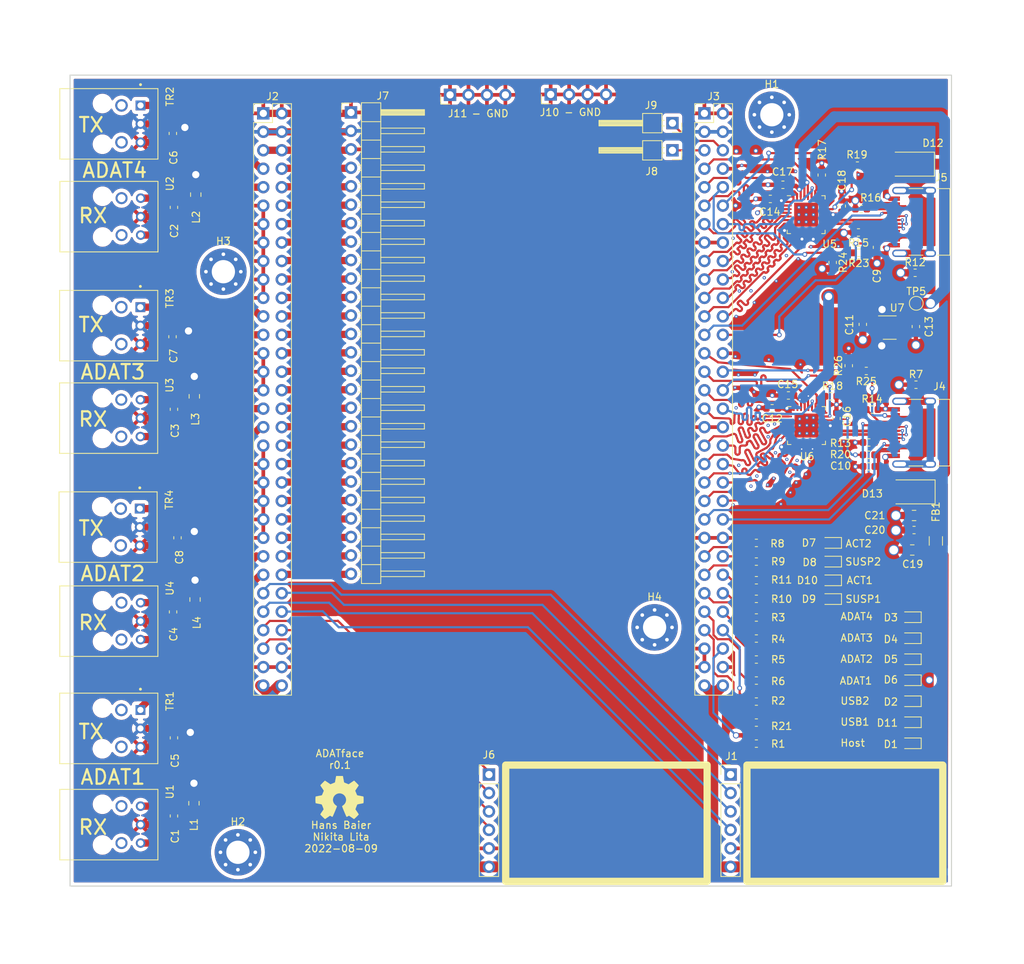
<source format=kicad_pcb>
(kicad_pcb (version 20211014) (generator pcbnew)
  (layers (0 "F.Cu" signal) (1 "In1.Cu" signal) (2 "In2.Cu" signal) (31 "B.Cu" signal) (34 "B.Paste" user) (35 "F.Paste" user) (36 "B.SilkS" user "B.Silkscreen") (37 "F.SilkS" user "F.Silkscreen") (38 "B.Mask" user) (39 "F.Mask" user) (44 "Edge.Cuts" user))
  (net 0 "")
  (net 1 "GND")
  (net 2 "Net-(C1-Pad2)")
  (net 3 "Net-(C2-Pad2)")
  (net 4 "Net-(C3-Pad2)")
  (net 5 "Net-(C4-Pad2)")
  (net 6 "+3V3")
  (net 7 "/USB2_VBUS")
  (net 8 "+1V8")
  (net 9 "Net-(D1-Pad2)")
  (net 10 "Net-(D2-Pad2)")
  (net 11 "Net-(D3-Pad2)")
  (net 12 "Net-(D4-Pad2)")
  (net 13 "Net-(D5-Pad2)")
  (net 14 "Net-(D6-Pad2)")
  (net 15 "Net-(D7-Pad2)")
  (net 16 "Net-(D8-Pad2)")
  (net 17 "Net-(D9-Pad2)")
  (net 18 "Net-(D10-Pad2)")
  (net 19 "Net-(D11-Pad2)")
  (net 20 "+5V")
  (net 21 "/I2S1_SCK")
  (net 22 "/I2S1_BCK")
  (net 23 "/I2S1_DIN")
  (net 24 "/I2S1_LRCK")
  (net 25 "/TOSLINK1_TX")
  (net 26 "/TOSLINK1_RX")
  (net 27 "/TOSLINK2_TX")
  (net 28 "/TOSLINK2_RX")
  (net 29 "/TOSLINK3_TX")
  (net 30 "/TOSLINK3_RX")
  (net 31 "/TOSLINK4_TX")
  (net 32 "/TOSLINK4_RX")
  (net 33 "/USB1")
  (net 34 "/HOST")
  (net 35 "/USB2")
  (net 36 "/SYNC1")
  (net 37 "/SYNC2")
  (net 38 "/SYNC3")
  (net 39 "/SYNC4")
  (net 40 "/I2S2_SCK")
  (net 41 "/I2S2_BCK")
  (net 42 "/I2S2_DIN")
  (net 43 "/I2S2_LRCK")
  (net 44 "/USB2_CLK")
  (net 45 "/USB2_STP")
  (net 46 "/USB2_VBUS_PIN")
  (net 47 "/USB2_DIR")
  (net 48 "/USB2_ID")
  (net 49 "/USB2_NXT")
  (net 50 "/USB2_RESET")
  (net 51 "/USB2_DATA0")
  (net 52 "/USB2_DATA4")
  (net 53 "/USB2_DATA1")
  (net 54 "/USB2_DATA5")
  (net 55 "/USB2_DATA2")
  (net 56 "/USB2_DATA6")
  (net 57 "/USB2_DATA3")
  (net 58 "/USB2_DATA7")
  (net 59 "/USB1_ACTIVE")
  (net 60 "/USB1_SUSPENDED_N")
  (net 61 "/USB2_ACTIVE")
  (net 62 "/USB2_SUSPENDED_N")
  (net 63 "Net-(J4-PadS1)")
  (net 64 "Net-(J5-PadS1)")
  (net 65 "/USB2_CC1")
  (net 66 "/USB2_SBU1")
  (net 67 "Net-(R17-Pad1)")
  (net 68 "Net-(R18-Pad1)")
  (net 69 "Net-(R19-Pad2)")
  (net 70 "Net-(R20-Pad2)")
  (net 80 "/USB2_CC2")
  (net 81 "/USB2_D+")
  (net 82 "/USB2_D-")
  (net 83 "/USB2_SBU2")
  (net 94 "/5V_FILTER")
  (net 95 "/USB1_VBUS")
  (net 96 "/USB1_CLK")
  (net 97 "/USB1_STP")
  (net 98 "/USB1_VBUS_PIN")
  (net 99 "/USB1_DIR")
  (net 100 "/USB1_ID")
  (net 101 "/USB1_NXT")
  (net 102 "/USB1_RESET")
  (net 103 "/USB1_DATA0")
  (net 104 "/USB1_DATA1")
  (net 105 "/USB1_DATA2")
  (net 106 "/USB1_DATA3")
  (net 107 "/USB1_DATA4")
  (net 108 "/USB1_DATA5")
  (net 109 "/USB1_DATA6")
  (net 110 "/USB1_DATA7")
  (net 111 "/USB1_SBU1")
  (net 112 "/USB1_SBU2")
  (net 113 "/USB1_CC1")
  (net 114 "/USB1_D+")
  (net 115 "/USB1_D-")
  (net 116 "/USB1_CC2")
  (net 117 "Net-(J3-Pad5)")
  (net 118 "Net-(J3-Pad6)")
  (net 119 "Net-(J2-Pad8)")
  (net 120 "Net-(J2-Pad10)")
  (net 121 "Net-(J2-Pad12)")
  (net 122 "Net-(J2-Pad14)")
  (net 123 "Net-(J2-Pad16)")
  (net 124 "Net-(J2-Pad18)")
  (net 125 "Net-(J2-Pad20)")
  (net 126 "Net-(J2-Pad22)")
  (net 127 "Net-(J2-Pad24)")
  (net 128 "Net-(J2-Pad26)")
  (net 129 "Net-(J2-Pad28)")
  (net 130 "Net-(J2-Pad30)")
  (net 131 "Net-(J2-Pad32)")
  (net 132 "Net-(J2-Pad34)")
  (net 133 "Net-(J2-Pad36)")
  (net 134 "Net-(J2-Pad38)")
  (net 135 "Net-(J2-Pad40)")
  (net 136 "Net-(J2-Pad42)")
  (net 137 "Net-(J2-Pad44)")
  (net 138 "Net-(J2-Pad46)")
  (net 139 "Net-(J2-Pad48)")
  (net 140 "Net-(J2-Pad50)")
  (net 141 "Net-(J2-Pad52)")
  (footprint "Symbols:OSHW-Symbol_6.7x6mm_SilkScreen" (layer "F.Cu") (at 78.425 136.075)
    (fp_text reference "N1" hide)
    (fp_text value "OHWLOGO" hide)
  )
  (footprint "Capacitor_SMD:C_0603_1608Metric" (layer "F.Cu") (at 151.3 90.5 180)
    (fp_text reference "C10")
    (fp_text value "2u2")
  )
  (footprint "Resistor_SMD:R_0603_1608Metric" (layer "F.Cu") (at 135.8 114.181666 180)
    (fp_text reference "R4")
    (fp_text value "10k")
  )
  (footprint "toslink:PLR135-T8_PLT133-T8" (layer "F.Cu") (at 48.426023 139.789033 90)
    (fp_text reference "U1")
    (fp_text value "PLR135_T8" hide)
  )
  (footprint "toslink:PLT133_T8" (layer "F.Cu") (at 48.430408 43.357745 -90)
    (fp_text reference "TR2")
    (fp_text value "PLT133_T8" hide)
  )
  (footprint "Inductor_SMD:L_0805_2012Metric" (layer "F.Cu") (at 58.45 80.85 -90)
    (fp_text reference "L3")
    (fp_text value "47uH")
  )
  (footprint "toslink:PLT133_T8" (layer "F.Cu") (at 48.406111 71.121385 -90)
    (fp_text reference "TR3")
    (fp_text value "PLT133_T8" hide)
  )
  (footprint "Capacitor_SMD:C_0603_1608Metric" (layer "F.Cu") (at 152.4 60.35 -90)
    (fp_text reference "C9")
    (fp_text value "2u2")
  )
  (footprint "Connector_PinHeader_2.54mm:PinHeader_1x04_P2.54mm_Horizontal" (layer "F.Cu") (at 93.64 39.365 90)
    (fp_text reference "J11")
    (fp_text value "Conn_01x04_Male" hide)
  )
  (footprint "Inductor_SMD:L_1206_3216Metric" (layer "F.Cu") (at 160.5 100.75 90)
    (fp_text reference "FB1")
    (fp_text value "1.5A")
  )
  (footprint "Resistor_SMD:R_0603_1608Metric" (layer "F.Cu") (at 135.8 101.027811 180)
    (fp_text reference "R8")
    (fp_text value "1k")
  )
  (footprint "Capacitor_SMD:C_0603_1608Metric" (layer "F.Cu") (at 55.65 127.85 -90)
    (fp_text reference "C5")
    (fp_text value "100n")
  )
  (footprint "Package_TO_SOT_SMD:SOT-23-5" (layer "F.Cu") (at 154.15 71.3875)
    (fp_text reference "U7")
    (fp_text value "ME6212C18M5G")
  )
  (footprint "MountingHole:MountingHole_3.2mm_M3_Pad_Via" (layer "F.Cu") (at 62.45 63.7)
    (fp_text reference "H3")
    (fp_text value "MountingHole")
  )
  (footprint "MountingHole:MountingHole_3.2mm_M3_Pad_Via" (layer "F.Cu") (at 121.793 112.649)
    (fp_text reference "H4")
    (fp_text value "MountingHole")
  )
  (footprint "LED_SMD:LED_0603_1608Metric" (layer "F.Cu") (at 157 114.141666 180)
    (fp_text reference "D4")
    (fp_text value "green")
  )
  (footprint "Resistor_SMD:R_0603_1608Metric" (layer "F.Cu") (at 151.2875 87.2 180)
    (fp_text reference "R13")
    (fp_text value "5k1")
  )
  (footprint "LED_SMD:LED_0603_1608Metric" (layer "F.Cu") (at 157 117.033332 180)
    (fp_text reference "D5")
    (fp_text value "green")
  )
  (footprint "Capacitor_SMD:C_0603_1608Metric" (layer "F.Cu") (at 55.45 72.65 -90)
    (fp_text reference "C7")
    (fp_text value "100n")
  )
  (footprint "Connector_PinHeader_2.54mm:PinHeader_1x04_P2.54mm_Horizontal" (layer "F.Cu") (at 107.49 39.31 90)
    (fp_text reference "J10")
    (fp_text value "Conn_01x04_Male" hide)
  )
  (footprint "Resistor_SMD:R_0603_1608Metric" (layer "F.Cu") (at 151.725 82.675 180)
    (fp_text reference "R14")
    (fp_text value "5k1")
  )
  (footprint "Capacitor_SMD:C_0603_1608Metric" (layer "F.Cu") (at 137.97 82.5 180)
    (fp_text reference "C12")
    (fp_text value "100n")
  )
  (footprint "Resistor_SMD:R_0603_1608Metric" (layer "F.Cu") (at 144.8 50.4 90)
    (fp_text reference "R17")
    (fp_text value "8k06 1%")
  )
  (footprint "Capacitor_SMD:C_0603_1608Metric" (layer "F.Cu") (at 150.45 70.95 -90)
    (fp_text reference "C11")
    (fp_text value "1u")
  )
  (footprint "Inductor_SMD:L_0805_2012Metric" (layer "F.Cu") (at 58.55 108.8125 -90)
    (fp_text reference "L4")
    (fp_text value "47uH")
  )
  (footprint "Resistor_SMD:R_0603_1608Metric" (layer "F.Cu") (at 146.05 80.85)
    (fp_text reference "R18")
    (fp_text value "8k06 1%")
  )
  (footprint "toslink:PLR135-T8_PLT133-T8" (layer "F.Cu") (at 48.440408 56.120245 90)
    (fp_text reference "U2")
    (fp_text value "PLR135_T8" hide)
  )
  (footprint "LED_SMD:LED_0603_1608Metric" (layer "F.Cu") (at 157 128.6 180)
    (fp_text reference "D1")
    (fp_text value "red")
  )
  (footprint "Capacitor_SMD:C_0603_1608Metric" (layer "F.Cu") (at 55.65 82.6375 90)
    (fp_text reference "C3")
    (fp_text value "100n")
  )
  (footprint "Capacitor_SMD:C_0805_2012Metric" (layer "F.Cu") (at 157.5 97.25)
    (fp_text reference "C21")
    (fp_text value "10u")
  )
  (footprint "Inductor_SMD:L_0805_2012Metric" (layer "F.Cu") (at 58.4 136.85 -90)
    (fp_text reference "L1")
    (fp_text value "47uH")
  )
  (footprint "Connector_PinHeader_2.54mm:PinHeader_2x32_P2.54mm_Vertical" (layer "F.Cu") (at 128.65 41.91)
    (fp_text reference "J3")
    (fp_text value "Conn_02x32_Odd_Even" hide)
  )
  (footprint "Capacitor_SMD:C_0603_1608Metric" (layer "F.Cu") (at 137.72 53.69 180)
    (fp_text reference "C14")
    (fp_text value "100n")
  )
  (footprint "Capacitor_SMD:C_0603_1608Metric" (layer "F.Cu") (at 55.65 54.85 90)
    (fp_text reference "C2")
    (fp_text value "100n")
  )
  (footprint "Resistor_SMD:R_0603_1608Metric" (layer "F.Cu") (at 135.8 111.29 180)
    (fp_text reference "R3")
    (fp_text value "10k")
  )
  (footprint "Connector_PinHeader_2.54mm:PinHeader_1x26_P2.54mm_Horizontal" (layer "F.Cu") (at 80.01 41.783)
    (fp_text reference "J7")
    (fp_text value "Conn_01x26_Male")
  )
  (footprint "Connector_PinHeader_2.54mm:PinHeader_1x06_P2.54mm_Vertical" (layer "F.Cu") (at 99 132.9)
    (fp_text reference "J6")
    (fp_text value "Conn_01x06_Male")
  )
  (footprint "Resistor_SMD:R_0603_1608Metric" (layer "F.Cu") (at 157.65 63.85)
    (fp_text reference "R12")
    (fp_text value "1M")
  )
  (footprint "TestPoint:TestPoint_Pad_D1.5mm" (layer "F.Cu") (at 157.8 68.05)
    (fp_text reference "TP5")
    (fp_text value "TestPoint")
  )
  (footprint "footprints:USB_C_Receptacle_XKB_U262-16XN-4BVC11" (layer "F.Cu") (at 158.65 85.85 90)
    (fp_text reference "J4")
    (fp_text value "Connector_USB_C_Receptacle_USB2.0")
  )
  (footprint "Capacitor_SMD:C_0603_1608Metric" (layer "F.Cu") (at 55.65 138.6 90)
    (fp_text reference "C1")
    (fp_text value "100n")
  )
  (footprint "LED_SMD:LED_0603_1608Metric" (layer "F.Cu") (at 157 122.816664 180)
    (fp_text reference "D2")
    (fp_text value "yellow")
  )
  (footprint "Diode_SMD:D_SMA" (layer "F.Cu") (at 156.9 48.9 180)
    (fp_text reference "D12")
    (fp_text value "Schottky")
  )
  (footprint "Resistor_SMD:R_0603_1608Metric" (layer "F.Cu") (at 146.3 62.425 -90)
    (fp_text reference "R24")
    (fp_text value "2k")
  )
  (footprint "Resistor_SMD:R_0603_1608Metric" (layer "F.Cu") (at 149.85 58.3 180)
    (fp_text reference "R15")
    (fp_text value "5k1")
  )
  (footprint "LED_SMD:LED_0603_1608Metric" (layer "F.Cu") (at 146.025 108.751964 180)
    (fp_text reference "D9")
    (fp_text value "green")
  )
  (footprint "Resistor_SMD:R_0603_1608Metric" (layer "F.Cu") (at 135.8 103.593358 180)
    (fp_text reference "R9")
    (fp_text value "10k")
  )
  (footprint "Resistor_SMD:R_0603_1608Metric" (layer "F.Cu") (at 135.8 128.64 180)
    (fp_text reference "R1")
    (fp_text value "1k")
  )
  (footprint "toslink:PLR135-T8_PLT133-T8" (layer "F.Cu") (at 48.4 83.85 90)
    (fp_text reference "U3")
    (fp_text value "PLR135_T8" hide)
  )
  (footprint "Capacitor_SMD:C_0603_1608Metric" (layer "F.Cu") (at 56.136737 100.320543 -90)
    (fp_text reference "C8")
    (fp_text value "100n")
  )
  (footprint "Resistor_SMD:R_0603_1608Metric" (layer "F.Cu") (at 148.51 76.6375 90)
    (fp_text reference "R26")
    (fp_text value "2k")
  )
  (footprint "LED_SMD:LED_0603_1608Metric" (layer "F.Cu") (at 157 119.924998 180)
    (fp_text reference "D6")
    (fp_text value "green")
  )
  (footprint "Resistor_SMD:R_0603_1608Metric" (layer "F.Cu") (at 135.8 117.073332 180)
    (fp_text reference "R5")
    (fp_text value "10k")
  )
  (footprint "Resistor_SMD:R_0603_1608Metric" (layer "F.Cu") (at 149.9 61.1 180)
    (fp_text reference "R23")
    (fp_text value "1k")
  )
  (footprint "Capacitor_SMD:C_0603_1608Metric" (layer "F.Cu") (at 147.55 54.67 90)
    (fp_text reference "C18")
    (fp_text value "2u2")
  )
  (footprint "Resistor_SMD:R_0603_1608Metric" (layer "F.Cu") (at 135.8 106.158905 180)
    (fp_text reference "R11")
    (fp_text value "1k")
  )
  (footprint "Resistor_SMD:R_0603_1608Metric" (layer "F.Cu") (at 150.22 55.07)
    (fp_text reference "R16")
    (fp_text value "5k1")
  )
  (footprint "Resistor_SMD:R_0603_1608Metric" (layer "F.Cu") (at 149.7 49.1 180)
    (fp_text reference "R19")
    (fp_text value "10k")
  )
  (footprint "LED_SMD:LED_0603_1608Metric" (layer "F.Cu") (at 146.025 106.174642 180)
    (fp_text reference "D10")
    (fp_text value "yellow")
  )
  (footprint "Resistor_SMD:R_0603_1608Metric" (layer "F.Cu") (at 135.8 108.724452 180)
    (fp_text reference "R10")
    (fp_text value "10k")
  )
  (footprint "LED_SMD:LED_0603_1608Metric" (layer "F.Cu") (at 146.025 101.02 180)
    (fp_text reference "D7")
    (fp_text value "yellow")
  )
  (footprint "Connector_PinHeader_2.54mm:PinHeader_1x01_P2.54mm_Horizontal" (layer "F.Cu") (at 124.25 43.25 180)
    (fp_text reference "J9")
    (fp_text value "Conn_01x01_Male")
  )
  (footprint "MountingHole:MountingHole_3.2mm_M3_Pad_Via" (layer "F.Cu") (at 64.45 143.6)
    (fp_text reference "H2")
    (fp_text value "MountingHole")
  )
  (footprint "Connector_PinHeader_2.54mm:PinHeader_1x06_P2.54mm_Vertical" (layer "F.Cu") (at 132.25 132.9)
    (fp_text reference "J1")
    (fp_text value "Conn_01x06_Male")
  )
  (footprint "Capacitor_SMD:C_0603_1608Metric" (layer "F.Cu") (at 55.525979 110.519892 90)
    (fp_text reference "C4")
    (fp_text value "100n")
  )
  (footprint "LED_SMD:LED_0603_1608Metric" (layer "F.Cu") (at 157 125.70833 180)
    (fp_text reference "D11")
    (fp_text value "yellow")
  )
  (footprint "Capacitor_SMD:C_0603_1608Metric" (layer "F.Cu") (at 146.825 83.9 90)
    (fp_text reference "C16")
    (fp_text value "2u2")
  )
  (footprint "Capacitor_SMD:C_0603_1608Metric" (layer "F.Cu") (at 139.45 51.74 180)
    (fp_text reference "C17")
    (fp_text value "100n")
  )
  (footprint "LED_SMD:LED_0603_1608Metric" (layer "F.Cu") (at 157 111.25 180)
    (fp_text reference "D3")
    (fp_text value "green")
  )
  (footprint "Capacitor_SMD:C_0603_1608Metric" (layer "F.Cu") (at 55.5 44.675 -90)
    (fp_text reference "C6")
    (fp_text value "100n")
  )
  (footprint "toslink:PLT133_T8" (layer "F.Cu") (at 48.32653 98.843594 -90)
    (fp_text reference "TR4")
    (fp_text value "PLT133_T8" hide)
  )
  (footprint "Resistor_SMD:R_0603_1608Metric" (layer "F.Cu") (at 135.8 119.964998 180)
    (fp_text reference "R6")
    (fp_text value "10k")
  )
  (footprint "Resistor_SMD:R_0603_1608Metric" (layer "F.Cu") (at 150.925 77.3625 180)
    (fp_text reference "R25")
    (fp_text value "1k")
  )
  (footprint "Connector_PinHeader_2.54mm:PinHeader_1x01_P2.54mm_Horizontal" (layer "F.Cu") (at 124.25 47 180)
    (fp_text reference "J8")
    (fp_text value "Conn_01x01_Male")
  )
  (footprint "Capacitor_SMD:C_0603_1608Metric" (layer "F.Cu") (at 140.21 80.73 180)
    (fp_text reference "C15")
    (fp_text value "100n")
  )
  (footprint "Resistor_SMD:R_0603_1608Metric" (layer "F.Cu") (at 157.7625 79.25)
    (fp_text reference "R7")
    (fp_text value "1M")
  )
  (footprint "Capacitor_SMD:C_0603_1608Metric" (layer "F.Cu") (at 157.5 99.25)
    (fp_text reference "C20")
    (fp_text value "100n")
  )
  (footprint "MountingHole:MountingHole_3.2mm_M3_Pad_Via" (layer "F.Cu") (at 137.925 42.1)
    (fp_text reference "H1")
    (fp_text value "MountingHole")
  )
  (footprint "Resistor_SMD:R_0603_1608Metric" (layer "F.Cu") (at 135.8 125.74833 180)
    (fp_text reference "R21")
    (fp_text value "1k")
  )
  (footprint "toslink:PLR135-T8_PLT133-T8" (layer "F.Cu") (at 48.426023 111.789033 90)
    (fp_text reference "U4")
    (fp_text value "PLR135_T8" hide)
  )
  (footprint "Capacitor_SMD:C_0603_1608Metric" (layer "F.Cu") (at 157.75 71.25 -90)
    (fp_text reference "C13")
    (fp_text value "1u")
  )
  (footprint "LED_SMD:LED_0603_1608Metric" (layer "F.Cu") (at 146.025 103.597321 180)
    (fp_text reference "D8")
    (fp_text value "green")
  )
  (footprint "toslink:PLT133_T8" (layer "F.Cu") (at 48.416023 126.551533 -90)
    (fp_text reference "TR1")
    (fp_text value "PLT133_T8" hide)
  )
  (footprint "Connector_PinHeader_2.54mm:PinHeader_2x32_P2.54mm_Vertical" (layer "F.Cu") (at 67.945 41.91)
    (fp_text reference "J2")
    (fp_text value "Conn_02x32_Odd_Even")
  )
  (footprint "footprints:QFN-32-1EP_5x5mm_P0.5mm_EP3.3x3.3mm" (layer "F.Cu") (at 142.65 55.85)
    (fp_text reference "U5")
    (fp_text value "USB3320")
  )
  (footprint "Capacitor_SMD:C_0805_2012Metric" (layer "F.Cu") (at 157.25 102)
    (fp_text reference "C19")
    (fp_text value "10n")
  )
  (footprint "Resistor_SMD:R_0603_1608Metric" (layer "F.Cu") (at 135.8 122.856664 180)
    (fp_text reference "R2")
    (fp_text value "1k")
  )
  (footprint "footprints:USB_C_Receptacle_XKB_U262-16XN-4BVC11" (layer "F.Cu") (at 158.65 56.85 90)
    (fp_text reference "J5")
    (fp_text value "Connector_USB_C_Receptacle_USB2.0")
  )
  (footprint "footprints:QFN-32-1EP_5x5mm_P0.5mm_EP3.3x3.3mm" (layer "F.Cu") (at 142.7 84.875)
    (fp_text reference "U6")
    (fp_text value "USB3320")
  )
  (footprint "Diode_SMD:D_SMA" (layer "F.Cu") (at 157 94 180)
    (fp_text reference "D13")
    (fp_text value "Schottky")
  )
  (footprint "Resistor_SMD:R_0603_1608Metric" (layer "F.Cu") (at 151.2625 88.9 180)
    (fp_text reference "R20")
    (fp_text value "10k")
  )
  (footprint "Inductor_SMD:L_0805_2012Metric" (layer "F.Cu") (at 58.65 53.09375 -90)
    (fp_text reference "L2")
    (fp_text value "47uH")
  )
  (gr_rect (start 134.5 131.6) (end 161.45 147.6) (layer "F.SilkS") (width 1) (fill none))
  (gr_rect (start 101.3 131.6) (end 129.025 147.6) (layer "F.SilkS") (width 1) (fill none))
  (gr_rect (start 41.35 36.65) (end 162.65 148.25) (layer "Edge.Cuts") (width 0.15) (fill none))
  (gr_text "Hans Baier\nNikita Lita\n2022-08-09" (at 78.65 141.475) (layer "F.SilkS") (effects (font (size 1 1))))
  (gr_text "TX" (at 44.25 99) (layer "F.SilkS") (effects (font (size 2 2) (thickness 0.3))))
  (gr_text "ADATface\nr0.1" (at 78.5 130.8) (layer "F.SilkS") (effects (font (size 1 1))))
  (gr_text "RX" (at 44.488096 84) (layer "F.SilkS") (effects (font (size 2 2) (thickness 0.3))))
  (gr_text "TX" (at 44.25 43.5) (layer "F.SilkS") (effects (font (size 2 2) (thickness 0.3))))
  (gr_text " - GND" (at 98.78 41.93) (layer "F.SilkS") (effects (font (size 1 1))))
  (gr_text "RX" (at 44.488096 112) (layer "F.SilkS") (effects (font (size 2 2) (thickness 0.3))))
  (gr_text "ADAT1" (at 47.25 133.25) (layer "F.SilkS") (effects (font (size 2 2) (thickness 0.3))))
  (gr_text " - GND" (at 111.52 41.755) (layer "F.SilkS") (effects (font (size 1 1))))
  (gr_text "ADAT2" (at 47.25 105.25) (layer "F.SilkS") (effects (font (size 2 2) (thickness 0.3))))
  (gr_text "TX" (at 44.25 127) (layer "F.SilkS") (effects (font (size 2 2) (thickness 0.3))))
  (gr_text "RX" (at 44.488096 56) (layer "F.SilkS") (effects (font (size 2 2) (thickness 0.3))))
  (gr_text "TX" (at 44.25 71) (layer "F.SilkS") (effects (font (size 2 2) (thickness 0.3))))
  (gr_text "ADAT3" (at 47.25 77.5) (layer "F.SilkS") (effects (font (size 2 2) (thickness 0.3))))
  (gr_text "RX" (at 44.488096 140.15) (layer "F.SilkS") (effects (font (size 2 2) (thickness 0.3))))
  (gr_text "ADAT4" (at 47.5 49.75) (layer "F.SilkS") (effects (font (size 2 2) (thickness 0.3))))
  (segment (start 146.8125 81.9625) (end 146.825 81.975) (width 0.3) (layer "F.Cu") (net 1))
  (segment (start 154.53 89.2) (end 153.55 89.2) (width 0.3) (layer "F.Cu") (net 1))
  (segment (start 156.7125 99.25) (end 155.05 99.25) (width 1) (layer "F.Cu") (net 1))
  (segment (start 55.044338 111.789033) (end 55.525979 111.307392) (width 1) (layer "F.Cu") (net 1))
  (segment (start 153.625 53.325) (end 154.1 53.8) (width 0.3) (layer "F.Cu") (net 1))
  (segment (start 153.825 53.325) (end 154.3 53.8) (width 0.3) (layer "F.Cu") (net 1))
  (segment (start 51.056023 139.789033) (end 55.248467 139.789033) (width 1) (layer "F.Cu") (net 1))
  (segment (start 152.5125 82.6375) (end 153.502518 82.6375) (width 0.6) (layer "F.Cu") (net 1))
  (segment (start 67.945 46.99) (end 79.883 46.99) (width 1) (layer "F.Cu") (net 1))
  (segment (start 153.85 88.9) (end 153.55 89.2) (width 0.3) (layer "F.Cu") (net 1))
  (segment (start 156.8625 63.85) (end 155.65 63.85) (width 1) (layer "F.Cu") (net 1))
  (segment (start 154.554428 82.49513) (end 153.724428 82.49513) (width 0.3) (layer "F.Cu") (net 1))
  (segment (start 55.861186 101.383594) (end 56.136737 101.108043) (width 1) (layer "F.Cu") (net 1))
  (segment (start 139.03 80.73) (end 137.98 80.73) (width 0.6) (layer "F.Cu") (net 1))
  (segment (start 156.5625 97.25) (end 155 97.25) (width 1) (layer "F.Cu") (net 1))
  (segment (start 55.167255 56.120245) (end 55.65 55.6375) (width 1) (layer "F.Cu") (net 1))
  (segment (start 151.8 104.9) (end 147.2 104.9) (width 1) (layer "F.Cu") (net 1))
  (segment (start 154.98 59.9) (end 154.15 59.9) (width 0.3) (layer "F.Cu") (net 1))
  (segment (start 154 53.5) (end 154.98 53.5) (width 0.3) (layer "F.Cu") (net 1))
  (segment (start 150.8 71.3875) (end 150.45 71.7375) (width 0.6) (layer "F.Cu") (net 1))
  (segment (start 157.7875 119.924998) (end 159.575002 119.924998) (width 1) (layer "F.Cu") (net 1))
  (segment (start 148.5 75.3) (end 148.5 74.25) (width 0.6) (layer "F.Cu") (net 1))
  (segment (start 144.8 49.6125) (end 144.8 48.725) (width 0.6) (layer "F.Cu") (net 1))
  (segment (start 157.7875 111.25) (end 157.7875 128.6) (width 0.6) (layer "F.Cu") (net 1))
  (segment (start 149.45 90.5) (end 149.425 90.525) (width 0.6) (layer "F.Cu") (net 1))
  (segment (start 146.825 83.1875) (end 146.825 81.975) (width 0.6) (layer "F.Cu") (net 1))
  (segment (start 152.4 61.1375) (end 152.4 62.55) (width 1) (layer "F.Cu") (net 1))
  (segment (start 136.93 82.5) (end 136.14 82.37) (width 0.6) (layer "F.Cu") (net 1))
  (segment (start 155.05 99.25) (end 155 99.3) (width 1) (layer "F.Cu") (net 1))
  (segment (start 147.52 53.8525) (end 147.52 52.64) (width 0.6) (layer "F.Cu") (net 1))
  (segment (start 147.9339 58.3) (end 147.84195 58.39195) (width 0.6) (layer "F.Cu") (net 1))
  (segment (start 79.883 41.91) (end 80.01 41.783) (width 1) (layer "F.Cu") (net 1))
  (segment (start 154.15 59.9) (end 153.95 60.1) (width 0.3) (layer "F.Cu") (net 1))
  (segment (start 55.225 83.85) (end 55.65 83.425) (width 1) (layer "F.Cu") (net 1))
  (segment (start 146.8125 101.02) (end 146.8125 108.751964) (width 0.6) (layer "F.Cu") (net 1))
  (segment (start 154.554428 82.79513) (end 153.624428 82.79513) (width 0.3) (layer "F.Cu") (net 1))
  (segment (start 154.53 88.9) (end 153.85 88.9) (width 0.3) (layer "F.Cu") (net 1))
  (segment (start 136.76 53.68) (end 135.71 53.68) (width 0.6) (layer "F.Cu") (net 1))
  (segment (start 51.056023 111.789033) (end 55.044338 111.789033) (width 1) (layer "F.Cu") (net 1))
  (segment (start 51.036023 129.091533) (end 55.195967 129.091533) (width 1) (layer "F.Cu") (net 1))
  (segment (start 154.7 102) (end 151.8 104.9) (width 1) (layer "F.Cu") (net 1))
  (segment (start 149.42 55.135) (end 149.42 53.81) (width 0.6) (layer "F.Cu") (net 1))
  (segment (start 156.3125 102) (end 154.7 102) (width 1) (layer "F.Cu") (net 1))
  (segment (start 51.03 83.85) (end 55.225 83.85) (width 1) (layer "F.Cu") (net 1))
  (segment (start 150.5125 90.5) (end 149.45 90.5) (width 0.6) (layer "F.Cu") (net 1))
  (segment (start 55.064755 45.897745) (end 55.5 45.4625) (width 1) (layer "F.Cu") (net 1))
  (segment (start 156.975 79.25) (end 155.4 79.25) (width 0.6) (layer "F.Cu") (net 1))
  (segment (start 153.05 71.3875) (end 150.8 71.3875) (width 0.6) (layer "F.Cu") (net 1))
  (segment (start 50.94653 101.383594) (end 55.861186 101.383594) (width 1) (layer "F.Cu") (net 1))
  (segment (start 154.05 60.275) (end 153.85 60.475) (width 0.3) (layer "F.Cu") (net 1))
  (segment (start 138.45 51.74) (end 137.4 51.74) (width 0.6) (layer "F.Cu") (net 1))
  (segment (start 144.85 63.275) (end 144.8875 63.29375) (width 1) (layer "F.Cu") (net 1))
  (segment (start 67.945 41.91) (end 79.883 41.91) (width 1) (layer "F.Cu") (net 1))
  (segment (start 149.0625 58.3) (end 147.9339 58.3) (width 0.6) (layer "F.Cu") (net 1))
  (segment (start 154.2 53.8) (end 154.98 53.8) (width 0.3) (layer "F.Cu") (net 1))
  (segment (start 150.45 71.7375) (end 150.45 73.1) (width 1) (layer "F.Cu") (net 1))
  (segment (start 153.825 53.325) (end 154 53.5) (width 0.3) (layer "F.Cu") (net 1))
  (segment (start 154.3 53.8) (end 154.98 53.8) (width 0.3) (layer "F.Cu") (net 1))
  (segment (start 55.226115 73.661385) (end 55.45 73.4375) (width 1) (layer "F.Cu") (net 1))
  (segment (start 55.195967 129.091533) (end 55.65 128.6375) (width 1) (layer "F.Cu") (net 1))
  (segment (start 154.98 60.2) (end 154.05 60.2) (width 0.3) (layer "F.Cu") (net 1))
  (segment (start 153.7375 53.3375) (end 154.2 53.8) (width 0.3) (layer "F.Cu") (net 1))
  (segment (start 51.050408 45.897745) (end 55.064755 45.897745) (width 1) (layer "F.Cu") (net 1))
  (segment (start 154.1 53.8) (end 154.98 53.8) (width 0.3) (layer "F.Cu") (net 1))
  (segment (start 144.8875 63.29375) (end 146.3 63.29375) (width 1) (layer "F.Cu") (net 1))
  (segment (start 159.575002 119.924998) (end 159.6 119.9) (width 1) (layer "F.Cu") (net 1))
  (segment (start 150.5 87.2) (end 149.4125 87.2) (width 0.6) (layer "F.Cu") (net 1))
  (segment (start 157.75 72.0375) (end 157.75 73.8) (width 0.6) (layer "F.Cu") (net 1))
  (segment (start 55.248467 139.789033) (end 55.65 139.3875) (width 1) (layer "F.Cu") (net 1))
  (segment (start 51.026111 73.661385) (end 55.226115 73.661385) (width 1) (layer "F.Cu") (net 1))
  (segment (start 79.883 46.99) (end 80.01 46.863) (width 1) (layer "F.Cu") (net 1))
  (segment (start 146.8125 81.075) (end 146.8125 81.9625) (width 0.3) (layer "F.Cu") (net 1))
  (segment (start 153.925 60.125) (end 153.725 60.325) (width 0.3) (layer "F.Cu") (net 1))
  (segment (start 154.05 60.2) (end 153.95 60.1) (width 0.3) (layer "F.Cu") (net 1))
  (segment (start 51.070408 56.120245) (end 55.167255 56.120245) (width 1) (layer "F.Cu") (net 1))
  (via (at 143.65 54.85) (size 0.46) (drill 0.2) (layers "F.Cu" "B.Cu") (net 1))
  (via (at 141.55 61.94) (size 0.46) (drill 0.2) (layers "F.Cu" "B.Cu") (net 1))
  (via (at 155 97.25) (size 1.5) (drill 1.2) (layers "F.Cu" "B.Cu") (net 1))
  (via (at 142.63 91.57) (size 0.46) (drill 0.2) (layers "F.Cu" "B.Cu") (net 1))
  (via (at 138.43 88.61) (size 0.46) (drill 0.2) (layers "F.Cu" "B.Cu") (net 1))
  (via (at 133.03 47.13) (size 0.66) (drill 0.4) (layers "F.Cu" "B.Cu") (net 1))
  (via (at 135.72 47.07) (size 0.66) (drill 0.4) (layers "F.Cu" "B.Cu") (net 1))
  (via (at 141.754384 83.960199) (size 0.46) (drill 0.2) (layers "F.Cu" "B.Cu") (net 1))
  (via (at 137.35 93.04) (size 0.46) (drill 0.2) (layers "F.Cu" "B.Cu") (net 1))
  (via (at 150.45 73.1) (size 1.3) (drill 1) (layers "F.Cu" "B.Cu") (net 1))
  (via (at 143.65 55.85) (size 0.46) (drill 0.2) (layers "F.Cu" "B.Cu") (net 1))
  (via (at 149.85 50.34) (size 0.46) (drill 0.2) (layers "F.Cu" "B.Cu") (net 1))
  (via (at 142.75 85.95) (size 0.46) (drill 0.2) (layers "F.Cu" "B.Cu") (net 1))
  (via (at 148.5 74.25) (size 0.66) (drill 0.4) (layers "F.Cu" "B.Cu") (net 1))
  (via (at 143.31 60.28) (size 0.46) (drill 0.2) (layers "F.Cu" "B.Cu") (net 1))
  (via (at 137.42 86.41) (size 0.46) (drill 0.2) (layers "F.Cu" "B.Cu") (net 1))
  (via (at 144.85 63.275) (size 1.08) (drill 0.8) (layers "F.Cu" "B.Cu") (net 1))
  (via (at 133.46 66.36) (size 0.46) (drill 0.2) (layers "F.Cu" "B.Cu") (net 1))
  (via (at 142.65 56.85) (size 0.46) (drill 0.2) (layers "F.Cu" "B.Cu") (net 1))
  (via (at 132.94 54.6) (size 0.66) (drill 0.4) (layers "F.Cu" "B.Cu") (net 1))
  (via (at 153.56 82.57) (size 0.66) (drill 0.4) (layers "F.Cu" "B.Cu") (net 1))
  (via (at 132.6 59.1) (size 0.46) (drill 0.2) (layers "F.Cu" "B.Cu") (net 1))
  (via (at 133.01 82.43) (size 0.46) (drill 0.2) (layers "F.Cu" "B.Cu") (net 1))
  (via (at 155 99.3) (size 1.5) (drill 1.2) (layers "F.Cu" "B.Cu") (net 1))
  (via (at 153.55 89.2) (size 0.86) (drill 0.6) (layers "F.Cu" "B.Cu") (net 1))
  (via (at 139.99 89.53) (size 0.46) (drill 0.2) (layers "F.Cu" "B.Cu") (net 1))
  (via (at 159.6 119.9) (size 1.08) (drill 0.8) (layers "F.Cu" "B.Cu") (net 1))
  (via (at 140.48 94.09) (size 0.46) (drill 0.2) (layers "F.Cu" "B.Cu") (net 1))
  (via (at 135.6 77.9) (size 0.46) (drill 0.2) (layers "F.Cu" "B.Cu") (net 1))
  (via (at 133.02 69.86) (size 0.46) (drill 0.2) (layers "F.Cu" "B.Cu") (net 1))
  (via (at 144.8 48.75) (size 0.66) (drill 0.4) (layers "F.Cu" "B.Cu") (net 1))
  (via (at 138.3 84.65) (size 0.46) (drill 0.2) (layers "F.Cu" "B.Cu") (net 1))
  (via (at 138.54 64.98) (size 0.46) (drill 0.2) (layers "F.Cu" "B.Cu") (net 1))
  (via (at 139.18 95.67) (size 0.46) (drill 0.2) (layers "F.Cu" "B.Cu") (net 1))
  (via (at 143.13 89.86) (size 0.46) (drill 0.2) (layers "F.Cu" "B.Cu") (net 1))
  (via (at 135.06 66.33) (size 0.46) (drill 0.2) (layers "F.Cu" "B.Cu") (net 1))
  (via (at 141.65 54.85) (size 0.46) (drill 0.2) (layers "F.Cu" "B.Cu") (net 1))
  (via (at 141.75 84.85) (size 0.46) (drill 0.2) (layers "F.Cu" "B.Cu") (net 1))
  (via (at 135.71 53.68) (size 0.66) (drill 0.4) (layers "F.Cu" "B.Cu") (net 1))
  (via (at 132.49 63.71) (size 0.46) (drill 0.2) (layers "F.Cu" "B.Cu") (net 1))
  (via (at 141.65 55.85) (size 0.46) (drill 0.2) (layers "F.Cu" "B.Cu") (net 1))
  (via (at 153.825 53.325) (size 0.86) (drill 0.6) (layers "F.Cu" "B.Cu") (net 1))
  (via (at 142.75 83.8) (size 0.46) (drill 0.2) (layers "F.Cu" "B.Cu") (net 1))
  (via (at 143.65 84.85) (size 0.46) (drill 0.2) (layers "F.Cu" "B.Cu") (net 1))
  (via (at 141.75 85.95) (size 0.46) (drill 0.2) (layers "F.Cu" "B.Cu") (net 1))
  (via (at 137.98 80.73) (size 0.66) (drill 0.4) (layers "F.Cu" "B.Cu") (net 1))
  (via (at 136.89 64.53) (size 0.46) (drill 0.2) (layers "F.Cu" "B.Cu") (net 1))
  (via (at 137.4 51.74) (size 0.66) (drill 0.4) (layers "F.Cu" "B.Cu") (net 1))
  (via (at 133.37 90.34) (size 0.46) (drill 0.2) (layers "F.Cu" "B.Cu") (net 1))
  (via (at 132.6 95.79) (size 0.46) (drill 0.2) (layers "F.Cu" "B.Cu") (net 1))
  (via (at 143.65 85.95) (size 0.46) (drill 0.2) (layers "F.Cu" "B.Cu") (net 1))
  (via (at 132.86 79.66) (size 0.46) (drill 0.2) (layers "F.Cu" "B.Cu") (net 1))
  (via (at 147.82 87.08) (size 0.46) (drill 0.2) (layers "F.Cu" "B.Cu") (net 1))
  (via (at 154.7 102) (size 1.5) (drill 1.2) (layers "F.Cu" "B.Cu") (net 1))
  (via (at 147.08 60.21) (size 0.46) (drill 0.2) (layers "F.Cu" "B.Cu") (net 1))
  (via (at 142.75 84.85) (size 0.46) (drill 0.2) (layers "F.Cu" "B.Cu") (net 1))
  (via (at 149.42 53.91) (size 1.08) (drill 0.8) (layers "F.Cu" "B.Cu") (net 1))
  (via (at 149.4125 87.2) (size 0.66) (drill 0.4) (layers "F.Cu" "B.Cu") (net 1))
  (via (at 141.2 49.89) (size 0.46) (drill 0.2) (layers "F.Cu" "B.Cu") (net 1))
  (via (at 133.33 77.89) (size 0.46) (drill 0.2) (layers "F.Cu" "B.Cu") (net 1))
  (via (at 143.65 56.85) (size 0.46) (drill 0.2) (layers "F.Cu" "B.Cu") (net 1))
  (via (at 135.87 91.82) (size 0.46) (drill 0.2) (layers "F.Cu" "B.Cu") (net 1))
  (via (at 136.15 82.33) (size 0.66) (drill 0.4) (layers "F.Cu" "B.Cu") (net 1))
  (via (at 138.19 92.13) (size 0.46) (drill 0.2) (layers "F.Cu" "B.Cu") (net 1))
  (via (at 139.94 61.48) (size 0.46) (drill 0.2) (layers "F.Cu" "B.Cu") (net 1))
  (via (at 146.825 81.975) (size 0.66) (drill 0.4) (layers "F.Cu" "B.Cu") (net 1))
  (via (at 149.425 90.525) (size 0.66) (drill 0.4) (layers "F.Cu" "B.Cu") (net 1))
  (via (at 135.95 55.6) (size 0.66) (drill 0.4) (layers "F.Cu" "B.Cu") (net 1))
  (via (at 137.33 49.91) (size 0.46) (drill 0.2) (layers "F.Cu" "B.Cu") (net 1))
  (via (at 143.65 83.8) (size 0.46) (drill 0.2) (layers "F.Cu" "B.Cu") (net 1))
  (via (at 141.65 56.85) (size 0.46) (drill 0.2) (layers "F.Cu" "B.Cu") (net 1))
  (via (at 140.4 91.3) (size 0.46) (drill 0.2) (layers "F.Cu" "B.Cu") (net 1))
  (via (at 155.65 63.85) (size 1.3) (drill 1) (layers "F.Cu" "B.Cu") (net 1))
  (via (at 132.91 75.37) (size 0.46) (drill 0.2) (layers "F.Cu" "B.Cu") (net 1))
  (via (at 137.52 75.81) (size 0.46) (drill 0.2) (layers "F.Cu" "B.Cu") (net 1))
  (via (at 135.48 80.25) (size 0.46) (drill 0.2) (layers "F.Cu" "B.Cu") (net 1))
  (via (at 141.4 89.67) (size 0.46) (drill 0.2) (layers "F.Cu" "B.Cu") (net 1))
  (via (at 147.52 52.64) (size 0.66) (drill 0.4) (layers "F.Cu" "B.Cu") (net 1))
  (via (at 142.65 55.85) (size 0.46) (drill 0.2) (layers "F.Cu" "B.Cu") (net 1))
  (via (at 135.05 93.21) (size 0.46) (drill 0.2) (layers "F.Cu" "B.Cu") (net 1))
  (via (at 142.65 54.85) (size 0.46) (drill 0.2) (layers "F.Cu" "B.Cu") (net 1))
  (via (at 155.4 79.25) (size 1.3) (drill 1) (layers "F.Cu" "B.Cu") (net 1))
  (via (at 152.4 62.55) (size 1.08) (drill 0.8) (layers "F.Cu" "B.Cu") (net 1))
  (via (at 137.42 84.85) (size 0.46) (drill 0.2) (layers "F.Cu" "B.Cu") (net 1))
  (via (at 157.75 73.8) (size 1.3) (drill 1) (layers "F.Cu" "B.Cu") (net 1))
  (via (at 147.84195 58.39195) (size 1.08) (drill 0.8) (layers "F.Cu" "B.Cu") (net 1))
  (via (at 153.775 60.5) (size 0.86) (drill 0.6) (layers "F.Cu" "B.Cu") (net 1))
  (via (at 141.29 92.73) (size 0.46) (drill 0.2) (layers "F.Cu" "B.Cu") (net 1))
  (via (at 135.53 67.94) (size 0.46) (drill 0.2) (layers "F.Cu" "B.Cu") (net 1))
  (via (at 133.79 49.07) (size 0.46) (drill 0.2) (layers "F.Cu" "B.Cu") (net 1))
  (via (at 141.87 76.46) (size 0.46) (drill 0.2) (layers "F.Cu" "B.Cu") (net 1))
  (segment (start 55.086533 137.249033) (end 55.65 137.8125) (width 1) (layer "F.Cu") (net 2))
  (segment (start 55.65 137.8125) (end 58.675 137.8125) (width 1) (layer "F.Cu") (net 2))
  (segment (start 51.056023 137.249033) (end 55.086533 137.249033) (width 1) (layer "F.Cu") (net 2))
  (segment (start 57.95 54.0625) (end 57.9625 54.05) (width 1) (layer "F.Cu") (net 3))
  (segment (start 55.167745 53.580245) (end 55.65 54.0625) (width 1) (layer "F.Cu") (net 3))
  (segment (start 51.070408 53.580245) (end 55.167745 53.580245) (width 1) (layer "F.Cu") (net 3))
  (segment (start 55.65 54.0625) (end 57.95 54.0625) (width 1) (layer "F.Cu") (net 3))
  (segment (start 55.11 81.31) (end 55.65 81.85) (width 1) (layer "F.Cu") (net 4))
  (segment (start 55.65 81.85) (end 58.175 81.85) (width 1) (layer "F.Cu") (net 4))
  (segment (start 51.03 81.31) (end 55.11 81.31) (width 1) (layer "F.Cu") (net 4))
  (segment (start 58.532392 109.732392) (end 58.55 109.75) (width 1) (layer "F.Cu") (net 5))
  (segment (start 55.525979 109.732392) (end 58.532392 109.732392) (width 1) (layer "F.Cu") (net 5))
  (segment (start 55.04262 109.249033) (end 55.525979 109.732392) (width 1) (layer "F.Cu") (net 5))
  (segment (start 51.056023 109.249033) (end 55.04262 109.249033) (width 1) (layer "F.Cu") (net 5))
  (segment (start 142.074144 59.210155) (end 141.9 59.036011) (width 0.3) (layer "F.Cu") (net 6))
  (segment (start 139.667911 58.032917) (end 140.100828 57.6) (width 0.3) (layer "F.Cu") (net 6))
  (segment (start 153.05 69.35) (end 153.05 70) (width 1) (layer "F.Cu") (net 6))
  (segment (start 51.026111 71.121385) (end 54.708885 71.121385) (width 1) (layer "F.Cu") (net 6))
  (segment (start 138.8375 53.36) (end 138.785 53.4125) (width 0.3) (layer "F.Cu") (net 6))
  (segment (start 146.35 55.85) (end 147.1575 55.85) (width 0.6) (layer "F.Cu") (net 6))
  (segment (start 58.65 52.15625) (end 58.65 50.34375) (width 1) (layer "F.Cu") (net 6))
  (segment (start 143.63 59.23) (end 143.4 59) (width 0.3) (layer "F.Cu") (net 6))
  (segment (start 58.45 79.9125) (end 58.45 78.1125) (width 1) (layer "F.Cu") (net 6))
  (segment (start 146.3875 85.125) (end 146.825 84.6875) (width 0.3) (layer "F.Cu") (net 6))
  (segment (start 58.4 135.9125) (end 58.4 134.1) (width 1) (layer "F.Cu") (net 6))
  (segment (start 143.45 87.3125) (end 143.45 88.0155) (width 0.3) (layer "F.Cu") (net 6))
  (segment (start 140.100828 57.6) (end 140.2125 57.6) (width 0.3) (layer "F.Cu") (net 6))
  (segment (start 67.945 44.45) (end 79.883 44.45) (width 1) (layer "F.Cu") (net 6))
  (segment (start 140.2625 83.125) (end 139.26 82.5) (width 0.3) (layer "F.Cu") (net 6))
  (segment (start 140.2625 86.625) (end 140.2625 86.7375) (width 0.3) (layer "F.Cu") (net 6))
  (segment (start 140.2125 54.1) (end 140.65 54.1) (width 0.3) (layer "F.Cu") (net 6))
  (segment (start 150.725 70.4375) (end 150.45 70.1625) (width 0.6) (layer "F.Cu") (net 6))
  (segment (start 145.975 84.9) (end 145.975 85.05) (width 0.3) (layer "F.Cu") (net 6))
  (segment (start 140 82.5) (end 140.2625 83.125) (width 0.3) (layer "F.Cu") (net 6))
  (segment (start 138.738 53.9205) (end 138.5075 53.69) (width 0.6) (layer "F.Cu") (net 6))
  (segment (start 140.2625 86.7375) (end 139.2 87.8) (width 0.3) (layer "F.Cu") (net 6))
  (segment (start 146.1 56.1) (end 146.35 55.85) (width 0.3) (layer "F.Cu") (net 6))
  (segment (start 54.708885 71.121385) (end 55.45 71.8625) (width 1) (layer "F.Cu") (net 6))
  (segment (start 55.5 43.8875) (end 57.1125 43.8875) (width 1) (layer "F.Cu") (net 6))
  (segment (start 140.9 53.4125) (end 140.8475 53.36) (width 0.3) (layer "F.Cu") (net 6))
  (segment (start 145.1375 85.125) (end 145.9 85.125) (width 0.3) (layer "F.Cu") (net 6))
  (segment (start 55.139033 126.551533) (end 55.65 127.0625) (width 1) (layer "F.Cu") (net 6))
  (segment (start 139.24 53.9205) (end 139.4195 54.1) (width 0.3) (layer "F.Cu") (net 6))
  (segment (start 140.9 53.849999) (end 140.9 53.4125) (width 0.3) (layer "F.Cu") (net 6))
  (segment (start 140.8475 53.36) (end 138.8375 53.36) (width 0.3) (layer "F.Cu") (net 6))
  (segment (start 145.975 85.05) (end 145.9 85.125) (width 0.3) (layer "F.Cu") (net 6))
  (segment (start 50.94653 98.843594) (end 55.447288 98.843594) (width 1) (layer "F.Cu") (net 6))
  (segment (start 138.7575 82.5) (end 139.26 82.5) (width 0.6) (layer "F.Cu") (net 6))
  (segment (start 55.65 127.0625) (end 57.8625 127.0625) (width 1) (layer "F.Cu") (net 6))
  (segment (start 145.0875 56.1) (end 146.1 56.1) (width 0.3) (layer "F.Cu") (net 6))
  (segment (start 57.6375 71.8625) (end 57.65 71.85) (width 1) (layer "F.Cu") (net 6))
  (segment (start 139.24 53.9205) (end 138.738 53.9205) (width 0.6) (layer "F.Cu") (net 6))
  (segment (start 143.4 59) (end 143.4 58.2875) (width 0.3) (layer "F.Cu") (net 6))
  (segment (start 139.26 82.5) (end 140 82.5) (width 0.6) (layer "F.Cu") (net 6))
  (segment (start 56.136737 99.533043) (end 58.366957 99.533043) (width 1) (layer "F.Cu") (net 6))
  (segment (start 140.2625 83.125) (end 140.53 82.5) (width 0.3) (layer "F.Cu") (net 6))
  (segment (start 143.45 88.0155) (end 143.5295 88.095) (width 0.3) (layer "F.Cu") (net 6))
  (segment (start 145.7 84.625) (end 145.975 84.9) (width 0.3) (layer "F.Cu") (net 6))
  (segment (start 55.45 71.8625) (end 57.6375 71.8625) (width 1) (layer "F.Cu") (net 6))
  (segment (start 142.0295 88.114428) (end 141.95 88.034928) (width 0.3) (layer "F.Cu") (net 6))
  (segment (start 51.036023 126.551533) (end 55.139033 126.551533) (width 1) (layer "F.Cu") (net 6))
  (segment (start 145.9 85.125) (end 146.3875 85.125) (width 0.3) (layer "F.Cu") (net 6))
  (segment (start 140.53 82.5) (end 140.7 82.5) (width 0.6) (layer "F.Cu") (net 6))
  (segment (start 55.447288 98.843594) (end 56.136737 99.533043) (width 1) (layer "F.Cu") (net 6))
  (segment (start 153.05 73.9) (end 153.05 72.95) (width 1) (layer "F.Cu") (net 6))
  (segment (start 153.05 70.4375) (end 153.05 70) (width 0.6) (layer "F.Cu") (net 6))
  (segment (start 147.1575 55.85) (end 147.55 55.4575) (width 0.6) (layer "F.Cu") (net 6))
  (segment (start 140.65 54.1) (end 140.9 53.849999) (width 0.3) (layer "F.Cu") (net 6))
  (segment (start 146.1 55.6) (end 146.35 55.85) (width 0.3) (layer "F.Cu") (net 6))
  (segment (start 58.366957 99.533043) (end 58.45 99.45) (width 1) (layer "F.Cu") (net 6))
  (segment (start 57.1125 43.8875) (end 57.15 43.85) (width 1) (layer "F.Cu") (net 6))
  (segment (start 51.050408 43.357745) (end 54.970245 43.357745) (width 1) (layer "F.Cu") (net 6))
  (segment (start 141.95 88.034928) (end 141.95 87.3125) (width 0.3) (layer "F.Cu") (net 6))
  (segment (start 79.883 44.45) (end 80.01 44.323) (width 1) (layer "F.Cu") (net 6))
  (segment (start 54.970245 43.357745) (end 55.5 43.8875) (width 1) (layer "F.Cu") (net 6))
  (segment (start 58.55 107.875) (end 58.55 106.15) (width 1) (layer "F.Cu") (net 6))
  (segment (start 145.0875 55.6) (end 146.1 55.6) (width 0.3) (layer "F.Cu") (net 6))
  (segment (start 145.1375 84.625) (end 145.7 84.625) (width 0.3) (layer "F.Cu") (net 6))
  (segment (start 141.9 59.036011) (end 141.9 58.2875) (width 0.3) (layer "F.Cu") (net 6))
  (segment (start 153.05 72.3375) (end 153.05 72.95) (width 0.6) (layer "F.Cu") (net 6))
  (segment (start 57.8625 127.0625) (end 57.9 127.1) (width 1) (layer "F.Cu") (net 6))
  (segment (start 139.4195 54.1) (end 140.2125 54.1) (width 0.3) (layer "F.Cu") (net 6))
  (segment (start 153.05 70.4375) (end 150.725 70.4375) (width 0.6) (layer "F.Cu") (net 6))
  (segment (start 145.975 84.9) (end 146.6125 84.9) (width 0.3) (layer "F.Cu") (net 6))
  (segment (start 140.2625 83.125) (end 140.95 82.4375) (width 0.3) (layer "F.Cu") (net 6))
  (segment (start 140 82.5) (end 140.53 82.5) (width 0.6) (layer "F.Cu") (net 6))
  (via (at 58.55 106.15) (size 1.3) (drill 1) (layers "F.Cu" "B.Cu") (net 6))
  (via (at 57.65 71.85) (size 1.3) (drill 1) (layers "F.Cu" "B.Cu") (net 6))
  (via (at 143.5295 88.095) (size 0.46) (drill 0.2) (layers "F.Cu" "B.Cu") (net 6))
  (via (at 139.667911 58.032917) (size 0.66) (drill 0.4) (layers "F.Cu" "B.Cu") (net 6))
  (via (at 143.63 59.23) (size 0.66) (drill 0.4) (layers "F.Cu" "B.Cu") (net 6))
  (via (at 139.24 53.9205) (size 0.66) (drill 0.4) (layers "F.Cu" "B.Cu") (net 6))
  (via (at 142.0295 88.114428) (size 0.46) (drill 0.2) (layers "F.Cu" "B.Cu") (net 6))
  (via (at 58.65 50.34375) (size 1.3) (drill 1) (layers "F.Cu" "B.Cu") (net 6))
  (via (at 58.45 78.1125) (size 1.3) (drill 1) (layers "F.Cu" "B.Cu") (net 6))
  (via (at 142.074144 59.210155) (size 0.66) (drill 0.4) (layers "F.Cu" "B.Cu") (net 6))
  (via (at 153.1 68.9) (size 1.3) (drill 1) (layers "F.Cu" "B.Cu") (net 6))
  (via (at 57.9 127.1) (size 1.3) (drill 1) (layers "F.Cu" "B.Cu") (net 6))
  (via (at 153.05 73.9) (size 1.3) (drill 1) (layers "F.Cu" "B.Cu") (net 6))
  (via (at 140 82.5) (size 0.66) (drill 0.4) (layers "F.Cu" "B.Cu") (net 6))
  (via (at 58.45 99.45) (size 1.3) (drill 1) (layers "F.Cu" "B.Cu") (net 6))
  (via (at 139.27 87.81) (size 0.66) (drill 0.4) (layers "F.Cu" "B.Cu") (net 6))
  (via (at 58.4 134.1) (size 1.3) (drill 1) (layers "F.Cu" "B.Cu") (net 6))
  (via (at 57.15 43.85) (size 1.3) (drill 1) (layers "F.Cu" "B.Cu") (net 6))
  (via (at 146.35 55.85) (size 0.66) (drill 0.4) (layers "F.Cu" "B.Cu") (net 6))
  (via (at 145.975 84.9) (size 0.66) (drill 0.4) (layers "F.Cu" "B.Cu") (net 6))
  (segment (start 155.59 59.11) (end 154.98 59.1) (width 0.3) (layer "F.Cu") (net 7))
  (segment (start 152.9 54.3) (end 152.5 53.9) (width 0.4) (layer "F.Cu") (net 7))
  (segment (start 150.65 60.7) (end 151.7875 59.5625) (width 0.6) (layer "F.Cu") (net 7))
  (segment (start 150.4875 49.1) (end 152.35 49.1) (width 0.6) (layer "F.Cu") (net 7))
  (segment (start 154.98 54.3) (end 152.9 54.3) (width 0.4) (layer "F.Cu") (net 7))
  (segment (start 151.7875 59.5625) (end 152.4 59.5625) (width 0.6) (layer "F.Cu") (net 7))
  (segment (start 156.314001 54.689001) (end 157.25 55.625) (width 0.3) (layer "F.Cu") (net 7))
  (segment (start 154.98 59.4) (end 152.5625 59.4) (width 0.4) (layer "F.Cu") (net 7))
  (segment (start 157.25 58.25) (end 156.5111 58.9889) (width 0.3) (layer "F.Cu") (net 7))
  (segment (start 154.98 59.1) (end 152.35 59.1) (width 0.4) (layer "F.Cu") (net 7))
  (segment (start 152.2 54) (end 152.2 49.1) (width 0.4) (layer "F.Cu") (net 7))
  (segment (start 152.8 54.6) (end 152.2 54) (width 0.4) (layer "F.Cu") (net 7))
  (segment (start 155.82 59) (end 155.59 59.11) (width 0.3) (layer "F.Cu") (net 7))
  (segment (start 150.4875 49.1) (end 154.7 49.1) (width 1) (layer "F.Cu") (net 7))
  (segment (start 154.98 54.6) (end 155.069001 54.689001) (width 0.3) (layer "F.Cu") (net 7))
  (segment (start 152.35 59.1) (end 152.35 59.5125) (width 0.4) (layer "F.Cu") (net 7))
  (segment (start 157.25 55.625) (end 157.25 58.25) (width 0.3) (layer "F.Cu") (net 7))
  (segment (start 156.5111 58.9889) (end 155.82 59) (width 0.3) (layer "F.Cu") (net 7))
  (segment (start 150.65 61.1) (end 150.65 60.7) (width 0.6) (layer "F.Cu") (net 7))
  (segment (start 154.98 54.6) (end 152.8 54.6) (width 0.4) (layer "F.Cu") (net 7))
  (segment (start 152.35 49.1) (end 152.5 49.25) (width 0.6) (layer "F.Cu") (net 7))
  (segment (start 152.5 53.9) (end 152.5 49.25) (width 0.4) (layer "F.Cu") (net 7))
  (segment (start 155.069001 54.689001) (end 156.314001 54.689001) (width 0.3) (layer "F.Cu") (net 7))
  (segment (start 156.859048 67.109048) (end 145.73784 67.109048) (width 2) (layer "F.Cu") (net 8))
  (segment (start 141.795263 81.29) (end 141.95 81.444737) (width 0.3) (layer "F.Cu") (net 8))
  (segment (start 141.95 81.444737) (end 141.95 82.4375) (width 0.3) (layer "F.Cu") (net 8))
  (segment (start 142.8795 53.392) (end 142.9 53.4125) (width 0.3) (layer "F.Cu") (net 8))
  (segment (start 142.912219 82.399719) (end 142.95 82.4375) (width 0.3) (layer "F.Cu") (net 8))
  (segment (start 142.76 51.42) (end 142.8795 51.5395) (width 0.3) (layer "F.Cu") (net 8))
  (segment (start 141.795263 81.29) (end 141.5575 81.29) (width 0.3) (layer "F.Cu") (net 8))
  (segment (start 157.8 68.05) (end 156.859048 67.109048) (width 1.5) (layer "F.Cu") (net 8))
  (segment (start 141.705105 52.364145) (end 141.24096 51.9) (width 0.6) (layer "F.Cu") (net 8))
  (segment (start 155.25 70.4375) (end 157.725 70.4375) (width 0.6) (layer "F.Cu") (net 8))
  (segment (start 141.9 52.55904) (end 141.9 53.4125) (width 0.3) (layer "F.Cu") (net 8))
  (segment (start 141.705105 52.364145) (end 141.9 52.55904) (width 0.3) (layer "F.Cu") (net 8))
  (segment (start 141.24096 51.9) (end 140.5125 51.9) (width 0.6) (layer "F.Cu") (net 8))
  (segment (start 141.5575 81.29) (end 140.9975 80.73) (width 0.3) (layer "F.Cu") (net 8))
  (segment (start 142.954263 80.81) (end 142.912219 80.852044) (width 0.3) (layer "F.Cu") (net 8))
  (segment (start 157.8 68.05) (end 157.8 69.95) (width 1) (layer "F.Cu") (net 8))
  (segment (start 157.8 68.05) (end 159.775 68.05) (width 1.5) (layer "F.Cu") (net 8))
  (segment (start 142.912219 80.852044) (end 142.912219 82.399719) (width 0.3) (layer "F.Cu") (net 8))
  (segment (start 142.8795 51.5395) (end 142.8795 53.392) (width 0.3) (layer "F.Cu") (net 8))
  (via (at 159.775 68.05) (size 1.5) (drill 1.2) (layers "F.Cu" "B.Cu") (net 8))
  (via (at 145.73784 67.109048) (size 1.3) (drill 1) (layers "F.Cu" "B.Cu") (net 8))
  (via (at 142.954263 80.81) (size 0.46) (drill 0.2) (layers "F.Cu" "B.Cu") (net 8))
  (via (at 141.705105 52.364145) (size 0.66) (drill 0.4) (layers "F.Cu" "B.Cu") (net 8))
  (via (at 141.795263 81.29) (size 0.46) (drill 0.2) (layers "F.Cu" "B.Cu") (net 8))
  (via (at 142.76 51.42) (size 0.66) (drill 0.4) (layers "F.Cu" "B.Cu") (net 8))
  (segment (start 161.7 66.125) (end 161.7 42.95) (width 1.5) (layer "B.Cu") (net 8))
  (segment (start 142.69 51.42) (end 141.745855 52.364145) (width 0.6) (layer "B.Cu") (net 8))
  (segment (start 142.26 81.04) (end 145.73784 77.56216) (width 1.5) (layer "B.Cu") (net 8))
  (segment (start 159.775 68.05) (end 161.7 66.125) (width 1.5) (layer "B.Cu") (net 8))
  (segment (start 142.03 81.29) (end 141.795263 81.29) (width 0.3) (layer "B.Cu") (net 8))
  (segment (start 142.26 81.06) (end 142.03 81.29) (width 0.3) (layer "B.Cu") (net 8))
  (segment (start 141.9 52.16925) (end 141.9 50.66) (width 0.6) (layer "B.Cu") (net 8))
  (segment (start 141.705105 52.364145) (end 142.4 51.66925) (width 0.6) (layer "B.Cu") (net 8))
  (segment (start 142.225 50.985) (end 142.325 50.985) (width 0.6) (layer "B.Cu") (net 8))
  (segment (start 141.795263 81.29) (end 141.8 81.285263) (width 0.3) (layer "B.Cu") (net 8))
  (segment (start 142.025263 81.06) (end 141.795263 81.29) (width 0.3) (layer "B.Cu") (net 8))
  (segment (start 142.325 50.985) (end 142.76 51.42) (width 0.6) (layer "B.Cu") (net 8))
  (segment (start 142.4 50.81) (end 142.225 50.985) (width 0.6) (layer "B.Cu") (net 8))
  (segment (start 161.125 42.375) (end 146.525 42.375) (width 1.5) (layer "B.Cu") (net 8))
  (segment (start 142.4 51.66925) (end 142.4 51.19) (width 0.6) (layer "B.Cu") (net 8))
  (segment (start 161.7 42.95) (end 161.125 42.375) (width 1.5) (layer "B.Cu") (net 8))
  (segment (start 141.705105 52.364145) (end 141.9 52.16925) (width 0.6) (layer "B.Cu") (net 8))
  (segment (start 141.9 50.66) (end 141.9 46.478231) (width 0.6) (layer "B.Cu") (net 8))
  (segment (start 146.525 42.375) (end 142.4 46.5) (width 1.5) (layer "B.Cu") (net 8))
  (segment (start 142.26 81.06) (end 142.26 81.04) (width 1.5) (layer "B.Cu") (net 8))
  (segment (start 141.8 81.285263) (end 141.8 80.88) (width 0.3) (layer "B.Cu") (net 8))
  (segment (start 142.4 46.5) (end 142.4 50.81) (width 0.6) (layer "B.Cu") (net 8))
  (segment (start 141.745855 52.364145) (end 141.705105 52.364145) (width 0.6) (layer "B.Cu") (net 8))
  (segment (start 145.73784 77.56216) (end 145.73784 67.109048) (width 1.5) (layer "B.Cu") (net 8))
  (segment (start 142.225 50.985) (end 141.9 50.66) (width 0.6) (layer "B.Cu") (net 8))
  (segment (start 142.76 51.42) (end 142.69 51.42) (width 0.6) (layer "B.Cu") (net 8))
  (segment (start 136.5875 128.64) (end 156.1725 128.64) (width 0.6) (layer "F.Cu") (net 9))
  (segment (start 136.5875 122.856664) (end 156.1725 122.856664) (width 0.6) (layer "F.Cu") (net 10))
  (segment (start 136.5875 111.29) (end 156.1725 111.29) (width 0.6) (layer "F.Cu") (net 11))
  (segment (start 136.5875 114.181666) (end 156.1725 114.181666) (width 0.6) (layer "F.Cu") (net 12))
  (segment (start 136.5875 117.073332) (end 156.1725 117.073332) (width 0.6) (layer "F.Cu") (net 13))
  (segment (start 136.5875 119.964998) (end 156.1725 119.964998) (width 0.6) (layer "F.Cu") (net 14))
  (segment (start 136.5875 101.027811) (end 145.229689 101.027811) (width 0.6) (layer "F.Cu") (net 15))
  (segment (start 136.5875 103.593358) (end 145.233537 103.593358) (width 0.6) (layer "F.Cu") (net 16))
  (segment (start 136.5875 108.724452) (end 145.209988 108.724452) (width 0.6) (layer "F.Cu") (net 17))
  (segment (start 136.5875 106.158905) (end 145.221763 106.158905) (width 0.6) (layer "F.Cu") (net 18))
  (segment (start 156.2125 125.70833) (end 136.6275 125.70833) (width 0.6) (layer "F.Cu") (net 19))
  (segment (start 160.5 102.15) (end 160.9 102.15) (width 1.5) (layer "F.Cu") (net 20))
  (segment (start 69.088 121.666) (end 70.104 120.65) (width 1.5) (layer "F.Cu") (net 20))
  (segment (start 99 145.6) (end 69.088 145.6) (width 1.5) (layer "F.Cu") (net 20))
  (segment (start 129.8 145.4) (end 129.6 145.6) (width 1.5) (layer "F.Cu") (net 20))
  (segment (start 161.4 145.6) (end 129.6 145.6) (width 1.5) (layer "F.Cu") (net 20))
  (segment (start 69.088 145.6) (end 69.088 121.666) (width 1.5) (layer "F.Cu") (net 20))
  (segment (start 67.564 120.65) (end 68.694 121.78) (width 1.5) (layer "F.Cu") (net 20))
  (segment (start 129.8 122.04) (end 129.8 145.4) (width 1.5) (layer "F.Cu") (net 20))
  (segment (start 129.8 122.04) (end 129.8 121.8) (width 1.5) (layer "F.Cu") (net 20))
  (segment (start 160.9 102.15) (end 161.5 102.75) (width 1.5) (layer "F.Cu") (net 20))
  (segment (start 129.6 145.6) (end 99 145.6) (width 1.5) (layer "F.Cu") (net 20))
  (segment (start 129.8 121.8) (end 128.65 120.65) (width 1.5) (layer "F.Cu") (net 20))
  (segment (start 158.1875 102) (end 160.35 102) (width 1) (layer "F.Cu") (net 20))
  (segment (start 131.19 120.65) (end 129.8 122.04) (width 1.5) (layer "F.Cu") (net 20))
  (segment (start 161.5 102.75) (end 161.4 145.6) (width 1.5) (layer "F.Cu") (net 20))
  (segment (start 160.35 102) (end 160.5 102.15) (width 1) (layer "F.Cu") (net 20))
  (segment (start 77.216 106.68) (end 68.834 106.68) (width 0.3) (layer "B.Cu") (net 21))
  (segment (start 78.686 108.15) (end 77.216 106.68) (width 0.3) (layer "B.Cu") (net 21))
  (segment (start 68.834 106.68) (end 67.564 107.95) (width 0.3) (layer "B.Cu") (net 21))
  (segment (start 132.25 132.9) (end 107.5 108.15) (width 0.3) (layer "B.Cu") (net 21))
  (segment (start 107.5 108.15) (end 78.686 108.15) (width 0.3) (layer "B.Cu") (net 21))
  (segment (start 77.39 107.89) (end 79.05 109.55) (width 0.3) (layer "B.Cu") (net 22))
  (segment (start 106.36 109.55) (end 132.25 135.44) (width 0.3) (layer "B.Cu") (net 22))
  (segment (start 79.05 109.55) (end 106.36 109.55) (width 0.3) (layer "B.Cu") (net 22))
  (segment (start 71.19 107.89) (end 77.39 107.89) (width 0.3) (layer "B.Cu") (net 22))
  (segment (start 77 109.258) (end 68.796 109.258) (width 0.3) (layer "B.Cu") (net 23))
  (segment (start 68.796 109.258) (end 67.564 110.49) (width 0.3) (layer "B.Cu") (net 23))
  (segment (start 78.442 110.7) (end 104.97 110.7) (width 0.3) (layer "B.Cu") (net 23))
  (segment (start 104.97 110.7) (end 132.25 137.98) (width 0.3) (layer "B.Cu") (net 23))
  (segment (start 77 109.258) (end 78.442 110.7) (width 0.3) (layer "B.Cu") (net 23))
  (segment (start 104.355 112.625) (end 78.325 112.625) (width 0.3) (layer "B.Cu") (net 24))
  (segment (start 132.25 140.52) (end 104.355 112.625) (width 0.3) (layer "B.Cu") (net 24))
  (segment (start 76.13 110.43) (end 70.485 110.49) (width 0.3) (layer "B.Cu") (net 24))
  (segment (start 78.325 112.625) (end 76.13 110.43) (width 0.3) (layer "B.Cu") (net 24))
  (segment (start 51.036023 124.011533) (end 51.036023 123.763977) (width 1) (layer "F.Cu") (net 25))
  (segment (start 51.036023 123.763977) (end 63.5 111.3) (width 1) (layer "F.Cu") (net 25))
  (segment (start 63.5 111.3) (end 63.5 106.3) (width 1) (layer "F.Cu") (net 25))
  (segment (start 63.5 106.3) (end 66.99 102.81) (width 1) (layer "F.Cu") (net 25))
  (segment (start 51.056023 142.329033) (end 58.170967 142.329033) (width 1) (layer "F.Cu") (net 26))
  (segment (start 65.08842 135.35242) (end 65.08842 107.88558) (width 1) (layer "F.Cu") (net 26))
  (segment (start 58.170967 142.329033) (end 65.118 135.382) (width 1) (layer "F.Cu") (net 26))
  (segment (start 65.08842 107.88558) (end 67.564 105.41) (width 1) (layer "F.Cu") (net 26))
  (segment (start 65.118 135.382) (end 65.08842 135.35242) (width 1) (layer "F.Cu") (net 26))
  (segment (start 50.94653 96.303594) (end 54.836406 96.303594) (width 1) (layer "F.Cu") (net 27))
  (segment (start 54.836406 92.610594) (end 64.897 82.55) (width 1) (layer "F.Cu") (net 27))
  (segment (start 64.897 82.55) (end 67.564 82.55) (width 1) (layer "F.Cu") (net 27))
  (segment (start 54.836406 96.303594) (end 54.836406 92.610594) (width 1) (layer "F.Cu") (net 27))
  (segment (start 51.056023 114.329033) (end 55.854587 114.329033) (width 1) (layer "F.Cu") (net 28))
  (segment (start 55.854587 114.329033) (end 55.875554 114.35) (width 1) (layer "F.Cu") (net 28))
  (segment (start 61.9 90.754) (end 67.564 85.09) (width 1) (layer "F.Cu") (net 28))
  (segment (start 55.875554 114.35) (end 57.9 114.35) (width 1) (layer "F.Cu") (net 28))
  (segment (start 57.9 114.35) (end 61.9 110.35) (width 1) (layer "F.Cu") (net 28))
  (segment (start 61.9 110.35) (end 61.9 90.754) (width 1) (layer "F.Cu") (net 28))
  (segment (start 51.026111 68.581385) (end 66.295385 68.581385) (width 1) (layer "F.Cu") (net 29))
  (segment (start 66.295385 68.581385) (end 67.564 69.85) (width 1) (layer "F.Cu") (net 29))
  (segment (start 61.2 82.4) (end 61.2 75.198) (width 1) (layer "F.Cu") (net 30))
  (segment (start 57.21 86.39) (end 61.2 82.4) (width 1) (layer "F.Cu") (net 30))
  (segment (start 64.008 72.39) (end 67.564 72.39) (width 1) (layer "F.Cu") (net 30))
  (segment (start 61.2 75.198) (end 64.008 72.39) (width 1) (layer "F.Cu") (net 30))
  (segment (start 51.03 86.39) (end 57.21 86.39) (width 1) (layer "F.Cu") (net 30))
  (segment (start 51.050408 40.817745) (end 58.851745 40.817745) (width 1) (layer "F.Cu") (net 31))
  (segment (start 58.851745 40.817745) (end 67.504 49.47) (width 1) (layer "F.Cu") (net 31))
  (segment (start 51.070408 58.660245) (end 61.999755 58.660245) (width 1) (layer "F.Cu") (net 32))
  (segment (start 61.999755 55.602245) (end 65.532 52.07) (width 1) (layer "F.Cu") (net 32))
  (segment (start 61.999755 58.660245) (end 61.999755 55.602245) (width 1) (layer "F.Cu") (net 32))
  (segment (start 65.532 52.07) (end 67.564 52.07) (width 1) (layer "F.Cu") (net 32))
  (segment (start 131.83 119.37) (end 132.65 120.19) (width 0.3) (layer "F.Cu") (net 33))
  (segment (start 132.65 120.19) (end 132.65 123.38583) (width 0.3) (layer "F.Cu") (net 33))
  (segment (start 128.65 113.03) (end 129.93 114.31) (width 0.3) (layer "F.Cu") (net 33))
  (segment (start 132.65 123.38583) (end 135.0125 125.74833) (width 0.3) (layer "F.Cu") (net 33))
  (segment (start 130.48 119.37) (end 131.83 119.37) (width 0.3) (layer "F.Cu") (net 33))
  (segment (start 129.93 118.82) (end 130.48 119.37) (width 0.3) (layer "F.Cu") (net 33))
  (segment (start 129.93 114.31) (end 129.93 118.82) (width 0.3) (layer "F.Cu") (net 33))
  (segment (start 133.8725 127.5) (end 135.0125 128.64) (width 0.6) (layer "F.Cu") (net 34))
  (segment (start 133 127.5) (end 133.8725 127.5) (width 0.6) (layer "F.Cu") (net 34))
  (via (at 133 127.5) (size 0.86) (drill 0.6) (layers "F.Cu" "B.Cu") (net 34))
  (segment (start 131.19 115.57) (end 129.888411 116.871589) (width 0.3) (layer "B.Cu") (net 34))
  (segment (start 129.888411 116.871589) (end 129.888411 124.388411) (width 0.3) (layer "B.Cu") (net 34))
  (segment (start 129.888411 124.388411) (end 133 127.5) (width 0.3) (layer "B.Cu") (net 34))
  (segment (start 134.606664 122.856664) (end 135.0125 122.856664) (width 0.6) (layer "F.Cu") (net 35))
  (segment (start 133.5 121) (end 133.5 121.75) (width 0.3) (layer "F.Cu") (net 35))
  (segment (start 133.5 121.75) (end 134.606664 122.856664) (width 0.3) (layer "F.Cu") (net 35))
  (via (at 133.5 121) (size 0.66) (drill 0.4) (layers "F.Cu" "B.Cu") (net 35))
  (segment (start 131.19 113.03) (end 133.5 115.34) (width 0.3) (layer "B.Cu") (net 35))
  (segment (start 133.5 115.34) (end 133.5 121) (width 0.3) (layer "B.Cu") (net 35))
  (segment (start 133.525 115.75) (end 133.525 118.9) (width 0.3) (layer "F.Cu") (net 36))
  (segment (start 134.589998 119.964998) (end 135.0125 119.964998) (width 0.3) (layer "F.Cu") (net 36))
  (segment (start 129.9 113.7) (end 130.475 114.275) (width 0.3) (layer "F.Cu") (net 36))
  (segment (start 130.475 114.275) (end 132.05 114.275) (width 0.3) (layer "F.Cu") (net 36))
  (segment (start 132.05 114.275) (end 133.525 115.75) (width 0.3) (layer "F.Cu") (net 36))
  (segment (start 128.65 110.49) (end 129.9 111.74) (width 0.3) (layer "F.Cu") (net 36))
  (segment (start 133.525 118.9) (end 134.589998 119.964998) (width 0.3) (layer "F.Cu") (net 36))
  (segment (start 129.9 111.74) (end 129.9 113.7) (width 0.3) (layer "F.Cu") (net 36))
  (segment (start 133 114) (end 135.0125 116.0125) (width 0.3) (layer "F.Cu") (net 37))
  (segment (start 135.0125 116.0125) (end 135.0125 116.86) (width 0.3) (layer "F.Cu") (net 37))
  (segment (start 131.19 110.49) (end 133 112.3) (width 0.3) (layer "F.Cu") (net 37))
  (segment (start 133 112.3) (end 133 114) (width 0.3) (layer "F.Cu") (net 37))
  (segment (start 131.95 109.2) (end 134 111.25) (width 0.3) (layer "F.Cu") (net 38))
  (segment (start 134 111.25) (end 134 113.169166) (width 0.3) (layer "F.Cu") (net 38))
  (segment (start 134 113.169166) (end 135.0125 114.181666) (width 0.3) (layer "F.Cu") (net 38))
  (segment (start 128.65 107.95) (end 129.9 109.2) (width 0.3) (layer "F.Cu") (net 38))
  (segment (start 129.9 109.2) (end 131.95 109.2) (width 0.3) (layer "F.Cu") (net 38))
  (segment (start 131.6725 107.95) (end 135.0125 111.29) (width 0.3) (layer "F.Cu") (net 39))
  (segment (start 78.2 111.728) (end 99 132.528) (width 0.3) (layer "F.Cu") (net 40))
  (segment (start 68.834 111.76) (end 67.564 113.03) (width 0.3) (layer "F.Cu") (net 40))
  (segment (start 99 132.528) (end 99 132.9) (width 0.3) (layer "F.Cu") (net 40))
  (segment (start 78.14 111.76) (end 68.834 111.76) (width 0.3) (layer "F.Cu") (net 40))
  (segment (start 99 135.381) (end 99 135.44) (width 0.3) (layer "F.Cu") (net 41))
  (segment (start 76.649 113.03) (end 99 135.381) (width 0.3) (layer "F.Cu") (net 41))
  (segment (start 70.104 113.03) (end 76.649 113.03) (width 0.3) (layer "F.Cu") (net 41))
  (segment (start 99 137.98) (end 75.32 114.3) (width 0.3) (layer "F.Cu") (net 42))
  (segment (start 68.834 114.3) (end 67.564 115.57) (width 0.3) (layer "F.Cu") (net 42))
  (segment (start 75.32 114.3) (end 68.834 114.3) (width 0.3) (layer "F.Cu") (net 42))
  (segment (start 99 140.148) (end 99 140.52) (width 0.3) (layer "F.Cu") (net 43))
  (segment (start 70.104 115.57) (end 74.422 115.57) (width 0.3) (layer "F.Cu") (net 43))
  (segment (start 74.422 115.57) (end 99 140.148) (width 0.3) (layer "F.Cu") (net 43))
  (segment (start 129.93 48.25) (end 140.58899 48.25) (width 0.3) (layer "F.Cu") (net 44))
  (segment (start 144.0795 51.74051) (end 144.0795 52.418529) (width 0.3) (layer "F.Cu") (net 44))
  (segment (start 143.9 52.598029) (end 143.9 53.4125) (width 0.3) (layer "F.Cu") (net 44))
  (segment (start 140.58899 48.25) (end 144.0795 51.74051) (width 0.3) (layer "F.Cu") (net 44))
  (segment (start 128.65 49.53) (end 129.93 48.25) (width 0.3) (layer "F.Cu") (net 44))
  (segment (start 144.0795 52.418529) (end 143.9 52.598029) (width 0.3) (layer "F.Cu") (net 44))
  (segment (start 142.405105 52.074195) (end 141.13091 50.8) (width 0.3) (layer "F.Cu") (net 45))
  (segment (start 129.92 50.8) (end 132.69 50.8) (width 0.3) (layer "F.Cu") (net 45))
  (segment (start 133.59 50.193676) (end 133.59 51.406324) (width 0.3) (layer "F.Cu") (net 45))
  (segment (start 132.99 51.406324) (end 132.99 51.1) (width 0.3) (layer "F.Cu") (net 45))
  (segment (start 134.19 50.5) (end 134.19 50.193676) (width 0.3) (layer "F.Cu") (net 45))
  (segment (start 141.13091 50.8) (end 134.49 50.8) (width 0.3) (layer "F.Cu") (net 45))
  (segment (start 142.405105 53.407395) (end 142.405105 52.074195) (width 0.3) (layer "F.Cu") (net 45))
  (segment (start 129.92 50.8) (end 128.65 52.07) (width 0.3) (layer "F.Cu") (net 45))
  (segment (start 142.4 53.4125) (end 142.405105 53.407395) (width 0.3) (layer "F.Cu") (net 45))
  (arc (start 132.99 51.1) (mid 132.902132 50.887868) (end 132.69 50.8) (width 0.3) (layer "F.Cu") (net 45))
  (arc (start 134.49 50.8) (mid 134.277868 50.712132) (end 134.19 50.5) (width 0.3) (layer "F.Cu") (net 45))
  (arc (start 134.19 50.193676) (mid 134.102132 49.981544) (end 133.89 49.893676) (width 0.3) (layer "F.Cu") (net 45))
  (arc (start 133.59 51.406324) (mid 133.502132 51.618456) (end 133.29 51.706324) (width 0.3) (layer "F.Cu") (net 45))
  (arc (start 133.29 51.706324) (mid 133.077868 51.618456) (end 132.99 51.406324) (width 0.3) (layer "F.Cu") (net 45))
  (arc (start 133.89 49.893676) (mid 133.677868 49.981544) (end 133.59 50.193676) (width 0.3) (layer "F.Cu") (net 45))
  (segment (start 142.68 61.1) (end 149.1125 61.1) (width 0.3) (layer "F.Cu") (net 46))
  (segment (start 142.46 61.32) (end 142.68 61.1) (width 0.3) (layer "F.Cu") (net 46))
  (via (at 142.46 61.32) (size 0.66) (drill 0.4) (layers "F.Cu" "B.Cu") (net 46))
  (segment (start 130.55 58.425) (end 129.925 57.8) (width 0.3) (layer "B.Cu") (net 46))
  (segment (start 129.925 57.8) (end 129.925 53.335) (width 0.3) (layer "B.Cu") (net 46))
  (segment (start 142.46 61.32) (end 141.02 61.32) (width 0.3) (layer "B.Cu") (net 46))
  (segment (start 138.125 58.425) (end 130.55 58.425) (width 0.3) (layer "B.Cu") (net 46))
  (segment (start 141.02 61.32) (end 138.125 58.425) (width 0.3) (layer "B.Cu") (net 46))
  (segment (start 129.925 53.335) (end 131.19 52.07) (width 0.3) (layer "B.Cu") (net 46))
  (segment (start 134.68 52.65) (end 134.68 52.087957) (width 0.3) (layer "F.Cu") (net 47))
  (segment (start 141.03 52.65) (end 136.18 52.65) (width 0.3) (layer "F.Cu") (net 47))
  (segment (start 134.68 52.906022) (end 134.68 52.65) (width 0.3) (layer "F.Cu") (net 47))
  (segment (start 133.18 52.65) (end 132.685094 52.65) (width 0.3) (layer "F.Cu") (net 47))
  (segment (start 135.28 52.35) (end 135.28 52.906022) (width 0.3) (layer "F.Cu") (net 47))
  (segment (start 133.48 53.212043) (end 133.48 52.95) (width 0.3) (layer "F.Cu") (net 47))
  (segment (start 141.4 53.02) (end 141.03 52.65) (width 0.3) (layer "F.Cu") (net 47))
  (segment (start 134.08 52.087957) (end 134.08 53.212043) (width 0.3) (layer "F.Cu") (net 47))
  (segment (start 141.4 53.4125) (end 141.4 53.02) (width 0.3) (layer "F.Cu") (net 47))
  (segment (start 129.96 53.3) (end 128.65 54.61) (width 0.3) (layer "F.Cu") (net 47))
  (segment (start 135.88 52.35) (end 135.88 52.087957) (width 0.3) (layer "F.Cu") (net 47))
  (segment (start 131.89 53.3) (end 129.96 53.3) (width 0.3) (layer "F.Cu") (net 47))
  (segment (start 132.685094 52.65) (end 132.54 52.65) (width 0.3) (layer "F.Cu") (net 47))
  (segment (start 135.023979 53.162043) (end 134.936021 53.162043) (width 0.3) (layer "F.Cu") (net 47))
  (segment (start 132.54 52.65) (end 131.89 53.3) (width 0.3) (layer "F.Cu") (net 47))
  (segment (start 135.28 52.087957) (end 135.28 52.35) (width 0.3) (layer "F.Cu") (net 47))
  (arc (start 134.08 53.212043) (mid 133.992132 53.424175) (end 133.78 53.512043) (width 0.3) (layer "F.Cu") (net 47))
  (arc (start 134.38 51.787957) (mid 134.167868 51.875825) (end 134.08 52.087957) (width 0.3) (layer "F.Cu") (net 47))
  (arc (start 136.18 52.65) (mid 135.967868 52.562132) (end 135.88 52.35) (width 0.3) (layer "F.Cu") (net 47))
  (arc (start 135.28 52.906022) (mid 135.205013 53.087056) (end 135.023979 53.162043) (width 0.3) (layer "F.Cu") (net 47))
  (arc (start 134.936021 53.162043) (mid 134.754987 53.087056) (end 134.68 52.906022) (width 0.3) (layer "F.Cu") (net 47))
  (arc (start 134.68 52.087957) (mid 134.592132 51.875825) (end 134.38 51.787957) (width 0.3) (layer "F.Cu") (net 47))
  (arc (start 135.88 52.087957) (mid 135.792132 51.875825) (end 135.58 51.787957) (width 0.3) (layer "F.Cu") (net 47))
  (arc (start 133.78 53.512043) (mid 133.567868 53.424175) (end 133.48 53.212043) (width 0.3) (layer "F.Cu") (net 47))
  (arc (start 135.58 51.787957) (mid 135.367868 51.875825) (end 135.28 52.087957) (width 0.3) (layer "F.Cu") (net 47))
  (arc (start 133.48 52.95) (mid 133.392132 52.737868) (end 133.18 52.65) (width 0.3) (layer "F.Cu") (net 47))
  (segment (start 146.4 48.17) (end 145.62 47.39) (width 0.3) (layer "F.Cu") (net 48))
  (segment (start 146.4 53.94) (end 146.4 48.17) (width 0.3) (layer "F.Cu") (net 48))
  (segment (start 145.61 47.38) (end 137.49 47.38) (width 0.3) (layer "F.Cu") (net 48))
  (segment (start 145.0875 54.6) (end 145.74 54.6) (width 0.3) (layer "F.Cu") (net 48))
  (segment (start 145.62 47.39) (end 145.61 47.38) (width 0.3) (layer "F.Cu") (net 48))
  (segment (start 145.74 54.6) (end 146.4 53.94) (width 0.3) (layer "F.Cu") (net 48))
  (via (at 137.49 47.38) (size 0.66) (drill 0.4) (layers "F.Cu" "B.Cu") (net 48))
  (segment (start 137.49 48.31) (end 131.19 54.61) (width 0.3) (layer "B.Cu") (net 48))
  (segment (start 137.49 47.38) (end 137.49 48.31) (width 0.3) (layer "B.Cu") (net 48))
  (segment (start 132.736194 57.0131) (end 132.811914 57.08882) (width 0.3) (layer "F.Cu") (net 49))
  (segment (start 135.725 54.6) (end 135.3575 54.9675) (width 0.3) (layer "F.Cu") (net 49))
  (segment (start 129.9 58.4) (end 128.65 57.15) (width 0.3) (layer "F.Cu") (net 49))
  (segment (start 134.933234 54.9675) (end 134.933235 54.9675) (width 0.3) (layer "F.Cu") (net 49))
  (segment (start 140.2125 54.6) (end 135.725 54.6) (width 0.3) (layer "F.Cu") (net 49))
  (segment (start 134.933235 54.9675) (end 134.857514 54.891779) (width 0.3) (layer "F.Cu") (net 49))
  (segment (start 132.811914 57.513084) (end 131.925 58.4) (width 0.3) (layer "F.Cu") (net 49))
  (segment (start 134.43325 55.316043) (end 134.50897 55.391763) (width 0.3) (layer "F.Cu") (net 49))
  (segment (start 133.584722 56.164572) (end 134.160428 56.740278) (width 0.3) (layer "F.Cu") (net 49))
  (segment (start 133.736164 57.164542) (end 133.160458 56.588836) (width 0.3) (layer "F.Cu") (net 49))
  (segment (start 134.50897 55.391763) (end 135.008956 55.89175) (width 0.3) (layer "F.Cu") (net 49))
  (segment (start 131.925 58.4) (end 129.9 58.4) (width 0.3) (layer "F.Cu") (net 49))
  (segment (start 134.584692 56.316014) (end 134.008986 55.740308) (width 0.3) (layer "F.Cu") (net 49))
  (arc (start 134.008986 55.740308) (mid 133.796854 55.65244) (end 133.584722 55.740308) (width 0.3) (layer "F.Cu") (net 49))
  (arc (start 134.160428 56.740278) (mid 134.248296 56.95241) (end 134.160428 57.164542) (width 0.3) (layer "F.Cu") (net 49))
  (arc (start 135.3575 54.9675) (mid 135.145367 55.055368) (end 134.933234 54.9675) (width 0.3) (layer "F.Cu") (net 49))
  (arc (start 133.160458 56.588836) (mid 132.948326 56.500968) (end 132.736194 56.588836) (width 0.3) (layer "F.Cu") (net 49))
  (arc (start 133.584722 55.740308) (mid 133.496854 55.95244) (end 133.584722 56.164572) (width 0.3) (layer "F.Cu") (net 49))
  (arc (start 134.857514 54.891779) (mid 134.645382 54.803911) (end 134.43325 54.891779) (width 0.3) (layer "F.Cu") (net 49))
  (arc (start 135.008956 55.89175) (mid 135.096824 56.103882) (end 135.008956 56.316014) (width 0.3) (layer "F.Cu") (net 49))
  (arc (start 135.008956 56.316014) (mid 134.796824 56.403882) (end 134.584692 56.316014) (width 0.3) (layer "F.Cu") (net 49))
  (arc (start 132.811914 57.08882) (mid 132.899782 57.300952) (end 132.811914 57.513084) (width 0.3) (layer "F.Cu") (net 49))
  (arc (start 132.736194 56.588836) (mid 132.648326 56.800968) (end 132.736194 57.0131) (width 0.3) (layer "F.Cu") (net 49))
  (arc (start 134.160428 57.164542) (mid 133.948296 57.25241) (end 133.736164 57.164542) (width 0.3) (layer "F.Cu") (net 49))
  (arc (start 134.43325 54.891779) (mid 134.345382 55.103911) (end 134.43325 55.316043) (width 0.3) (layer "F.Cu") (net 49))
  (segment (start 143.4795 52.17) (end 143.4 52.2495) (width 0.3) (layer "F.Cu") (net 50))
  (segment (start 143.4 52.2495) (end 143.4 53.4125) (width 0.3) (layer "F.Cu") (net 50))
  (via (at 143.4795 52.17) (size 0.46) (drill 0.2) (layers "F.Cu" "B.Cu") (net 50))
  (segment (start 140.27 54.63) (end 140.27 55.66) (width 0.3) (layer "B.Cu") (net 50))
  (segment (start 135.88 57.652892) (end 135.782892 57.652892) (width 0.3) (layer "B.Cu") (net 50))
  (segment (start 140.27 55.66) (end 138.78 57.15) (width 0.3) (layer "B.Cu") (net 50))
  (segment (start 135.28 57.15) (end 134.38 57.15) (width 0.3) (layer "B.Cu") (net 50))
  (segment (start 142.08 53.92) (end 140.98 53.92) (width 0.3) (layer "B.Cu") (net 50))
  (segment (start 134.08 57.45) (end 134.08 57.7) (width 0.3) (layer "B.Cu") (net 50))
  (segment (start 138.78 57.15) (end 136.382892 57.15) (width 0.3) (layer "B.Cu") (net 50))
  (segment (start 143.4795 52.5205) (end 142.08 53.92) (width 0.3) (layer "B.Cu") (net 50))
  (segment (start 133.18 57.15) (end 131.19 57.15) (width 0.3) (layer "B.Cu") (net 50))
  (segment (start 143.4795 52.17) (end 143.4795 52.5205) (width 0.3) (layer "B.Cu") (net 50))
  (segment (start 133.48 57.7) (end 133.48 57.45) (width 0.3) (layer "B.Cu") (net 50))
  (segment (start 140.98 53.92) (end 140.27 54.63) (width 0.3) (layer "B.Cu") (net 50))
  (arc (start 133.78 58) (mid 133.567868 57.912132) (end 133.48 57.7) (width 0.3) (layer "B.Cu") (net 50))
  (arc (start 136.382892 57.15) (mid 136.205093 57.223647) (end 136.131446 57.401446) (width 0.3) (layer "B.Cu") (net 50))
  (arc (start 135.782892 57.652892) (mid 135.605093 57.579245) (end 135.531446 57.401446) (width 0.3) (layer "B.Cu") (net 50))
  (arc (start 136.131446 57.401446) (mid 136.057799 57.579245) (end 135.88 57.652892) (width 0.3) (layer "B.Cu") (net 50))
  (arc (start 134.38 57.15) (mid 134.167868 57.237868) (end 134.08 57.45) (width 0.3) (layer "B.Cu") (net 50))
  (arc (start 135.531446 57.401446) (mid 135.457799 57.223647) (end 135.28 57.15) (width 0.3) (layer "B.Cu") (net 50))
  (arc (start 133.48 57.45) (mid 133.392132 57.237868) (end 133.18 57.15) (width 0.3) (layer "B.Cu") (net 50))
  (arc (start 134.08 57.7) (mid 133.992132 57.912132) (end 133.78 58) (width 0.3) (layer "B.Cu") (net 50))
  (segment (start 133.239571 58.876485) (end 133.569042 59.205956) (width 0.3) (layer "F.Cu") (net 51))
  (segment (start 134.953543 58.044865) (end 134.84184 57.933162) (width 0.3) (layer "F.Cu") (net 51))
  (segment (start 135.05397 57.296763) (end 135.377807 57.620601) (width 0.3) (layer "F.Cu") (net 51))
  (segment (start 135.007342 57.250135) (end 135.05397 57.296763) (width 0.3) (layer "F.Cu") (net 51))
  (segment (start 131.8 60.975) (end 129.905 60.975) (width 0.3) (layer "F.Cu") (net 51))
  (segment (start 134.84184 57.933162) (end 134.841837 57.933163) (width 0.3) (layer "F.Cu") (net 51))
  (segment (start 129.905 60.975) (end 128.65 62.23) (width 0.3) (layer "F.Cu") (net 51))
  (segment (start 134.953542 58.044865) (end 134.953543 58.044865) (width 0.3) (layer "F.Cu") (net 51))
  (segment (start 135.377806 57.844006) (end 135.377807 57.844005) (width 0.3) (layer "F.Cu") (net 51))
  (segment (start 134.529276 58.692536) (end 134.529277 58.692535) (width 0.3) (layer "F.Cu") (net 51))
  (segment (start 135.478234 56.8725) (end 135.478235 56.8725) (width 0.3) (layer "F.Cu") (net 51))
  (segment (start 133.993307 58.781693) (end 133.663835 58.452221) (width 0.3) (layer "F.Cu") (net 51))
  (segment (start 133.680746 59.541066) (end 133.680747 59.541065) (width 0.3) (layer "F.Cu") (net 51))
  (segment (start 133.680747 59.541065) (end 133.479887 59.741926) (width 0.3) (layer "F.Cu") (net 51))
  (segment (start 133.99331 58.781692) (end 133.993307 58.781693) (width 0.3) (layer "F.Cu") (net 51))
  (segment (start 140.2125 55.1) (end 137.58 55.11) (width 0.3) (layer "F.Cu") (net 51))
  (segment (start 134.105012 58.893395) (end 134.105013 58.893395) (width 0.3) (layer "F.Cu") (net 51))
  (segment (start 133.569042 59.205956) (end 133.680747 59.317661) (width 0.3) (layer "F.Cu") (net 51))
  (segment (start 133.033078 59.741924) (end 133.033077 59.741926) (width 0.3) (layer "F.Cu") (net 51))
  (segment (start 135.377807 57.844005) (end 135.176947 58.044866) (width 0.3) (layer "F.Cu") (net 51))
  (segment (start 134.158812 58.098666) (end 134.417572 58.357426) (width 0.3) (layer "F.Cu") (net 51))
  (segment (start 135.478235 56.8725) (end 135.431606 56.825871) (width 0.3) (layer "F.Cu") (net 51))
  (segment (start 134.417572 58.357426) (end 134.529277 58.469131) (width 0.3) (layer "F.Cu") (net 51))
  (segment (start 133.033077 59.741926) (end 131.8 60.975) (width 0.3) (layer "F.Cu") (net 51))
  (segment (start 134.105013 58.893395) (end 133.99331 58.781692) (width 0.3) (layer "F.Cu") (net 51))
  (segment (start 134.529277 58.692535) (end 134.328417 58.893396) (width 0.3) (layer "F.Cu") (net 51))
  (segment (start 137.58 55.11) (end 135.9025 56.8725) (width 0.3) (layer "F.Cu") (net 51))
  (segment (start 133.256482 59.741925) (end 133.256483 59.741925) (width 0.3) (layer "F.Cu") (net 51))
  (segment (start 134.841837 57.933163) (end 134.583076 57.674402) (width 0.3) (layer "F.Cu") (net 51))
  (arc (start 133.239571 58.452221) (mid 133.151703 58.664353) (end 133.239571 58.876485) (width 0.3) (layer "F.Cu") (net 51))
  (arc (start 135.176947 58.044866) (mid 135.065245 58.091133) (end 134.953542 58.044865) (width 0.3) (layer "F.Cu") (net 51))
  (arc (start 135.431606 56.825871) (mid 135.219474 56.738003) (end 135.007342 56.825871) (width 0.3) (layer "F.Cu") (net 51))
  (arc (start 133.256483 59.741925) (mid 133.14478 59.695657) (end 133.033078 59.741924) (width 0.3) (layer "F.Cu") (net 51))
  (arc (start 134.529277 58.469131) (mid 134.575544 58.580835) (end 134.529276 58.692536) (width 0.3) (layer "F.Cu") (net 51))
  (arc (start 133.663835 58.452221) (mid 133.451703 58.364353) (end 133.239571 58.452221) (width 0.3) (layer "F.Cu") (net 51))
  (arc (start 134.583076 57.674402) (mid 134.370944 57.586534) (end 134.158812 57.674402) (width 0.3) (layer "F.Cu") (net 51))
  (arc (start 135.377807 57.620601) (mid 135.424074 57.732305) (end 135.377806 57.844006) (width 0.3) (layer "F.Cu") (net 51))
  (arc (start 134.328417 58.893396) (mid 134.216715 58.939663) (end 134.105012 58.893395) (width 0.3) (layer "F.Cu") (net 51))
  (arc (start 134.158812 57.674402) (mid 134.070944 57.886534) (end 134.158812 58.098666) (width 0.3) (layer "F.Cu") (net 51))
  (arc (start 133.479887 59.741926) (mid 133.368185 59.788193) (end 133.256482 59.741925) (width 0.3) (layer "F.Cu") (net 51))
  (arc (start 133.680747 59.317661) (mid 133.727014 59.429365) (end 133.680746 59.541066) (width 0.3) (layer "F.Cu") (net 51))
  (arc (start 135.9025 56.8725) (mid 135.690367 56.960368) (end 135.478234 56.8725) (width 0.3) (layer "F.Cu") (net 51))
  (arc (start 135.007342 56.825871) (mid 134.919474 57.038003) (end 135.007342 57.250135) (width 0.3) (layer "F.Cu") (net 51))
  (segment (start 132.085 66.025) (end 129.935 66.025) (width 0.3) (layer "F.Cu") (net 52))
  (segment (start 134.567351 64.015415) (end 134.379468 64.203299) (width 0.3) (layer "F.Cu") (net 52))
  (segment (start 133.718821 64.39118) (end 133.71882 64.39118) (width 0.3) (layer "F.Cu") (net 52))
  (segment (start 135.415881 62.69412) (end 135.41588 62.69412) (width 0.3) (layer "F.Cu") (net 52))
  (segment (start 137.961471 60.14853) (end 137.96147 60.14853) (width 0.3) (layer "F.Cu") (net 52))
  (segment (start 139.625 57.1) (end 138.988411 57.736589) (width 0.3) (layer "F.Cu") (net 52))
  (segment (start 140.2125 57.1) (end 139.625 57.1) (width 0.3) (layer "F.Cu") (net 52))
  (segment (start 134.567351 63.54265) (end 134.56735 63.54265) (width 0.3) (layer "F.Cu") (net 52))
  (segment (start 137.112941 61.469825) (end 136.925058 61.657709) (width 0.3) (layer "F.Cu") (net 52))
  (segment (start 136.452294 61.657709) (end 136.264411 61.84559) (width 0.3) (layer "F.Cu") (net 52))
  (segment (start 135.415881 63.166885) (end 135.227998 63.354769) (width 0.3) (layer "F.Cu") (net 52))
  (segment (start 137.96147 60.384912) (end 137.961471 60.384913) (width 0.3) (layer "F.Cu") (net 52))
  (segment (start 138.149354 59.960649) (end 137.961471 60.14853) (width 0.3) (layer "F.Cu") (net 52))
  (segment (start 137.11294 61.233442) (end 137.112941 61.233443) (width 0.3) (layer "F.Cu") (net 52))
  (segment (start 138.988411 59.121589) (end 138.81 59.3) (width 0.3) (layer "F.Cu") (net 52))
  (segment (start 136.264411 62.318355) (end 136.076528 62.506239) (width 0.3) (layer "F.Cu") (net 52))
  (segment (start 134.56735 63.779032) (end 134.567351 63.779033) (width 0.3) (layer "F.Cu") (net 52))
  (segment (start 137.300824 60.809179) (end 137.112941 60.99706) (width 0.3) (layer "F.Cu") (net 52))
  (segment (start 132.870291 65.23971) (end 132.085 66.025) (width 0.3) (layer "F.Cu") (net 52))
  (segment (start 133.71882 64.627562) (end 133.718821 64.627563) (width 0.3) (layer "F.Cu") (net 52))
  (segment (start 137.961471 60.621295) (end 137.773588 60.809179) (width 0.3) (layer "F.Cu") (net 52))
  (segment (start 138.81 59.536382) (end 138.810001 59.536383) (width 0.3) (layer "F.Cu") (net 52))
  (segment (start 136.26441 62.081972) (end 136.264411 62.081973) (width 0.3) (layer "F.Cu") (net 52))
  (segment (start 134.755234 63.354769) (end 134.567351 63.54265) (width 0.3) (layer "F.Cu") (net 52))
  (segment (start 133.718821 64.863945) (end 133.530938 65.051829) (width 0.3) (layer "F.Cu") (net 52))
  (segment (start 135.603764 62.506239) (end 135.415881 62.69412) (width 0.3) (layer "F.Cu") (net 52))
  (segment (start 129.935 66.025) (end 128.65 67.31) (width 0.3) (layer "F.Cu") (net 52))
  (segment (start 138.810001 59.772765) (end 138.622118 59.960649) (width 0.3) (layer "F.Cu") (net 52))
  (segment (start 137.112941 60.99706) (end 137.11294 60.99706) (width 0.3) (layer "F.Cu") (net 52))
  (segment (start 135.41588 62.930502) (end 135.415881 62.930503) (width 0.3) (layer "F.Cu") (net 52))
  (segment (start 136.264411 61.84559) (end 136.26441 61.84559) (width 0.3) (layer "F.Cu") (net 52))
  (segment (start 133.906704 64.203299) (end 133.718821 64.39118) (width 0.3) (layer "F.Cu") (net 52))
  (segment (start 133.058174 65.051829) (end 132.870291 65.23971) (width 0.3) (layer "F.Cu") (net 52))
  (segment (start 138.988411 57.736589) (end 138.988411 59.121589) (width 0.3) (layer "F.Cu") (net 52))
  (arc (start 135.415881 62.930503) (mid 135.464836 63.048695) (end 135.415881 63.166885) (width 0.3) (layer "F.Cu") (net 52))
  (arc (start 134.991616 63.354769) (mid 134.873426 63.305812) (end 134.755234 63.354769) (width 0.3) (layer "F.Cu") (net 52))
  (arc (start 137.11294 60.99706) (mid 137.063983 61.115252) (end 137.11294 61.233442) (width 0.3) (layer "F.Cu") (net 52))
  (arc (start 138.81 59.3) (mid 138.761043 59.418192) (end 138.81 59.536382) (width 0.3) (layer "F.Cu") (net 52))
  (arc (start 138.385736 59.960649) (mid 138.267546 59.911692) (end 138.149354 59.960649) (width 0.3) (layer "F.Cu") (net 52))
  (arc (start 136.076528 62.506239) (mid 135.958338 62.555194) (end 135.840146 62.506239) (width 0.3) (layer "F.Cu") (net 52))
  (arc (start 133.718821 64.627563) (mid 133.767776 64.745755) (end 133.718821 64.863945) (width 0.3) (layer "F.Cu") (net 52))
  (arc (start 135.41588 62.69412) (mid 135.366923 62.812312) (end 135.41588 62.930502) (width 0.3) (layer "F.Cu") (net 52))
  (arc (start 136.688676 61.657709) (mid 136.570486 61.608752) (end 136.452294 61.657709) (width 0.3) (layer "F.Cu") (net 52))
  (arc (start 138.622118 59.960649) (mid 138.503928 60.009604) (end 138.385736 59.960649) (width 0.3) (layer "F.Cu") (net 52))
  (arc (start 137.773588 60.809179) (mid 137.655398 60.858134) (end 137.537206 60.809179) (width 0.3) (layer "F.Cu") (net 52))
  (arc (start 134.379468 64.203299) (mid 134.261278 64.252254) (end 134.143086 64.203299) (width 0.3) (layer "F.Cu") (net 52))
  (arc (start 134.567351 63.779033) (mid 134.616306 63.897225) (end 134.567351 64.015415) (width 0.3) (layer "F.Cu") (net 52))
  (arc (start 133.294556 65.051829) (mid 133.176366 65.002872) (end 133.058174 65.051829) (width 0.3) (layer "F.Cu") (net 52))
  (arc (start 134.56735 63.54265) (mid 134.518393 63.660842) (end 134.56735 63.779032) (width 0.3) (layer "F.Cu") (net 52))
  (arc (start 135.227998 63.354769) (mid 135.109808 63.403724) (end 134.991616 63.354769) (width 0.3) (layer "F.Cu") (net 52))
  (arc (start 137.961471 60.384913) (mid 138.010426 60.503105) (end 137.961471 60.621295) (width 0.3) (layer "F.Cu") (net 52))
  (arc (start 137.537206 60.809179) (mid 137.419016 60.760222) (end 137.300824 60.809179) (width 0.3) (layer "F.Cu") (net 52))
  (arc (start 135.840146 62.506239) (mid 135.721956 62.457282) (end 135.603764 62.506239) (width 0.3) (layer "F.Cu") (net 52))
  (arc (start 133.71882 64.39118) (mid 133.669863 64.509372) (end 133.71882 64.627562) (width 0.3) (layer "F.Cu") (net 52))
  (arc (start 136.264411 62.081973) (mid 136.313366 62.200165) (end 136.264411 62.318355) (width 0.3) (layer "F.Cu") (net 52))
  (arc (start 137.112941 61.233443) (mid 137.161896 61.351635) (end 137.112941 61.469825) (width 0.3) (layer "F.Cu") (net 52))
  (arc (start 138.810001 59.536383) (mid 138.858956 59.654575) (end 138.810001 59.772765) (width 0.3) (layer "F.Cu") (net 52))
  (arc (start 137.96147 60.14853) (mid 137.912513 60.266722) (end 137.96147 60.384912) (width 0.3) (layer "F.Cu") (net 52))
  (arc (start 133.530938 65.051829) (mid 133.412748 65.100784) (end 133.294556 65.051829) (width 0.3) (layer "F.Cu") (net 52))
  (arc (start 134.143086 64.203299) (mid 134.024896 64.154342) (end 133.906704 64.203299) (width 0.3) (layer "F.Cu") (net 52))
  (arc (start 136.26441 61.84559) (mid 136.215453 61.963782) (end 136.26441 62.081972) (width 0.3) (layer "F.Cu") (net 52))
  (arc (start 136.925058 61.657709) (mid 136.806868 61.706664) (end 136.688676 61.657709) (width 0.3) (layer "F.Cu") (net 52))
  (segment (start 133.219171 60.585115) (end 133.219171 60.585116) (width 0.3) (layer "F.Cu") (net 53))
  (segment (start 133.219171 60.585116) (end 133.448982 60.814928) (width 0.3) (layer "F.Cu") (net 53))
  (segment (start 133.448981 61.203838) (end 133.413627 61.239193) (width 0.3) (layer "F.Cu") (net 53))
  (segment (start 137.780025 55.599999) (end 137.603247 55.776776) (width 0.3) (layer "F.Cu") (net 53))
  (segment (start 136.090711 57.319289) (end 135.949289 57.46071) (width 0.3) (layer "F.Cu") (net 53))
  (segment (start 132.290644 61.334904) (end 132.43 61.54) (width 0.3) (layer "F.Cu") (net 53))
  (segment (start 136.224383 58.428436) (end 136.189029 58.463791) (width 0.3) (layer "F.Cu") (net 53))
  (segment (start 135.146043 59.506775) (end 135.146043 59.506776) (width 0.3) (layer "F.Cu") (net 53))
  (segment (start 134.067702 59.736584) (end 134.067702 59.736585) (width 0.3) (layer "F.Cu") (net 53))
  (segment (start 136.090711 57.31929) (end 136.090711 57.319289) (width 0.3) (layer "F.Cu") (net 53))
  (segment (start 134.297512 60.355306) (end 134.297512 60.355307) (width 0.3) (layer "F.Cu") (net 53))
  (segment (start 137.072914 57.579904) (end 137.072914 57.579905) (width 0.3) (layer "F.Cu") (net 53))
  (segment (start 136.224383 58.428435) (end 136.224383 58.428436) (width 0.3) (layer "F.Cu") (net 53))
  (segment (start 133.572725 60.160853) (end 133.572725 60.160852) (width 0.3) (layer "F.Cu") (net 53))
  (segment (start 137.921445 56.731373) (end 137.921445 56.731374) (width 0.3) (layer "F.Cu") (net 53))
  (segment (start 135.94929 57.743553) (end 136.224384 58.039526) (width 0.3) (layer "F.Cu") (net 53))
  (segment (start 134.421256 59.312322) (end 134.421256 59.312321) (width 0.3) (layer "F.Cu") (net 53))
  (segment (start 133.024718 61.239192) (end 133.024717 61.239194) (width 0.3) (layer "F.Cu") (net 53))
  (segment (start 133.024717 61.239194) (end 132.767488 60.97) (width 0.3) (layer "F.Cu") (net 53))
  (segment (start 132.331611 61.128388) (end 132.290624 61.169401) (width 0.3) (layer "F.Cu") (net 53))
  (segment (start 132.52 60.97) (end 132.331611 61.128388) (width 0.3) (layer "F.Cu") (net 53))
  (segment (start 140.2125 55.6) (end 139.08 55.57) (width 0.3) (layer "F.Cu") (net 53))
  (segment (start 138.43 55.99) (end 138.027512 55.6) (width 0.3) (layer "F.Cu") (net 53))
  (segment (start 133.873249 60.390661) (end 133.873248 60.390663) (width 0.3) (layer "F.Cu") (net 53))
  (segment (start 136.64865 57.615261) (end 136.373554 57.319289) (width 0.3) (layer "F.Cu") (net 53))
  (segment (start 137.497181 56.76673) (end 137.178981 56.448531) (width 0.3) (layer "F.Cu") (net 53))
  (segment (start 137.072914 57.579905) (end 137.03756 57.61526) (width 0.3) (layer "F.Cu") (net 53))
  (segment (start 135.146043 59.506776) (end 135.110689 59.542131) (width 0.3) (layer "F.Cu") (net 53))
  (segment (start 136.931493 56.448531) (end 136.754716 56.625307) (width 0.3) (layer "F.Cu") (net 53))
  (segment (start 132.078744 62.138744) (end 131.792748 62.424741) (width 0.3) (layer "F.Cu") (net 53))
  (segment (start 136.754715 56.872794) (end 137.072915 57.190995) (width 0.3) (layer "F.Cu") (net 53))
  (segment (start 137.921445 56.731374) (end 137.886091 56.766729) (width 0.3) (layer "F.Cu") (net 53))
  (segment (start 132.43 61.787487) (end 132.078744 62.138744) (width 0.3) (layer "F.Cu") (net 53))
  (segment (start 133.873248 60.390663) (end 133.643436 60.160852) (width 0.3) (layer "F.Cu") (net 53))
  (segment (start 135 58.93) (end 135.146044 59.117866) (width 0.3) (layer "F.Cu") (net 53))
  (segment (start 136.648651 57.615259) (end 136.64865 57.615261) (width 0.3) (layer "F.Cu") (net 53))
  (segment (start 133.448981 61.203837) (end 133.448981 61.203838) (width 0.3) (layer "F.Cu") (net 53))
  (segment (start 135.80012 58.46379) (end 135.800119 58.463792) (width 0.3) (layer "F.Cu") (net 53))
  (segment (start 139.08 55.57) (end 138.677487 55.990001) (width 0.3) (layer "F.Cu") (net 53))
  (segment (start 134.721779 59.542132) (end 134.491967 59.312321) (width 0.3) (layer "F.Cu") (net 53))
  (segment (start 134.421256 59.312321) (end 134.067702 59.665874) (width 0.3) (layer "F.Cu") (net 53))
  (segment (start 134.72178 59.54213) (end 134.721779 59.542132) (width 0.3) (layer "F.Cu") (net 53))
  (segment (start 137.603246 56.024263) (end 137.921446 56.342464) (width 0.3) (layer "F.Cu") (net 53))
  (segment (start 134.297512 60.355307) (end 134.262158 60.390662) (width 0.3) (layer "F.Cu") (net 53))
  (segment (start 135.41121 58.463793) (end 135 58.93) (width 0.3) (layer "F.Cu") (net 53))
  (segment (start 137.497182 56.766728) (end 137.497181 56.76673) (width 0.3) (layer "F.Cu") (net 53))
  (segment (start 134.067702 59.736585) (end 134.297513 59.966397) (width 0.3) (layer "F.Cu") (net 53))
  (segment (start 133.572725 60.160852) (end 133.219171 60.514405) (width 0.3) (layer "F.Cu") (net 53))
  (arc (start 135.800119 58.463792) (mid 135.605639 58.383222) (end 135.41121 58.463793) (width 0.3) (layer "F.Cu") (net 53))
  (arc (start 137.072915 57.190995) (mid 137.15346 57.38545) (end 137.072914 57.579904) (width 0.3) (layer "F.Cu") (net 53))
  (arc (start 135.949289 57.46071) (mid 135.890711 57.602132) (end 135.94929 57.743553) (width 0.3) (layer "F.Cu") (net 53))
  (arc (start 134.067702 59.665874) (mid 134.053057 59.701229) (end 134.067702 59.736584) (width 0.3) (layer "F.Cu") (net 53))
  (arc (start 136.373554 57.319289) (mid 136.232132 57.260711) (end 136.090711 57.31929) (width 0.3) (layer "F.Cu") (net 53))
  (arc (start 137.603247 55.776776) (mid 137.55199 55.900519) (end 137.603246 56.024263) (width 0.3) (layer "F.Cu") (net 53))
  (arc (start 133.643436 60.160852) (mid 133.60808 60.146208) (end 133.572725 60.160853) (width 0.3) (layer "F.Cu") (net 53))
  (arc (start 137.921446 56.342464) (mid 138.001991 56.536919) (end 137.921445 56.731373) (width 0.3) (layer "F.Cu") (net 53))
  (arc (start 136.224384 58.039526) (mid 136.304929 58.233981) (end 136.224383 58.428435) (width 0.3) (layer "F.Cu") (net 53))
  (arc (start 134.297513 59.966397) (mid 134.378058 60.160852) (end 134.297512 60.355306) (width 0.3) (layer "F.Cu") (net 53))
  (arc (start 137.178981 56.448531) (mid 137.055237 56.397275) (end 136.931493 56.448531) (width 0.3) (layer "F.Cu") (net 53))
  (arc (start 138.027512 55.6) (mid 137.903769 55.548743) (end 137.780025 55.599999) (width 0.3) (layer "F.Cu") (net 53))
  (arc (start 133.448982 60.814928) (mid 133.529527 61.009383) (end 133.448981 61.203837) (width 0.3) (layer "F.Cu") (net 53))
  (arc (start 132.290624 61.169401) (mid 132.256367 61.252156) (end 132.290644 61.334904) (width 0.3) (layer "F.Cu") (net 53))
  (arc (start 137.03756 57.61526) (mid 136.843105 57.695805) (end 136.648651 57.615259) (width 0.3) (layer "F.Cu") (net 53))
  (arc (start 132.767488 60.97) (mid 132.643744 60.918744) (end 132.52 60.97) (width 0.3) (layer "F.Cu") (net 53))
  (arc (start 136.754716 56.625307) (mid 136.703459 56.74905) (end 136.754715 56.872794) (width 0.3) (layer "F.Cu") (net 53))
  (arc (start 135.110689 59.542131) (mid 134.916234 59.622676) (end 134.72178 59.54213) (width 0.3) (layer "F.Cu") (net 53))
  (arc (start 134.262158 60.390662) (mid 134.067703 60.471207) (end 133.873249 60.390661) (width 0.3) (layer "F.Cu") (net 53))
  (arc (start 137.886091 56.766729) (mid 137.691636 56.847274) (end 137.497182 56.766728) (width 0.3) (layer "F.Cu") (net 53))
  (arc (start 135.146044 59.117866) (mid 135.226589 59.312321) (end 135.146043 59.506775) (width 0.3) (layer "F.Cu") (net 53))
  (arc (start 132.43 61.54) (mid 132.481256 61.663743) (end 132.43 61.787487) (width 0.3) (layer "F.Cu") (net 53))
  (arc (start 133.219171 60.514405) (mid 133.204526 60.54976) (end 133.219171 60.585115) (width 0.3) (layer "F.Cu") (net 53))
  (arc (start 138.43 55.99) (mid 138.553743 56.041257) (end 138.677487 55.990001) (width 0.3) (layer "F.Cu") (net 53))
  (arc (start 134.491967 59.312321) (mid 134.456611 59.297677) (end 134.421256 59.312322) (width 0.3) (layer "F.Cu") (net 53))
  (arc (start 133.413627 61.239193) (mid 133.219172 61.319738) (end 133.024718 61.239192) (width 0.3) (layer "F.Cu") (net 53))
  (arc (start 136.189029 58.463791) (mid 135.994574 58.544336) (end 135.80012 58.46379) (width 0.3) (layer "F.Cu") (net 53))
  (segment (start 135.850226 63.337276) (end 135.814868 63.372632) (width 0.3) (layer "F.Cu") (net 54))
  (segment (start 132.951079 65.98893) (end 132.95108 65.988931) (width 0.3) (layer "F.Cu") (net 54))
  (segment (start 139.721643 58.758749) (end 139.721642 58.75875) (width 0.3) (layer "F.Cu") (net 54))
  (segment (start 137.547285 61.640217) (end 137.547286 61.640216) (width 0.3) (layer "F.Cu") (net 54))
  (segment (start 136.663398 63.301921) (end 136.663398 63.30192) (width 0.3) (layer "F.Cu") (net 54))
  (segment (start 134.117808 65.847511) (end 134.117808 65.84751) (width 0.3) (layer "F.Cu") (net 54))
  (segment (start 137.511928 62.45339) (end 137.476572 62.488747) (width 0.3) (layer "F.Cu") (net 54))
  (segment (start 135.390603 64.185806) (end 135.390604 64.185806) (width 0.3) (layer "F.Cu") (net 54))
  (segment (start 139.208988 60.756331) (end 139.208988 60.75633) (width 0.3) (layer "F.Cu") (net 54))
  (segment (start 134.153165 65.034337) (end 134.153165 65.034338) (width 0.3) (layer "F.Cu") (net 54))
  (segment (start 139.208988 60.367422) (end 139.208987 60.367422) (width 0.3) (layer "F.Cu") (net 54))
  (segment (start 138.360458 61.604861) (end 138.360458 61.60486) (width 0.3) (layer "F.Cu") (net 54))
  (segment (start 137.936193 61.640216) (end 137.936194 61.640216) (width 0.3) (layer "F.Cu") (net 54))
  (segment (start 136.663398 63.30192) (end 136.628042 63.337277) (width 0.3) (layer "F.Cu") (net 54))
  (segment (start 135.850225 63.337277) (end 135.850226 63.337276) (width 0.3) (layer "F.Cu") (net 54))
  (segment (start 134.153165 65.034338) (end 134.117808 65.069692) (width 0.3) (layer "F.Cu") (net 54))
  (segment (start 134.542073 65.034336) (end 134.542074 65.034336) (width 0.3) (layer "F.Cu") (net 54))
  (segment (start 137.547286 61.640216) (end 137.511928 61.675572) (width 0.3) (layer "F.Cu") (net 54))
  (segment (start 140.022162 59.943157) (end 139.986808 59.978512) (width 0.3) (layer "F.Cu") (net 54))
  (segment (start 136.663398 62.913012) (end 136.663397 62.913012) (width 0.3) (layer "F.Cu") (net 54))
  (segment (start 137.511928 62.064482) (end 137.511927 62.064482) (width 0.3) (layer "F.Cu") (net 54))
  (segment (start 135.001695 64.185807) (end 135.001696 64.185806) (width 0.3) (layer "F.Cu") (net 54))
  (segment (start 133.127857 65.564667) (end 132.95108 65.741443) (width 0.3) (layer "F.Cu") (net 54))
  (segment (start 132.951079 66.236418) (end 132.95108 66.236418) (width 0.3) (layer "F.Cu") (net 54))
  (segment (start 140.022162 59.943156) (end 140.022162 59.943157) (width 0.3) (layer "F.Cu") (net 54))
  (segment (start 132.95108 66.236418) (end 131.8775 67.31) (width 0.3) (layer "F.Cu") (net 54))
  (segment (start 137.511928 62.453391) (end 137.511928 62.45339) (width 0.3) (layer "F.Cu") (net 54))
  (segment (start 139.650931 59.183014) (end 139.827707 59.35979) (width 0.3) (layer "F.Cu") (net 54))
  (segment (start 133.693544 65.882866) (end 133.375345 65.564667) (width 0.3) (layer "F.Cu") (net 54))
  (segment (start 138.360458 61.215952) (end 138.360457 61.215952) (width 0.3) (layer "F.Cu") (net 54))
  (segment (start 139.208989 59.978514) (end 139.20899 59.978513) (width 0.3) (layer "F.Cu") (net 54))
  (segment (start 138.360458 61.60486) (end 138.325102 61.640217) (width 0.3) (layer "F.Cu") (net 54))
  (segment (start 136.698756 62.488746) (end 136.663398 62.524102) (width 0.3) (layer "F.Cu") (net 54))
  (segment (start 136.698755 62.488747) (end 136.698756 62.488746) (width 0.3) (layer "F.Cu") (net 54))
  (segment (start 138.784723 60.791686) (end 138.784724 60.791686) (width 0.3) (layer "F.Cu") (net 54))
  (segment (start 139.20899 59.978513) (end 139.208988 59.978512) (width 0.3) (layer "F.Cu") (net 54))
  (segment (start 139.597899 59.978511) (end 139.597898 59.978513) (width 0.3) (layer "F.Cu") (net 54))
  (segment (start 135.001696 64.185806) (end 134.966338 64.221162) (width 0.3) (layer "F.Cu") (net 54))
  (segment (start 138.395816 60.791686) (end 138.360458 60.827042) (width 0.3) (layer "F.Cu") (net 54))
  (segment (start 139.208988 60.75633) (end 139.173632 60.791687) (width 0.3) (layer "F.Cu") (net 54))
  (segment (start 139.827707 59.35979) (end 140.022163 59.554247) (width 0.3) (layer "F.Cu") (net 54))
  (segment (start 138.395815 60.791687) (end 138.395816 60.791686) (width 0.3) (layer "F.Cu") (net 54))
  (segment (start 133.693543 65.882866) (end 133.693544 65.882866) (width 0.3) (layer "F.Cu") (net 54))
  (segment (start 135.814868 63.761542) (end 135.814867 63.761542) (width 0.3) (layer "F.Cu") (net 54))
  (segment (start 134.117808 65.458602) (end 134.117807 65.458602) (width 0.3) (layer "F.Cu") (net 54))
  (segment (start 135.814868 64.15045) (end 135.779512 64.185807) (width 0.3) (layer "F.Cu") (net 54))
  (segment (start 139.721642 58.75875) (end 139.650931 58.82946) (width 0.3) (layer "F.Cu") (net 54))
  (segment (start 134.966338 64.610072) (end 134.966337 64.610072) (width 0.3) (layer "F.Cu") (net 54))
  (segment (start 134.966338 64.998981) (end 134.966338 64.99898) (width 0.3) (layer "F.Cu") (net 54))
  (segment (start 134.966338 64.99898) (end 134.930982 65.034337) (width 0.3) (layer "F.Cu") (net 54))
  (segment (start 135.814868 64.150451) (end 135.814868 64.15045) (width 0.3) (layer "F.Cu") (net 54))
  (segment (start 137.087663 62.488746) (end 137.087664 62.488746) (width 0.3) (layer "F.Cu") (net 54))
  (segment (start 136.239133 63.337276) (end 136.239134 63.337276) (width 0.3) (layer "F.Cu") (net 54))
  (segment (start 140.9 58.2875) (end 140.42875 58.75875) (width 0.3) (layer "F.Cu") (net 54))
  (segment (start 134.117808 65.84751) (end 134.082452 65.882867) (width 0.3) (layer "F.Cu") (net 54))
  (arc (start 137.511928 61.675572) (mid 137.431381 61.870028) (end 137.511928 62.064482) (width 0.3) (layer "F.Cu") (net 54))
  (arc (start 138.325102 61.640217) (mid 138.130647 61.720762) (end 137.936193 61.640216) (width 0.3) (layer "F.Cu") (net 54))
  (arc (start 136.663398 62.524102) (mid 136.582851 62.718558) (end 136.663398 62.913012) (width 0.3) (layer "F.Cu") (net 54))
  (arc (start 136.239134 63.337276) (mid 136.044679 63.256731) (end 135.850225 63.337277) (width 0.3) (layer "F.Cu") (net 54))
  (arc (start 140.42875 58.75875) (mid 140.251973 58.831973) (end 140.075196 58.75875) (width 0.3) (layer "F.Cu") (net 54))
  (arc (start 134.966338 64.221162) (mid 134.885791 64.415618) (end 134.966338 64.610072) (width 0.3) (layer "F.Cu") (net 54))
  (arc (start 138.360458 60.827042) (mid 138.279911 61.021498) (end 138.360458 61.215952) (width 0.3) (layer "F.Cu") (net 54))
  (arc (start 136.663397 62.913012) (mid 136.743943 63.107466) (end 136.663398 63.301921) (width 0.3) (layer "F.Cu") (net 54))
  (arc (start 135.779512 64.185807) (mid 135.585057 64.266352) (end 135.390603 64.185806) (width 0.3) (layer "F.Cu") (net 54))
  (arc (start 135.390604 64.185806) (mid 135.196149 64.105261) (end 135.001695 64.185807) (width 0.3) (layer "F.Cu") (net 54))
  (arc (start 139.173632 60.791687) (mid 138.979177 60.872232) (end 138.784723 60.791686) (width 0.3) (layer "F.Cu") (net 54))
  (arc (start 135.814867 63.761542) (mid 135.895413 63.955996) (end 135.814868 64.150451) (width 0.3) (layer "F.Cu") (net 54))
  (arc (start 136.628042 63.337277) (mid 136.433587 63.417822) (end 136.239133 63.337276) (width 0.3) (layer "F.Cu") (net 54))
  (arc (start 137.936194 61.640216) (mid 137.741739 61.559671) (end 137.547285 61.640217) (width 0.3) (layer "F.Cu") (net 54))
  (arc (start 137.476572 62.488747) (mid 137.282117 62.569292) (end 137.087663 62.488746) (width 0.3) (layer "F.Cu") (net 54))
  (arc (start 134.542074 65.034336) (mid 134.347619 64.953791) (end 134.153165 65.034337) (width 0.3) (layer "F.Cu") (net 54))
  (arc (start 134.117808 65.069692) (mid 134.037261 65.264148) (end 134.117808 65.458602) (width 0.3) (layer "F.Cu") (net 54))
  (arc (start 139.208987 60.367422) (mid 139.289533 60.561876) (end 139.208988 60.756331) (width 0.3) (layer "F.Cu") (net 54))
  (arc (start 137.511927 62.064482) (mid 137.592473 62.258936) (end 137.511928 62.453391) (width 0.3) (layer "F.Cu") (net 54))
  (arc (start 137.087664 62.488746) (mid 136.893209 62.408201) (end 136.698755 62.488747) (width 0.3) (layer "F.Cu") (net 54))
  (arc (start 138.784724 60.791686) (mid 138.590269 60.711141) (end 138.395815 60.791687) (width 0.3) (layer "F.Cu") (net 54))
  (arc (start 132.95108 65.988931) (mid 133.002336 66.112675) (end 132.951079 66.236418) (width 0.3) (layer "F.Cu") (net 54))
  (arc (start 138.360457 61.215952) (mid 138.441003 61.410406) (end 138.360458 61.604861) (width 0.3) (layer "F.Cu") (net 54))
  (arc (start 134.930982 65.034337) (mid 134.736527 65.114882) (end 134.542073 65.034336) (width 0.3) (layer "F.Cu") (net 54))
  (arc (start 134.117807 65.458602) (mid 134.198353 65.653056) (end 134.117808 65.847511) (width 0.3) (layer "F.Cu") (net 54))
  (arc (start 134.966337 64.610072) (mid 135.046883 64.804526) (end 134.966338 64.998981) (width 0.3) (layer "F.Cu") (net 54))
  (arc (start 140.075196 58.75875) (mid 139.89842 58.685526) (end 139.721643 58.758749) (width 0.3) (layer "F.Cu") (net 54))
  (arc (start 133.375345 65.564667) (mid 133.251601 65.513411) (end 133.127857 65.564667) (width 0.3) (layer "F.Cu") (net 54))
  (arc (start 139.597898 59.978513) (mid 139.403443 59.897968) (end 139.208989 59.978514) (width 0.3) (layer "F.Cu") (net 54))
  (arc (start 139.986808 59.978512) (mid 139.792353 60.059057) (end 139.597899 59.978511) (width 0.3) (layer "F.Cu") (net 54))
  (arc (start 139.208988 59.978512) (mid 139.128441 60.172968) (end 139.208988 60.367422) (width 0.3) (layer "F.Cu") (net 54))
  (arc (start 140.022163 59.554247) (mid 140.102708 59.748702) (end 140.022162 59.943156) (width 0.3) (layer "F.Cu") (net 54))
  (arc (start 134.082452 65.882867) (mid 133.887997 65.963412) (end 133.693543 65.882866) (width 0.3) (layer "F.Cu") (net 54))
  (arc (start 135.814868 63.372632) (mid 135.734321 63.567088) (end 135.814868 63.761542) (width 0.3) (layer "F.Cu") (net 54))
  (arc (start 132.95108 65.741443) (mid 132.899823 65.865186) (end 132.951079 65.98893) (width 0.3) (layer "F.Cu") (net 54))
  (arc (start 139.650931 58.82946) (mid 139.577708 59.006237) (end 139.650931 59.183014) (width 0.3) (layer "F.Cu") (net 54))
  (segment (start 135.506824 59.743883) (end 135.506822 59.743882) (width 0.3) (layer "F.Cu") (net 55))
  (segment (start 135.612887 60.69848) (end 135.612888 60.698479) (width 0.3) (layer "F.Cu") (net 55))
  (segment (start 135.506822 60.168148) (end 135.506821 60.168148) (width 0.3) (layer "F.Cu") (net 55))
  (segment (start 134.658291 61.016678) (end 134.764358 61.122745) (width 0.3) (layer "F.Cu") (net 55))
  (segment (start 136.037154 59.849949) (end 135.931088 59.743883) (width 0.3) (layer "F.Cu") (net 55))
  (segment (start 133.809761 61.865208) (end 133.915828 61.971275) (width 0.3) (layer "F.Cu") (net 55))
  (segment (start 136.355351 59.319618) (end 136.461418 59.425685) (width 0.3) (layer "F.Cu") (net 55))
  (segment (start 134.340094 61.547009) (end 134.234028 61.440943) (width 0.3) (layer "F.Cu") (net 55))
  (segment (start 136.461417 59.84995) (end 136.461418 59.849949) (width 0.3) (layer "F.Cu") (net 55))
  (segment (start 140.174089 56.061589) (end 139.189115 56.061589) (width 0.3) (layer "F.Cu") (net 55))
  (segment (start 134.658294 60.592413) (end 134.658292 60.592412) (width 0.3) (layer "F.Cu") (net 55))
  (segment (start 134.658292 61.016678) (end 134.658291 61.016678) (width 0.3) (layer "F.Cu") (net 55))
  (segment (start 133.809762 61.865208) (end 133.809761 61.865208) (width 0.3) (layer "F.Cu") (net 55))
  (segment (start 134.658293 60.592414) (end 134.658294 60.592413) (width 0.3) (layer "F.Cu") (net 55))
  (segment (start 132.961234 62.289473) (end 131.750704 63.5) (width 0.3) (layer "F.Cu") (net 55))
  (segment (start 133.809764 61.440943) (end 133.809762 61.440942) (width 0.3) (layer "F.Cu") (net 55))
  (segment (start 131.750704 63.5) (end 129.92 63.5) (width 0.3) (layer "F.Cu") (net 55))
  (segment (start 134.764357 61.54701) (end 134.764358 61.547009) (width 0.3) (layer "F.Cu") (net 55))
  (segment (start 133.915827 62.39554) (end 133.915828 62.395539) (width 0.3) (layer "F.Cu") (net 55))
  (segment (start 133.491564 62.395539) (end 133.385498 62.289473) (width 0.3) (layer "F.Cu") (net 55))
  (segment (start 139.189115 56.061589) (end 136.355352 58.895352) (width 0.3) (layer "F.Cu") (net 55))
  (segment (start 140.2125 56.1) (end 140.174089 56.061589) (width 0.3) (layer "F.Cu") (net 55))
  (segment (start 135.506821 60.168148) (end 135.612888 60.274215) (width 0.3) (layer "F.Cu") (net 55))
  (segment (start 129.92 63.5) (end 128.65 64.77) (width 0.3) (layer "F.Cu") (net 55))
  (segment (start 133.809763 61.440944) (end 133.809764 61.440943) (width 0.3) (layer "F.Cu") (net 55))
  (segment (start 132.961233 62.289474) (end 132.961234 62.289473) (width 0.3) (layer "F.Cu") (net 55))
  (segment (start 135.188624 60.698479) (end 135.082558 60.592413) (width 0.3) (layer "F.Cu") (net 55))
  (segment (start 136.355352 59.319618) (end 136.355351 59.319618) (width 0.3) (layer "F.Cu") (net 55))
  (segment (start 135.506823 59.743884) (end 135.506824 59.743883) (width 0.3) (layer "F.Cu") (net 55))
  (arc (start 136.461418 59.425685) (mid 136.549287 59.637817) (end 136.461417 59.84995) (width 0.3) (layer "F.Cu") (net 55))
  (arc (start 133.915828 61.971275) (mid 134.003697 62.183407) (end 133.915827 62.39554) (width 0.3) (layer "F.Cu") (net 55))
  (arc (start 136.461418 59.849949) (mid 136.249286 59.937817) (end 136.037154 59.849949) (width 0.3) (layer "F.Cu") (net 55))
  (arc (start 133.385498 62.289473) (mid 133.173366 62.201604) (end 132.961233 62.289474) (width 0.3) (layer "F.Cu") (net 55))
  (arc (start 133.809762 61.440942) (mid 133.721893 61.653076) (end 133.809762 61.865208) (width 0.3) (layer "F.Cu") (net 55))
  (arc (start 134.764358 61.122745) (mid 134.852227 61.334877) (end 134.764357 61.54701) (width 0.3) (layer "F.Cu") (net 55))
  (arc (start 134.764358 61.547009) (mid 134.552226 61.634877) (end 134.340094 61.547009) (width 0.3) (layer "F.Cu") (net 55))
  (arc (start 135.506822 59.743882) (mid 135.418953 59.956016) (end 135.506822 60.168148) (width 0.3) (layer "F.Cu") (net 55))
  (arc (start 134.234028 61.440943) (mid 134.021896 61.353074) (end 133.809763 61.440944) (width 0.3) (layer "F.Cu") (net 55))
  (arc (start 136.355352 58.895352) (mid 136.267483 59.107486) (end 136.355352 59.319618) (width 0.3) (layer "F.Cu") (net 55))
  (arc (start 135.612888 60.274215) (mid 135.700757 60.486347) (end 135.612887 60.69848) (width 0.3) (layer "F.Cu") (net 55))
  (arc (start 134.658292 60.592412) (mid 134.570423 60.804546) (end 134.658292 61.016678) (width 0.3) (layer "F.Cu") (net 55))
  (arc (start 135.082558 60.592413) (mid 134.870426 60.504544) (end 134.658293 60.592414) (width 0.3) (layer "F.Cu") (net 55))
  (arc (start 133.915828 62.395539) (mid 133.703696 62.483407) (end 133.491564 62.395539) (width 0.3) (layer "F.Cu") (net 55))
  (arc (start 135.612888 60.698479) (mid 135.400756 60.786347) (end 135.188624 60.698479) (width 0.3) (layer "F.Cu") (net 55))
  (arc (start 135.931088 59.743883) (mid 135.718956 59.656014) (end 135.506823 59.743884) (width 0.3) (layer "F.Cu") (net 55))
  (segment (start 137.400441 63.638439) (end 137.233115 63.805766) (width 0.3) (layer "F.Cu") (net 56))
  (segment (start 137.40044 63.638439) (end 137.400441 63.638439) (width 0.3) (layer "F.Cu") (net 56))
  (segment (start 138.24897 62.789909) (end 138.248971 62.789909) (width 0.3) (layer "F.Cu") (net 56))
  (segment (start 137.40044 63.3815) (end 137.400439 63.3815) (width 0.3) (layer "F.Cu") (net 56))
  (segment (start 138.416297 62.108706) (end 138.24897 62.27603) (width 0.3) (layer "F.Cu") (net 56))
  (segment (start 136.976177 63.805766) (end 136.976177 63.805765) (width 0.3) (layer "F.Cu") (net 56))
  (segment (start 139.0975 61.941379) (end 139.097501 61.941379) (width 0.3) (layer "F.Cu") (net 56))
  (segment (start 139.0975 61.68444) (end 139.097499 61.68444) (width 0.3) (layer "F.Cu") (net 56))
  (segment (start 129.925 68.575) (end 128.65 69.85) (width 0.3) (layer "F.Cu") (net 56))
  (segment (start 138.24897 62.53297) (end 138.248969 62.53297) (width 0.3) (layer "F.Cu") (net 56))
  (segment (start 136.719239 63.805765) (end 136.719237 63.805766) (width 0.3) (layer "F.Cu") (net 56))
  (segment (start 137.567767 62.957236) (end 137.40044 63.12456) (width 0.3) (layer "F.Cu") (net 56))
  (segment (start 138.673237 62.108706) (end 138.673237 62.108705) (width 0.3) (layer "F.Cu") (net 56))
  (segment (start 139.097501 61.941379) (end 138.930175 62.108706) (width 0.3) (layer "F.Cu") (net 56))
  (segment (start 141.4 59.125) (end 139.0975 61.4275) (width 0.3) (layer "F.Cu") (net 56))
  (segment (start 137.567769 62.957235) (end 137.567767 62.957236) (width 0.3) (layer "F.Cu") (net 56))
  (segment (start 139.097499 61.68444) (end 139.0975 61.684441) (width 0.3) (layer "F.Cu") (net 56))
  (segment (start 138.416299 62.108705) (end 138.416297 62.108706) (width 0.3) (layer "F.Cu") (net 56))
  (segment (start 137.824707 62.957236) (end 137.824707 62.957235) (width 0.3) (layer "F.Cu") (net 56))
  (segment (start 136.719237 63.805766) (end 131.95 68.575) (width 0.3) (layer "F.Cu") (net 56))
  (segment (start 131.95 68.575) (end 129.925 68.575) (width 0.3) (layer "F.Cu") (net 56))
  (segment (start 138.248969 62.53297) (end 138.24897 62.532971) (width 0.3) (layer "F.Cu") (net 56))
  (segment (start 137.400439 63.3815) (end 137.40044 63.381501) (width 0.3) (layer "F.Cu") (net 56))
  (segment (start 141.4 58.2875) (end 141.4 59.125) (width 0.3) (layer "F.Cu") (net 56))
  (segment (start 138.248971 62.789909) (end 138.081645 62.957236) (width 0.3) (layer "F.Cu") (net 56))
  (arc (start 139.0975 61.684441) (mid 139.150715 61.812909) (end 139.0975 61.941379) (width 0.3) (layer "F.Cu") (net 56))
  (arc (start 138.24897 62.532971) (mid 138.302185 62.661439) (end 138.24897 62.789909) (width 0.3) (layer "F.Cu") (net 56))
  (arc (start 138.930175 62.108706) (mid 138.801707 62.161919) (end 138.673237 62.108706) (width 0.3) (layer "F.Cu") (net 56))
  (arc (start 139.0975 61.4275) (mid 139.044286 61.55597) (end 139.0975 61.68444) (width 0.3) (layer "F.Cu") (net 56))
  (arc (start 138.081645 62.957236) (mid 137.953177 63.010449) (end 137.824707 62.957236) (width 0.3) (layer "F.Cu") (net 56))
  (arc (start 137.824707 62.957235) (mid 137.696237 62.904022) (end 137.567769 62.957235) (width 0.3) (layer "F.Cu") (net 56))
  (arc (start 137.40044 63.381501) (mid 137.453655 63.509969) (end 137.40044 63.638439) (width 0.3) (layer "F.Cu") (net 56))
  (arc (start 138.673237 62.108705) (mid 138.544767 62.055492) (end 138.416299 62.108705) (width 0.3) (layer "F.Cu") (net 56))
  (arc (start 137.40044 63.12456) (mid 137.347226 63.25303) (end 137.40044 63.3815) (width 0.3) (layer "F.Cu") (net 56))
  (arc (start 136.976177 63.805765) (mid 136.847707 63.752552) (end 136.719239 63.805765) (width 0.3) (layer "F.Cu") (net 56))
  (arc (start 138.24897 62.27603) (mid 138.195756 62.4045) (end 138.24897 62.53297) (width 0.3) (layer "F.Cu") (net 56))
  (arc (start 137.233115 63.805766) (mid 137.104647 63.858979) (end 136.976177 63.805766) (width 0.3) (layer "F.Cu") (net 56))
  (segment (start 137.79446 59.095542) (end 137.791634 59.098366) (width 0.3) (layer "F.Cu") (net 57))
  (segment (start 132.650245 64.239757) (end 132.650246 64.239756) (width 0.3) (layer "F.Cu") (net 57))
  (segment (start 139.425 56.6) (end 138.375 57.65) (width 0.3) (layer "F.Cu") (net 57))
  (segment (start 133.655049 63.234951) (end 133.342496 62.922398) (width 0.3) (layer "F.Cu") (net 57))
  (segment (start 132.918232 63.346662) (end 133.230784 63.659214) (width 0.3) (layer "F.Cu") (net 57))
  (segment (start 137.099383 60.103172) (end 137.099383 60.103171) (width 0.3) (layer "F.Cu") (net 57))
  (segment (start 135.086945 62.115609) (end 135.086944 62.115609) (width 0.3) (layer "F.Cu") (net 57))
  (segment (start 137.950736 59.251818) (end 137.79446 59.095542) (width 0.3) (layer "F.Cu") (net 57))
  (segment (start 134.350129 62.539873) (end 134.238415 62.651585) (width 0.3) (layer "F.Cu") (net 57))
  (segment (start 134.662681 62.539874) (end 134.662681 62.539873) (width 0.3) (layer "F.Cu") (net 57))
  (segment (start 137.523647 59.991459) (end 137.411935 60.103172) (width 0.3) (layer "F.Cu") (net 57))
  (segment (start 134.350128 62.539874) (end 134.350129 62.539873) (width 0.3) (layer "F.Cu") (net 57))
  (segment (start 136.047189 60.842813) (end 135.935475 60.954525) (width 0.3) (layer "F.Cu") (net 57))
  (segment (start 138.375 59.140106) (end 138.263288 59.251819) (width 0.3) (layer "F.Cu") (net 57))
  (segment (start 134.238415 63.276691) (end 134.126703 63.388404) (width 0.3) (layer "F.Cu") (net 57))
  (segment (start 134.238415 63.276692) (end 134.238415 63.276691) (width 0.3) (layer "F.Cu") (net 57))
  (segment (start 138.375 58.827554) (end 138.374999 58.827554) (width 0.3) (layer "F.Cu") (net 57))
  (segment (start 133.230784 63.659214) (end 133.387062 63.815492) (width 0.3) (layer "F.Cu") (net 57))
  (segment (start 136.78683 60.103172) (end 136.786831 60.103171) (width 0.3) (layer "F.Cu") (net 57))
  (segment (start 136.359741 60.842814) (end 136.359741 60.842813) (width 0.3) (layer "F.Cu") (net 57))
  (segment (start 138.375 59.140107) (end 138.375 59.140106) (width 0.3) (layer "F.Cu") (net 57))
  (segment (start 136.784005 60.731102) (end 136.784005 60.731101) (width 0.3) (layer "F.Cu") (net 57))
  (segment (start 133.814151 63.388403) (end 133.657875 63.232127) (width 0.3) (layer "F.Cu") (net 57))
  (segment (start 135.511211 61.691344) (end 135.511211 61.691343) (width 0.3) (layer "F.Cu") (net 57))
  (segment (start 133.387061 64.128045) (end 133.387062 64.128044) (width 0.3) (layer "F.Cu") (net 57))
  (segment (start 137.054817 59.210077) (end 137.367369 59.522629) (width 0.3) (layer "F.Cu") (net 57))
  (segment (start 136.784005 60.731101) (end 136.672293 60.842814) (width 0.3) (layer "F.Cu") (net 57))
  (segment (start 136.784005 60.418549) (end 136.784004 60.418549) (width 0.3) (layer "F.Cu") (net 57))
  (segment (start 133.814151 63.388404) (end 133.814151 63.388403) (width 0.3) (layer "F.Cu") (net 57))
  (segment (start 137.950736 59.251819) (end 137.950736 59.251818) (width 0.3) (layer "F.Cu") (net 57))
  (segment (start 137.791634 59.098366) (end 137.479081 58.785813) (width 0.3) (layer "F.Cu") (net 57))
  (segment (start 136.047188 60.842814) (end 136.047189 60.842813) (width 0.3) (layer "F.Cu") (net 57))
  (segment (start 135.198659 61.691343) (end 135.086945 61.803055) (width 0.3) (layer "F.Cu") (net 57))
  (segment (start 133.387062 64.128044) (end 133.27535 64.239757) (width 0.3) (layer "F.Cu") (net 57))
  (segment (start 133.657875 63.232127) (end 133.655049 63.234951) (width 0.3) (layer "F.Cu") (net 57))
  (segment (start 135.086945 62.428161) (end 134.975233 62.539874) (width 0.3) (layer "F.Cu") (net 57))
  (segment (start 135.198658 61.691344) (end 135.198659 61.691343) (width 0.3) (layer "F.Cu") (net 57))
  (segment (start 135.935475 61.579631) (end 135.823763 61.691344) (width 0.3) (layer "F.Cu") (net 57))
  (segment (start 136.786831 60.103171) (end 136.784005 60.105995) (width 0.3) (layer "F.Cu") (net 57))
  (segment (start 137.523646 59.99146) (end 137.523647 59.991459) (width 0.3) (layer "F.Cu") (net 57))
  (segment (start 138.375 57.65) (end 138.375 58.515) (width 0.3) (layer "F.Cu") (net 57))
  (segment (start 132.962798 64.239757) (end 132.962798 64.239756) (width 0.3) (layer "F.Cu") (net 57))
  (segment (start 140.2125 56.6) (end 139.425 56.6) (width 0.3) (layer "F.Cu") (net 57))
  (segment (start 137.367369 59.522629) (end 137.523647 59.678907) (width 0.3) (layer "F.Cu") (net 57))
  (segment (start 131.38 64.58) (end 131.19 64.77) (width 0.3) (layer "F.Cu") (net 57))
  (segment (start 132.650246 64.239756) (end 132.31 64.58) (width 0.3) (layer "F.Cu") (net 57))
  (segment (start 134.238415 62.964139) (end 134.238414 62.964139) (width 0.3) (layer "F.Cu") (net 57))
  (segment (start 135.935475 61.267079) (end 135.935474 61.267079) (width 0.3) (layer "F.Cu") (net 57))
  (segment (start 132.31 64.58) (end 131.38 64.58) (width 0.3) (layer "F.Cu") (net 57))
  (segment (start 135.086945 62.428162) (end 135.086945 62.428161) (width 0.3) (layer "F.Cu") (net 57))
  (segment (start 135.935475 61.579632) (end 135.935475 61.579631) (width 0.3) (layer "F.Cu") (net 57))
  (arc (start 133.387062 63.815492) (mid 133.451793 63.971769) (end 133.387061 64.128045) (width 0.3) (layer "F.Cu") (net 57))
  (arc (start 135.086944 62.115609) (mid 135.151676 62.271885) (end 135.086945 62.428162) (width 0.3) (layer "F.Cu") (net 57))
  (arc (start 133.27535 64.239757) (mid 133.119074 64.304489) (end 132.962798 64.239757) (width 0.3) (layer "F.Cu") (net 57))
  (arc (start 134.238415 62.651585) (mid 134.173682 62.807863) (end 134.238415 62.964139) (width 0.3) (layer "F.Cu") (net 57))
  (arc (start 137.411935 60.103172) (mid 137.255659 60.167904) (end 137.099383 60.103172) (width 0.3) (layer "F.Cu") (net 57))
  (arc (start 136.784004 60.418549) (mid 136.848736 60.574825) (end 136.784005 60.731102) (width 0.3) (layer "F.Cu") (net 57))
  (arc (start 134.238414 62.964139) (mid 134.303146 63.120415) (end 134.238415 63.276692) (width 0.3) (layer "F.Cu") (net 57))
  (arc (start 135.823763 61.691344) (mid 135.667487 61.756076) (end 135.511211 61.691344) (width 0.3) (layer "F.Cu") (net 57))
  (arc (start 137.054817 58.785813) (mid 136.966949 58.997945) (end 137.054817 59.210077) (width 0.3) (layer "F.Cu") (net 57))
  (arc (start 138.375 58.515) (mid 138.310267 58.671278) (end 138.375 58.827554) (width 0.3) (layer "F.Cu") (net 57))
  (arc (start 138.263288 59.251819) (mid 138.107012 59.316551) (end 137.950736 59.251819) (width 0.3) (layer "F.Cu") (net 57))
  (arc (start 137.523647 59.678907) (mid 137.588378 59.835184) (end 137.523646 59.99146) (width 0.3) (layer "F.Cu") (net 57))
  (arc (start 133.342496 62.922398) (mid 133.130364 62.83453) (end 132.918232 62.922398) (width 0.3) (layer "F.Cu") (net 57))
  (arc (start 134.126703 63.388404) (mid 133.970427 63.453136) (end 133.814151 63.388404) (width 0.3) (layer "F.Cu") (net 57))
  (arc (start 136.359741 60.842813) (mid 136.203464 60.778082) (end 136.047188 60.842814) (width 0.3) (layer "F.Cu") (net 57))
  (arc (start 132.918232 62.922398) (mid 132.830364 63.13453) (end 132.918232 63.346662) (width 0.3) (layer "F.Cu") (net 57))
  (arc (start 138.374999 58.827554) (mid 138.439731 58.98383) (end 138.375 59.140107) (width 0.3) (layer "F.Cu") (net 57))
  (arc (start 135.935474 61.267079) (mid 136.000206 61.423355) (end 135.935475 61.579632) (width 0.3) (layer "F.Cu") (net 57))
  (arc (start 136.672293 60.842814) (mid 136.516017 60.907546) (end 136.359741 60.842814) (width 0.3) (layer "F.Cu") (net 57))
  (arc (start 135.935475 60.954525) (mid 135.870742 61.110803) (end 135.935475 61.267079) (width 0.3) (layer "F.Cu") (net 57))
  (arc (start 135.511211 61.691343) (mid 135.354934 61.626612) (end 135.198658 61.691344) (width 0.3) (layer "F.Cu") (net 57))
  (arc (start 132.962798 64.239756) (mid 132.806521 64.175025) (end 132.650245 64.239757) (width 0.3) (layer "F.Cu") (net 57))
  (arc (start 137.479081 58.785813) (mid 137.266949 58.697945) (end 137.054817 58.785813) (width 0.3) (layer "F.Cu") (net 57))
  (arc (start 136.784005 60.105995) (mid 136.719272 60.262273) (end 136.784005 60.418549) (width 0.3) (layer "F.Cu") (net 57))
  (arc (start 137.099383 60.103171) (mid 136.943106 60.03844) (end 136.78683 60.103172) (width 0.3) (layer "F.Cu") (net 57))
  (arc (start 134.975233 62.539874) (mid 134.818957 62.604606) (end 134.662681 62.539874) (width 0.3) (layer "F.Cu") (net 57))
  (arc (start 135.086945 61.803055) (mid 135.022212 61.959333) (end 135.086945 62.115609) (width 0.3) (layer "F.Cu") (net 57))
  (arc (start 134.662681 62.539873) (mid 134.506404 62.475142) (end 134.350128 62.539874) (width 0.3) (layer "F.Cu") (net 57))
  (segment (start 132.771327 68.925445) (end 131.84677 69.85) (width 0.3) (layer "F.Cu") (net 58))
  (segment (start 133.305936 69.03579) (end 133.195591 68.925445) (width 0.3) (layer "F.Cu") (net 58))
  (segment (start 134.154466 68.187261) (end 134.044121 68.076916) (width 0.3) (layer "F.Cu") (net 58))
  (segment (start 134.044121 68.076916) (end 133.706103 67.738899) (width 0.3) (layer "F.Cu") (net 58))
  (segment (start 142.9 59.374249) (end 134.57873 67.695519) (width 0.3) (layer "F.Cu") (net 58))
  (segment (start 134.57873 67.695519) (end 134.57873 67.762997) (width 0.3) (layer "F.Cu") (net 58))
  (segment (start 133.454336 67.7389) (end 133.454336 67.738899) (width 0.3) (layer "F.Cu") (net 58))
  (segment (start 133.454336 67.738899) (end 133.281838 67.911396) (width 0.3) (layer "F.Cu") (net 58))
  (segment (start 142.9 58.2875) (end 142.9 59.374249) (width 0.3) (layer "F.Cu") (net 58))
  (segment (start 133.281839 68.163163) (end 133.281838 68.163163) (width 0.3) (layer "F.Cu") (net 58))
  (segment (start 133.281838 68.163163) (end 133.7302 68.611526) (width 0.3) (layer "F.Cu") (net 58))
  (arc (start 133.195591 68.925445) (mid 132.983459 68.837577) (end 132.771327 68.925445) (width 0.3) (layer "F.Cu") (net 58))
  (arc (start 134.57873 67.762997) (mid 134.666598 67.975129) (end 134.57873 68.187261) (width 0.3) (layer "F.Cu") (net 58))
  (arc (start 133.7302 69.03579) (mid 133.518068 69.123658) (end 133.305936 69.03579) (width 0.3) (layer "F.Cu") (net 58))
  (arc (start 133.281838 67.911396) (mid 133.229696 68.03728) (end 133.281839 68.163163) (width 0.3) (layer "F.Cu") (net 58))
  (arc (start 133.706103 67.738899) (mid 133.580219 67.686757) (end 133.454336 67.7389) (width 0.3) (layer "F.Cu") (net 58))
  (arc (start 133.7302 68.611526) (mid 133.818068 68.823658) (end 133.7302 69.03579) (width 0.3) (layer "F.Cu") (net 58))
  (arc (start 134.57873 68.187261) (mid 134.366598 68.275129) (end 134.154466 68.187261) (width 0.3) (layer "F.Cu") (net 58))
  (segment (start 134.458905 106.158905) (end 135.0125 106.158905) (width 0.3) (layer "F.Cu") (net 59))
  (segment (start 129.935 104.125) (end 132.425 104.125) (width 0.3) (layer "F.Cu") (net 59))
  (segment (start 128.65 105.41) (end 129.935 104.125) (width 0.3) (layer "F.Cu") (net 59))
  (segment (start 132.425 104.125) (end 134.458905 106.158905) (width 0.3) (layer "F.Cu") (net 59))
  (segment (start 131.698048 105.41) (end 135.0125 108.724452) (width 0.3) (layer "F.Cu") (net 60))
  (segment (start 129.92 101.6) (end 133.325 101.6) (width 0.3) (layer "F.Cu") (net 61))
  (segment (start 128.65 102.87) (end 129.92 101.6) (width 0.3) (layer "F.Cu") (net 61))
  (segment (start 133.897189 101.027811) (end 135.0125 101.027811) (width 0.3) (layer "F.Cu") (net 61))
  (segment (start 133.325 101.6) (end 133.897189 101.027811) (width 0.3) (layer "F.Cu") (net 61))
  (segment (start 134.289142 102.87) (end 135.0125 103.593358) (width 0.3) (layer "F.Cu") (net 62))
  (segment (start 131.19 102.87) (end 134.289142 102.87) (width 0.3) (layer "F.Cu") (net 62))
  (segment (start 158.55 81.2) (end 158.88 81.53) (width 0.6) (layer "F.Cu") (net 63))
  (segment (start 159.725 81.53) (end 158.88 81.53) (width 1) (layer "F.Cu") (net 63))
  (segment (start 158.55 79.25) (end 158.55 81.2) (width 0.6) (layer "F.Cu") (net 63))
  (segment (start 158.88 81.53) (end 155.545 81.53) (width 1) (layer "F.Cu") (net 63))
  (segment (start 159.725 81.53) (end 159.725 90.17) (width 1) (layer "B.Cu") (net 63))
  (segment (start 159.725 90.17) (end 155.545 90.17) (width 1) (layer "B.Cu") (net 63))
  (segment (start 158.48 61.17) (end 159.725 61.17) (width 1) (layer "F.Cu") (net 64))
  (segment (start 158.4375 61.2125) (end 158.48 61.17) (width 0.6) (layer "F.Cu") (net 64))
  (segment (start 155.545 61.17) (end 158.48 61.17) (width 1) (layer "F.Cu") (net 64))
  (segment (start 158.4375 63.85) (end 158.4375 61.2125) (width 0.6) (layer "F.Cu") (net 64))
  (segment (start 159.725 52.53) (end 159.725 61.17) (width 1) (layer "B.Cu") (net 64))
  (segment (start 155.545 52.53) (end 159.725 52.53) (width 1) (layer "B.Cu") (net 64))
  (segment (start 154.98 58.1) (end 150.7875 58.1) (width 0.3) (layer "F.Cu") (net 65))
  (segment (start 153.18 55.6) (end 154.98 55.6) (width 0.3) (layer "F.Cu") (net 66))
  (segment (start 153.07 55.71) (end 153.18 55.6) (width 0.3) (layer "F.Cu") (net 66))
  (via (at 153.07 55.71) (size 0.46) (drill 0.2) (layers "F.Cu" "B.Cu") (net 66))
  (segment (start 133.836107 71.125) (end 129.915 71.125) (width 0.3) (layer "B.Cu") (net 66))
  (segment (start 129.915 71.125) (end 128.65 72.39) (width 0.3) (layer "B.Cu") (net 66))
  (segment (start 153.07 55.71) (end 152.805 55.975) (width 0.3) (layer "B.Cu") (net 66))
  (segment (start 152.805 55.975) (end 148.986107 55.975) (width 0.3) (layer "B.Cu") (net 66))
  (segment (start 148.986107 55.975) (end 133.836107 71.125) (width 0.3) (layer "B.Cu") (net 66))
  (segment (start 144.8 52.04) (end 144.8 51.1875) (width 0.3) (layer "F.Cu") (net 67))
  (segment (start 145.0875 54.1) (end 145.0875 52.3275) (width 0.3) (layer "F.Cu") (net 67))
  (segment (start 145.0875 52.3275) (end 144.8 52.04) (width 0.3) (layer "F.Cu") (net 67))
  (segment (start 145.2375 81.075) (end 145.2375 83.025) (width 0.3) (layer "F.Cu") (net 68))
  (segment (start 145.2375 83.025) (end 145.1375 83.125) (width 0.3) (layer "F.Cu") (net 68))
  (segment (start 146.3 55.1) (end 145.0875 55.1) (width 0.3) (layer "F.Cu") (net 69))
  (segment (start 146.6 54.8) (end 146.3 55.1) (width 0.3) (layer "F.Cu") (net 69))
  (segment (start 148.9125 52.427598) (end 148.9125 49.1) (width 0.3) (layer "F.Cu") (net 69))
  (via (at 148.9125 52.427598) (size 0.66) (drill 0.4) (layers "F.Cu" "B.Cu") (net 69))
  (via (at 146.6 54.8) (size 0.66) (drill 0.4) (layers "F.Cu" "B.Cu") (net 69))
  (segment (start 146.6 54.8) (end 146.6 54.6) (width 0.3) (layer "B.Cu") (net 69))
  (segment (start 148.772402 52.427598) (end 148.9125 52.427598) (width 0.3) (layer "B.Cu") (net 69))
  (segment (start 146.6 54.6) (end 148.772402 52.427598) (width 0.3) (layer "B.Cu") (net 69))
  (segment (start 149.425 88.9) (end 150.475 88.9) (width 0.3) (layer "F.Cu") (net 70))
  (segment (start 148.23 83.995) (end 148.35 83.875) (width 0.2) (layer "F.Cu") (net 70))
  (segment (start 146.38 83.995) (end 148.23 83.995) (width 0.2) (layer "F.Cu") (net 70))
  (segment (start 145.1375 84.125) (end 146.25 84.125) (width 0.2) (layer "F.Cu") (net 70))
  (segment (start 146.25 84.125) (end 146.38 83.995) (width 0.2) (layer "F.Cu") (net 70))
  (via (at 148.35 83.875) (size 0.46) (drill 0.2) (layers "F.Cu" "B.Cu") (net 70))
  (via (at 149.425 88.9) (size 0.66) (drill 0.4) (layers "F.Cu" "B.Cu") (net 70))
  (segment (start 148.35 88.275) (end 148.975 88.9) (width 0.3) (layer "B.Cu") (net 70))
  (segment (start 148.35 83.875) (end 148.35 88.275) (width 0.3) (layer "B.Cu") (net 70))
  (segment (start 148.975 88.9) (end 149.425 88.9) (width 0.3) (layer "B.Cu") (net 70))
  (segment (start 154.98 55.1) (end 151.0375 55.1) (width 0.3) (layer "F.Cu") (net 80))
  (segment (start 145.0875 57.09) (end 154.98 57.09) (width 0.38) (layer "F.Cu") (net 81))
  (segment (start 156.385 56.05) (end 155.565 56.05) (width 0.2) (layer "F.Cu") (net 81))
  (segment (start 155.505 56.1) (end 154.98 56.1) (width 0.2) (layer "F.Cu") (net 81))
  (segment (start 156.4205 57.1295) (end 155.0095 57.1295) (width 0.2) (layer "F.Cu") (net 81))
  (via (at 156.425 56) (size 0.46) (drill 0.2) (layers "F.Cu" "B.Cu") (net 81))
  (via (at 156.425 57.125) (size 0.46) (drill 0.2) (layers "F.Cu" "B.Cu") (net 81))
  (segment (start 156.425 56) (end 156.425 57.125) (width 0.2) (layer "B.Cu") (net 81))
  (segment (start 155.8955 56.5795) (end 155.0005 56.5795) (width 0.2) (layer "F.Cu") (net 82))
  (segment (start 155.86 57.6) (end 154.98 57.6) (width 0.2) (layer "F.Cu") (net 82))
  (segment (start 156.035 57.775) (end 155.86 57.6) (width 0.2) (layer "F.Cu") (net 82))
  (segment (start 145.0875 56.61) (end 154.98 56.61) (width 0.38) (layer "F.Cu") (net 82))
  (via (at 155.8955 56.5795) (size 0.46) (drill 0.2) (layers "F.Cu" "B.Cu") (net 82))
  (via (at 156.035 57.775) (size 0.46) (drill 0.2) (layers "F.Cu" "B.Cu") (net 82))
  (segment (start 155.875 56.6) (end 155.875 57.615) (width 0.2) (layer "B.Cu") (net 82))
  (segment (start 155.875 57.615) (end 156.035 57.775) (width 0.2) (layer "B.Cu") (net 82))
  (segment (start 155.8955 56.5795) (end 155.875 56.6) (width 0.2) (layer "B.Cu") (net 82))
  (segment (start 154.98 58.6) (end 151.83 58.6) (width 0.3) (layer "F.Cu") (net 83))
  (segment (start 150.62 59.81) (end 149.49 59.81) (width 0.3) (layer "F.Cu") (net 83))
  (segment (start 138.950098 72.39) (end 131.19 72.39) (width 0.3) (layer "F.Cu") (net 83))
  (segment (start 151.83 58.6) (end 150.62 59.81) (width 0.3) (layer "F.Cu") (net 83))
  (via (at 138.950098 72.39) (size 0.66) (drill 0.4) (layers "F.Cu" "B.Cu") (net 83))
  (via (at 149.49 59.81) (size 0.66) (drill 0.4) (layers "F.Cu" "B.Cu") (net 83))
  (segment (start 149.49 59.81) (end 149.49 62.07) (width 0.3) (layer "B.Cu") (net 83))
  (segment (start 146.68 64.88) (end 143.94 64.88) (width 0.3) (layer "B.Cu") (net 83))
  (segment (start 138.950098 69.869902) (end 138.950098 72.39) (width 0.3) (layer "B.Cu") (net 83))
  (segment (start 143.94 64.88) (end 138.950098 69.869902) (width 0.3) (layer "B.Cu") (net 83))
  (segment (start 149.49 62.07) (end 146.68 64.88) (width 0.3) (layer "B.Cu") (net 83))
  (segment (start 161.7 48.9) (end 161.7 91.3) (width 1.5) (layer "F.Cu") (net 94))
  (segment (start 159 98.75) (end 159.6 99.35) (width 1.5) (layer "F.Cu") (net 94))
  (segment (start 159.6 99.35) (end 160.5 99.35) (width 1.5) (layer "F.Cu") (net 94))
  (segment (start 161.7 91.3) (end 159 94) (width 1.5) (layer "F.Cu") (net 94))
  (segment (start 158.9 48.9) (end 161.7 48.9) (width 1.5) (layer "F.Cu") (net 94))
  (segment (start 159 94) (end 159 98.75) (width 1.5) (layer "F.Cu") (net 94))
  (segment (start 154.98 88.1) (end 152.85 88.1) (width 0.3) (layer "F.Cu") (net 95))
  (segment (start 155.069001 83.689001) (end 156.669001 83.689001) (width 0.3) (layer "F.Cu") (net 95))
  (segment (start 157.72 84.74) (end 157.72 87.4) (width 0.3) (layer "F.Cu") (net 95))
  (segment (start 152.525 88.425) (end 152.525 92.475) (width 0.3) (layer "F.Cu") (net 95))
  (segment (start 152.69912 92.24912) (end 154.3 93.85) (width 0.3) (layer "F.Cu") (net 95))
  (segment (start 152.525 92.475) (end 154.2 94.15) (width 0.3) (layer "F.Cu") (net 95))
  (segment (start 157.1311 87.9889) (end 155.65 88) (width 0.3) (layer "F.Cu") (net 95))
  (segment (start 157.72 87.4) (end 157.1311 87.9889) (width 0.3) (layer "F.Cu") (net 95))
  (segment (start 154.98 83.3) (end 154.98 83.6) (width 0.3) (layer "F.Cu") (net 95))
  (segment (start 153.59 83.6) (end 153.47 83.48) (width 0.3) (layer "F.Cu") (net 95))
  (segment (start 154.98 83.6) (end 153.59 83.6) (width 0.3) (layer "F.Cu") (net 95))
  (segment (start 152.9 88.4) (end 152.69912 88.60088) (width 0.3) (layer "F.Cu") (net 95))
  (segment (start 154.98 83.6) (end 155.069001 83.689001) (width 0.3) (layer "F.Cu") (net 95))
  (segment (start 155.65 88) (end 154.98 88.1) (width 0.3) (layer "F.Cu") (net 95))
  (segment (start 152.85 88.1) (end 152.525 88.425) (width 0.3) (layer "F.Cu") (net 95))
  (segment (start 154.98 88.4) (end 152.9 88.4) (width 0.3) (layer "F.Cu") (net 95))
  (segment (start 156.669001 83.689001) (end 157.72 84.74) (width 0.3) (layer "F.Cu") (net 95))
  (segment (start 151.73 79.77) (end 151.73 77.38) (width 0.3) (layer "F.Cu") (net 95))
  (segment (start 152.69912 88.60088) (end 152.69912 92.24912) (width 0.3) (layer "F.Cu") (net 95))
  (via (at 151.73 79.77) (size 0.66) (drill 0.4) (layers "F.Cu" "B.Cu") (net 95))
  (via (at 153.47 83.48) (size 0.66) (drill 0.4) (layers "F.Cu" "B.Cu") (net 95))
  (segment (start 151.73 83.32) (end 151.73 79.77) (width 0.3) (layer "B.Cu") (net 95))
  (segment (start 153.47 83.48) (end 151.89 83.48) (width 0.3) (layer "B.Cu") (net 95))
  (segment (start 151.89 83.48) (end 151.73 83.32) (width 0.3) (layer "B.Cu") (net 95))
  (segment (start 143.95 82.4375) (end 143.95 81.910057) (width 0.3) (layer "F.Cu") (net 96))
  (segment (start 144.11 81.750057) (end 144.11 80.67) (width 0.3) (layer "F.Cu") (net 96))
  (segment (start 140.44 77.09) (end 130.53 76.17) (width 0.3) (layer "F.Cu") (net 96))
  (segment (start 130.53 76.17) (end 128.65 74.93) (width 0.3) (layer "F.Cu") (net 96))
  (segment (start 143.95 81.910057) (end 144.11 81.750057) (width 0.3) (layer "F.Cu") (net 96))
  (segment (start 144.11 80.67) (end 140.44 77.09) (width 0.3) (layer "F.Cu") (net 96))
  (segment (start 129.9 78.72) (end 135.57 78.72) (width 0.3) (layer "F.Cu") (net 97))
  (segment (start 135.87 79.177576) (end 135.87 79.02) (width 0.3) (layer "F.Cu") (net 97))
  (segment (start 136.47 78.42) (end 136.47 79.177576) (width 0.3) (layer "F.Cu") (net 97))
  (segment (start 140.55 78.72) (end 137.37 78.72) (width 0.3) (layer "F.Cu") (net 97))
  (segment (start 142.45 81.873674) (end 142.374763 81.798437) (width 0.3) (layer "F.Cu") (net 97))
  (segment (start 142.374763 81.798437) (end 142.374763 80.544763) (width 0.3) (layer "F.Cu") (net 97))
  (segment (start 136.47 78.262424) (end 136.47 78.42) (width 0.3) (layer "F.Cu") (net 97))
  (segment (start 129.9 78.72) (end 128.65 77.47) (width 0.3) (layer "F.Cu") (net 97))
  (segment (start 142.374763 80.544763) (end 140.55 78.72) (width 0.3) (layer "F.Cu") (net 97))
  (segment (start 137.07 78.42) (end 137.07 78.262424) (width 0.3) (layer "F.Cu") (net 97))
  (segment (start 142.45 82.4375) (end 142.45 81.873674) (width 0.3) (layer "F.Cu") (net 97))
  (arc (start 135.87 79.02) (mid 135.782132 78.807868) (end 135.57 78.72) (width 0.3) (layer "F.Cu") (net 97))
  (arc (start 136.47 79.177576) (mid 136.382132 79.389708) (end 136.17 79.477576) (width 0.3) (layer "F.Cu") (net 97))
  (arc (start 136.17 79.477576) (mid 135.957868 79.389708) (end 135.87 79.177576) (width 0.3) (layer "F.Cu") (net 97))
  (arc (start 137.07 78.262424) (mid 136.982132 78.050292) (end 136.77 77.962424) (width 0.3) (layer "F.Cu") (net 97))
  (arc (start 137.37 78.72) (mid 137.157868 78.632132) (end 137.07 78.42) (width 0.3) (layer "F.Cu") (net 97))
  (arc (start 136.77 77.962424) (mid 136.557868 78.050292) (end 136.47 78.262424) (width 0.3) (layer "F.Cu") (net 97))
  (segment (start 150.075 77.425) (end 150.1375 77.3625) (width 1) (layer "F.Cu") (net 98))
  (segment (start 148.51 77.425) (end 150.075 77.425) (width 1) (layer "F.Cu") (net 98))
  (segment (start 148.365 77.28) (end 148.51 77.425) (width 0.3) (layer "F.Cu") (net 98))
  (segment (start 142.89 77.28) (end 148.365 77.28) (width 0.3) (layer "F.Cu") (net 98))
  (via (at 142.89 77.28) (size 0.46) (drill 0.2) (layers "F.Cu" "B.Cu") (net 98))
  (segment (start 131.38 77.28) (end 131.19 77.47) (width 0.3) (layer "B.Cu") (net 98))
  (segment (start 142.89 77.28) (end 131.38 77.28) (width 0.3) (layer "B.Cu") (net 98))
  (segment (start 132 81.35) (end 129.99 81.35) (width 0.3) (layer "F.Cu") (net 99))
  (segment (start 141.45 81.95) (end 141.11 81.61) (width 0.3) (layer "F.Cu") (net 99))
  (segment (start 132.26 81.61) (end 132 81.35) (width 0.3) (layer "F.Cu") (net 99))
  (segment (start 133.427284 81.942716) (end 133.43 80.935431) (width 0.3) (layer "F.Cu") (net 99))
  (segment (start 133.74 82.23) (end 133.714568 82.23) (width 0.3) (layer "F.Cu") (net 99))
  (segment (start 141.11 81.61) (end 135.517284 81.61) (width 0.3) (layer "F.Cu") (net 99))
  (segment (start 132.53 81.61) (end 132.26 81.61) (width 0.3) (layer "F.Cu") (net 99))
  (segment (start 141.45 82.4375) (end 141.45 81.95) (width 0.3) (layer "F.Cu") (net 99))
  (segment (start 132.83 80.935431) (end 132.83 81.31) (width 0.3) (layer "F.Cu") (net 99))
  (segment (start 134.942716 82.184569) (end 134.917284 82.184569) (width 0.3) (layer "F.Cu") (net 99))
  (segment (start 134.03 80.935431) (end 134.027284 81.942716) (width 0.3) (layer "F.Cu") (net 99))
  (segment (start 129.99 81.35) (end 128.65 80.01) (width 0.3) (layer "F.Cu") (net 99))
  (segment (start 135.23 81.897284) (end 135.23 81.897285) (width 0.3) (layer "F.Cu") (net 99))
  (segment (start 134.63 81.897285) (end 134.63 80.935431) (width 0.3) (layer "F.Cu") (net 99))
  (arc (start 134.027284 81.942716) (mid 133.94314 82.145856) (end 133.74 82.23) (width 0.3) (layer "F.Cu") (net 99))
  (arc (start 133.427284 81.942716) (mid 133.511428 82.145856) (end 133.714568 82.23) (width 0.3) (layer "F.Cu") (net 99))
  (arc (start 135.517284 81.61) (mid 135.314144 81.694144) (end 135.23 81.897284) (width 0.3) (layer "F.Cu") (net 99))
  (arc (start 134.917284 82.184569) (mid 134.714144 82.100425) (end 134.63 81.897285) (width 0.3) (layer "F.Cu") (net 99))
  (arc (start 132.83 81.31) (mid 132.742132 81.522132) (end 132.53 81.61) (width 0.3) (layer "F.Cu") (net 99))
  (arc (start 134.63 80.935431) (mid 134.542132 80.723299) (end 134.33 80.635431) (width 0.3) (layer "F.Cu") (net 99))
  (arc (start 133.13 80.635431) (mid 132.917868 80.723299) (end 132.83 80.935431) (width 0.3) (layer "F.Cu") (net 99))
  (arc (start 133.43 80.935431) (mid 133.342132 80.723299) (end 133.13 80.635431) (width 0.3) (layer "F.Cu") (net 99))
  (arc (start 134.33 80.635431) (mid 134.117868 80.723299) (end 134.03 80.935431) (width 0.3) (layer "F.Cu") (net 99))
  (arc (start 135.23 81.897285) (mid 135.145856 82.100425) (end 134.942716 82.184569) (width 0.3) (layer "F.Cu") (net 99))
  (segment (start 144.0545 78.0045) (end 145.53 79.48) (width 0.3) (layer "F.Cu") (net 100))
  (segment (start 145.1375 83.625) (end 145.815 83.625) (width 0.3) (layer "F.Cu") (net 100))
  (segment (start 142.97 78.0045) (end 144.0545 78.0045) (width 0.3) (layer "F.Cu") (net 100))
  (segment (start 145.53 79.48) (end 145.91 79.48) (width 0.3) (layer "F.Cu") (net 100))
  (segment (start 145.815 83.625) (end 145.91 83.53) (width 0.3) (layer "F.Cu") (net 100))
  (via (at 142.97 78.0045) (size 0.46) (drill 0.2) (layers "F.Cu" "B.Cu") (net 100))
  (via (at 145.91 83.53) (size 0.46) (drill 0.2) (layers "F.Cu" "B.Cu") (net 100))
  (via (at 145.9 79.49) (size 0.46) (drill 0.2) (layers "F.Cu" "B.Cu") (net 100))
  (segment (start 132.641589 78.558411) (end 131.19 80.01) (width 0.3) (layer "B.Cu") (net 100))
  (segment (start 142.97 78.0045) (end 142.416089 78.558411) (width 0.3) (layer "B.Cu") (net 100))
  (segment (start 142.416089 78.558411) (end 132.641589 78.558411) (width 0.3) (layer "B.Cu") (net 100))
  (segment (start 145.91 83.53) (end 145.91 79.48) (width 0.3) (layer "B.Cu") (net 100))
  (segment (start 128.65 82.55) (end 129.925 83.825) (width 0.3) (layer "F.Cu") (net 101))
  (segment (start 135.170629 84.027251) (end 135.187956 84.027917) (width 0.3) (layer "F.Cu") (net 101))
  (segment (start 135.796476 83.818548) (end 135.796475 83.818549) (width 0.3) (layer "F.Cu") (net 101))
  (segment (start 134.553145 84.46911) (end 134.589 83.53916) (width 0.3) (layer "F.Cu") (net 101))
  (segment (start 129.925 83.825) (end 131.98815 83.900113) (width 0.3) (layer "F.Cu") (net 101))
  (segment (start 134.300781 83.227824) (end 134.300781 83.227825) (width 0.3) (layer "F.Cu") (net 101))
  (segment (start 135.438371 83.571907) (end 135.572952 83.577096) (width 0.3) (layer "F.Cu") (net 101))
  (segment (start 133.642253 84.68) (end 133.642253 84.679999) (width 0.3) (layer "F.Cu") (net 101))
  (segment (start 133.389888 83.492927) (end 133.371961 83.957903) (width 0.3) (layer "F.Cu") (net 101))
  (segment (start 136.425 83.625) (end 140.2625 83.625) (width 0.3) (layer "F.Cu") (net 101))
  (segment (start 135.1527 84.492226) (end 135.170629 84.027251) (width 0.3) (layer "F.Cu") (net 101))
  (segment (start 132.495204 84.685546) (end 132.750678 84.498261) (width 0.3) (layer "F.Cu") (net 101))
  (segment (start 136.02 84.06) (end 136.425 83.625) (width 0.3) (layer "F.Cu") (net 101))
  (segment (start 133.989445 83.516042) (end 133.953588 84.39178) (width 0.3) (layer "F.Cu") (net 101))
  (segment (start 133.101669 83.181591) (end 133.101669 83.181592) (width 0.3) (layer "F.Cu") (net 101))
  (segment (start 134.841365 84.780446) (end 134.841365 84.780445) (width 0.3) (layer "F.Cu") (net 101))
  (segment (start 135.187956 84.027917) (end 135.196921 83.795431) (width 0.3) (layer "F.Cu") (net 101))
  (segment (start 132.750678 84.498261) (end 132.790333 83.469809) (width 0.3) (layer "F.Cu") (net 101))
  (segment (start 133.371961 83.957903) (end 133.354033 84.368664) (width 0.3) (layer "F.Cu") (net 101))
  (segment (start 132.27637 84.211447) (end 132.267571 84.439636) (width 0.3) (layer "F.Cu") (net 101))
  (arc (start 133.989445 83.516042) (mid 134.085421 83.307453) (end 134.300781 83.227824) (width 0.3) (layer "F.Cu") (net 101))
  (arc (start 134.300781 83.227825) (mid 134.50937 83.3238) (end 134.589 83.53916) (width 0.3) (layer "F.Cu") (net 101))
  (arc (start 135.572952 83.577096) (mid 135.73472 83.651529) (end 135.796476 83.818548) (width 0.3) (layer "F.Cu") (net 101))
  (arc (start 131.98815 83.900113) (mid 132.19674 83.996088) (end 132.27637 84.211447) (width 0.3) (layer "F.Cu") (net 101))
  (arc (start 132.790333 83.469809) (mid 132.886309 83.26122) (end 133.101669 83.181591) (width 0.3) (layer "F.Cu") (net 101))
  (arc (start 135.796475 83.818549) (mid 135.858231 83.985568) (end 136.02 84.06) (width 0.3) (layer "F.Cu") (net 101))
  (arc (start 133.101669 83.181592) (mid 133.310258 83.277567) (end 133.389888 83.492927) (width 0.3) (layer "F.Cu") (net 101))
  (arc (start 133.354033 84.368664) (mid 133.433663 84.584025) (end 133.642253 84.68) (width 0.3) (layer "F.Cu") (net 101))
  (arc (start 132.267571 84.439636) (mid 132.330459 84.609733) (end 132.495204 84.685546) (width 0.3) (layer "F.Cu") (net 101))
  (arc (start 133.642253 84.679999) (mid 133.857612 84.60037) (end 133.953588 84.39178) (width 0.3) (layer "F.Cu") (net 101))
  (arc (start 135.196921 83.795431) (mid 135.271353 83.633663) (end 135.438371 83.571907) (width 0.3) (layer "F.Cu") (net 101))
  (arc (start 134.841365 84.780445) (mid 135.056724 84.700816) (end 135.1527 84.492226) (width 0.3) (layer "F.Cu") (net 101))
  (arc (start 134.553145 84.46911) (mid 134.632775 84.684471) (end 134.841365 84.780446) (width 0.3) (layer "F.Cu") (net 101))
  (segment (start 143.45 81.65) (end 143.5 81.6) (width 0.3) (layer "F.Cu") (net 102))
  (segment (start 143.45 82.4375) (end 143.45 81.65) (width 0.3) (layer "F.Cu") (net 102))
  (via (at 143.491719 81.519809) (size 0.46) (drill 0.2) (layers "F.Cu" "B.Cu") (net 102))
  (segment (start 143.5 81.89) (end 143.5 81.6) (width 0.3) (layer "B.Cu") (net 102))
  (segment (start 135.097509 82.655573) (end 135.089868 83.811702) (width 0.3) (layer "B.Cu") (net 102))
  (segment (start 135.09751 82.655573) (end 135.097509 82.655573) (width 0.3) (layer "B.Cu") (net 102))
  (segment (start 135.689854 83.815666) (end 135.694095 83.173564) (width 0.3) (layer "B.Cu") (net 102))
  (segment (start 136.293659 83.241568) (end 136.289838 83.819631) (width 0.3) (layer "B.Cu") (net 102))
  (segment (start 142.11 83.28) (end 143.5 81.89) (width 0.3) (layer "B.Cu") (net 102))
  (segment (start 133.891736 83.5257) (end 133.889898 83.803771) (width 0.3) (layer "B.Cu") (net 102))
  (segment (start 135.387879 84.113677) (end 135.387879 84.113678) (width 0.3) (layer "B.Cu") (net 102))
  (segment (start 136.889824 83.823595) (end 136.891661 83.545523) (width 0.3) (layer "B.Cu") (net 102))
  (segment (start 134.187908 84.105747) (end 134.187909 84.105747) (width 0.3) (layer "B.Cu") (net 102))
  (segment (start 135.689855 83.815666) (end 135.689854 83.815666) (width 0.3) (layer "B.Cu") (net 102))
  (segment (start 137.193637 83.247511) (end 142.11 83.28) (width 0.3) (layer "B.Cu") (net 102))
  (segment (start 136.889825 83.823595) (end 136.889824 83.823595) (width 0.3) (layer "B.Cu") (net 102))
  (segment (start 134.799498 82.353596) (end 134.799498 82.353595) (width 0.3) (layer "B.Cu") (net 102))
  (segment (start 136.294082 83.17753) (end 136.293659 83.241568) (width 0.3) (layer "B.Cu") (net 102))
  (segment (start 136.587849 84.121606) (end 136.587849 84.121607) (width 0.3) (layer "B.Cu") (net 102))
  (segment (start 134.489885 83.807735) (end 134.489884 83.807735) (width 0.3) (layer "B.Cu") (net 102))
  (segment (start 135.758556 83.109949) (end 136.230467 83.113069) (width 0.3) (layer "B.Cu") (net 102))
  (segment (start 133.891735 83.525701) (end 133.891736 83.5257) (width 0.3) (layer "B.Cu") (net 102))
  (segment (start 134.489884 83.807735) (end 134.497523 82.651607) (width 0.3) (layer "B.Cu") (net 102))
  (segment (start 131.19 82.55) (end 133.03 83.22) (width 0.3) (layer "B.Cu") (net 102))
  (segment (start 133.03 83.22) (end 133.593725 83.223725) (width 0.3) (layer "B.Cu") (net 102))
  (segment (start 137.193636 83.247512) (end 137.193637 83.247511) (width 0.3) (layer "B.Cu") (net 102))
  (arc (start 136.289838 83.819631) (mid 136.376302 84.032339) (end 136.587849 84.121606) (width 0.3) (layer "B.Cu") (net 102))
  (arc (start 136.891661 83.545523) (mid 136.980928 83.333976) (end 137.193636 83.247512) (width 0.3) (layer "B.Cu") (net 102))
  (arc (start 133.889898 83.803771) (mid 133.976362 84.016479) (end 134.187908 84.105747) (width 0.3) (layer "B.Cu") (net 102))
  (arc (start 135.694095 83.173564) (mid 135.71315 83.128406) (end 135.758556 83.109949) (width 0.3) (layer "B.Cu") (net 102))
  (arc (start 134.187909 84.105747) (mid 134.400617 84.019282) (end 134.489885 83.807735) (width 0.3) (layer "B.Cu") (net 102))
  (arc (start 133.593725 83.223725) (mid 133.805271 83.312993) (end 133.891735 83.525701) (width 0.3) (layer "B.Cu") (net 102))
  (arc (start 134.497523 82.651607) (mid 134.586791 82.440061) (end 134.799498 82.353596) (width 0.3) (layer "B.Cu") (net 102))
  (arc (start 136.230467 83.113069) (mid 136.275625 83.132124) (end 136.294082 83.17753) (width 0.3) (layer "B.Cu") (net 102))
  (arc (start 136.587849 84.121607) (mid 136.800557 84.035142) (end 136.889825 83.823595) (width 0.3) (layer "B.Cu") (net 102))
  (arc (start 135.089868 83.811702) (mid 135.176332 84.02441) (end 135.387879 84.113677) (width 0.3) (layer "B.Cu") (net 102))
  (arc (start 134.799498 82.353595) (mid 135.011046 82.442864) (end 135.09751 82.655573) (width 0.3) (layer "B.Cu") (net 102))
  (arc (start 135.387879 84.113678) (mid 135.600587 84.027213) (end 135.689855 83.815666) (width 0.3) (layer "B.Cu") (net 102))
  (segment (start 134.328902 86.360656) (end 133.938958 85.291526) (width 0.3) (layer "F.Cu") (net 103))
  (segment (start 135.267802 85.432772) (end 135.2678 85.432771) (width 0.3) (layer "F.Cu") (net 103))
  (segment (start 137.56 84.12) (end 137.17 84.14) (width 0.3) (layer "F.Cu") (net 103))
  (segment (start 136.69 84.55) (end 136.418884 84.648884) (width 0.3) (layer "F.Cu") (net 103))
  (segment (start 135.2678 85.432771) (end 135.253405 85.393302) (width 0.3) (layer "F.Cu") (net 103))
  (segment (start 134.868771 85.214258) (end 134.86877 85.214256) (width 0.3) (layer "F.Cu") (net 103))
  (segment (start 129.93 86.35) (end 128.65 87.63) (width 0.3) (layer "F.Cu") (net 103))
  (segment (start 133.375281 85.497115) (end 133.37528 85.497115) (width 0.3) (layer "F.Cu") (net 103))
  (segment (start 133.287208 87.006702) (end 132.998693 86.215662) (width 0.3) (layer "F.Cu") (net 103))
  (segment (start 132.614059 86.036618) (end 131.7 86.37) (width 0.3) (layer "F.Cu") (net 103))
  (segment (start 140.2625 84.125) (end 137.56 84.12) (width 0.3) (layer "F.Cu") (net 103))
  (segment (start 131.7 86.37) (end 129.93 86.35) (width 0.3) (layer "F.Cu") (net 103))
  (segment (start 136.93 84.27) (end 136.69 84.55) (width 0.3) (layer "F.Cu") (net 103))
  (segment (start 134.689726 85.59889) (end 134.892578 86.155065) (width 0.3) (layer "F.Cu") (net 103))
  (segment (start 136.231687 84.561745) (end 136.231686 84.561744) (width 0.3) (layer "F.Cu") (net 103))
  (segment (start 136.04449 84.474605) (end 135.755146 84.580137) (width 0.3) (layer "F.Cu") (net 103))
  (segment (start 133.28721 87.006703) (end 133.287208 87.006702) (width 0.3) (layer "F.Cu") (net 103))
  (segment (start 137.17 84.14) (end 136.93 84.27) (width 0.3) (layer "F.Cu") (net 103))
  (segment (start 133.623551 85.144706) (end 133.5221 85.181708) (width 0.3) (layer "F.Cu") (net 103))
  (segment (start 135.718037 84.904501) (end 135.714287 84.905871) (width 0.3) (layer "F.Cu") (net 103))
  (segment (start 134.328902 86.360657) (end 134.328902 86.360656) (width 0.3) (layer "F.Cu") (net 103))
  (segment (start 136.04449 84.474606) (end 136.04449 84.474605) (width 0.3) (layer "F.Cu") (net 103))
  (segment (start 135.714287 84.905871) (end 135.831478 85.22718) (width 0.3) (layer "F.Cu") (net 103))
  (segment (start 133.623551 85.144707) (end 133.623551 85.144706) (width 0.3) (layer "F.Cu") (net 103))
  (segment (start 133.37528 85.497115) (end 133.850886 86.801111) (width 0.3) (layer "F.Cu") (net 103))
  (segment (start 135.668008 84.767333) (end 135.718037 84.904501) (width 0.3) (layer "F.Cu") (net 103))
  (arc (start 133.850886 86.801111) (mid 133.841024 87.030509) (end 133.671842 87.185745) (width 0.3) (layer "F.Cu") (net 103))
  (arc (start 132.998693 86.215662) (mid 132.843457 86.04648) (end 132.614059 86.036618) (width 0.3) (layer "F.Cu") (net 103))
  (arc (start 134.86877 85.214256) (mid 134.699588 85.369492) (end 134.689726 85.59889) (width 0.3) (layer "F.Cu") (net 103))
  (arc (start 135.831478 85.22718) (mid 135.821616 85.456578) (end 135.652434 85.611814) (width 0.3) (layer "F.Cu") (net 103))
  (arc (start 134.713534 86.539699) (mid 134.484138 86.529838) (end 134.328902 86.360657) (width 0.3) (layer "F.Cu") (net 103))
  (arc (start 136.231686 84.561744) (mid 136.156135 84.479405) (end 136.04449 84.474606) (width 0.3) (layer "F.Cu") (net 103))
  (arc (start 134.892578 86.155065) (mid 134.882716 86.384463) (end 134.713534 86.539699) (width 0.3) (layer "F.Cu") (net 103))
  (arc (start 133.5221 85.181708) (mid 133.383368 85.309004) (end 133.375281 85.497115) (width 0.3) (layer "F.Cu") (net 103))
  (arc (start 135.755146 84.580137) (mid 135.672807 84.655688) (end 135.668008 84.767333) (width 0.3) (layer "F.Cu") (net 103))
  (arc (start 135.652434 85.611814) (mid 135.423036 85.601953) (end 135.267802 85.432772) (width 0.3) (layer "F.Cu") (net 103))
  (arc (start 133.671842 87.185745) (mid 133.442444 87.175884) (end 133.28721 87.006703) (width 0.3) (layer "F.Cu") (net 103))
  (arc (start 133.938958 85.291526) (mid 133.811662 85.152794) (end 133.623551 85.144707) (width 0.3) (layer "F.Cu") (net 103))
  (arc (start 136.418884 84.648884) (mid 136.307238 84.644084) (end 136.231687 84.561745) (width 0.3) (layer "F.Cu") (net 103))
  (arc (start 135.253405 85.393302) (mid 135.098169 85.22412) (end 134.868771 85.214258) (width 0.3) (layer "F.Cu") (net 103))
  (segment (start 137.109669 87.012842) (end 137.10967 87.012842) (width 0.3) (layer "F.Cu") (net 104))
  (segment (start 133.51 87.93) (end 133.51 88.59) (width 0.3) (layer "F.Cu") (net 104))
  (segment (start 135.575123 86.108419) (end 135.575125 86.10842) (width 0.3) (layer "F.Cu") (net 104))
  (segment (start 132.91 88.59) (end 132.91 87.93) (width 0.3) (layer "F.Cu") (net 104))
  (segment (start 136.344031 85.618107) (end 137.109669 87.012842) (width 0.3) (layer "F.Cu") (net 104))
  (segment (start 136.061521 87.59712) (end 136.061522 87.59712) (width 0.3) (layer "F.Cu") (net 104))
  (segment (start 135.102068 87.166175) (end 135.030597 87.037962) (width 0.3) (layer "F.Cu") (net 104))
  (segment (start 140.2625 84.625) (end 139.58 84.67) (width 0.3) (layer "F.Cu") (net 104))
  (segment (start 135.537447 87.88926) (end 135.126712 87.152435) (width 0.3) (layer "F.Cu") (net 104))
  (segment (start 134.563264 87.130419) (end 134.563266 87.13042) (width 0.3) (layer "F.Cu") (net 104))
  (segment (start 134.506523 87.330101) (end 134.506522 87.330102) (width 0.3) (layer "F.Cu") (net 104))
  (segment (start 136.993702 87.42095) (end 136.993702 87.420949) (width 0.3) (layer "F.Cu") (net 104))
  (segment (start 132.61 87.63) (end 131.19 87.63) (width 0.3) (layer "F.Cu") (net 104))
  (segment (start 136.459998 85.209999) (end 136.46 85.21) (width 0.3) (layer "F.Cu") (net 104))
  (segment (start 137.076939 85.721844) (end 136.868106 85.325967) (width 0.3) (layer "F.Cu") (net 104))
  (segment (start 134.449782 87.529782) (end 134.27 87.63) (width 0.3) (layer "F.Cu") (net 104))
  (segment (start 139.58 84.67) (end 137.485047 85.837812) (width 0.3) (layer "F.Cu") (net 104))
  (segment (start 135.459156 86.516527) (end 136.061521 87.59712) (width 0.3) (layer "F.Cu") (net 104))
  (segment (start 135.945554 88.005228) (end 135.945554 88.005227) (width 0.3) (layer "F.Cu") (net 104))
  (segment (start 135.126712 87.152435) (end 135.102068 87.166175) (width 0.3) (layer "F.Cu") (net 104))
  (segment (start 136.585595 87.304982) (end 135.98323 86.224389) (width 0.3) (layer "F.Cu") (net 104))
  (segment (start 134.27 87.63) (end 133.81 87.63) (width 0.3) (layer "F.Cu") (net 104))
  (segment (start 134.830916 86.981221) (end 134.563264 87.130419) (width 0.3) (layer "F.Cu") (net 104))
  (segment (start 135.98323 86.224389) (end 135.983231 86.224387) (width 0.3) (layer "F.Cu") (net 104))
  (arc (start 135.575125 86.10842) (mid 135.432618 86.288456) (end 135.459156 86.516527) (width 0.3) (layer "F.Cu") (net 104))
  (arc (start 137.485047 85.837812) (mid 137.256977 85.86435) (end 137.076939 85.721844) (width 0.3) (layer "F.Cu") (net 104))
  (arc (start 134.506522 87.330102) (mid 134.519508 87.441692) (end 134.449782 87.529782) (width 0.3) (layer "F.Cu") (net 104))
  (arc (start 136.46 85.21) (mid 136.317495 85.390036) (end 136.344031 85.618107) (width 0.3) (layer "F.Cu") (net 104))
  (arc (start 136.061522 87.59712) (mid 136.08806 87.825192) (end 135.945554 88.005228) (width 0.3) (layer "F.Cu") (net 104))
  (arc (start 133.51 88.59) (mid 133.422132 88.802132) (end 133.21 88.89) (width 0.3) (layer "F.Cu") (net 104))
  (arc (start 135.945554 88.005227) (mid 135.717483 88.031765) (end 135.537447 87.88926) (width 0.3) (layer "F.Cu") (net 104))
  (arc (start 137.10967 87.012842) (mid 137.136208 87.240914) (end 136.993702 87.42095) (width 0.3) (layer "F.Cu") (net 104))
  (arc (start 136.868106 85.325967) (mid 136.68807 85.183461) (end 136.459998 85.209999) (width 0.3) (layer "F.Cu") (net 104))
  (arc (start 135.030597 87.037962) (mid 134.942508 86.968236) (end 134.830916 86.981221) (width 0.3) (layer "F.Cu") (net 104))
  (arc (start 134.563266 87.13042) (mid 134.493538 87.218509) (end 134.506523 87.330101) (width 0.3) (layer "F.Cu") (net 104))
  (arc (start 133.21 88.89) (mid 132.997868 88.802132) (end 132.91 88.59) (width 0.3) (layer "F.Cu") (net 104))
  (arc (start 133.81 87.63) (mid 133.597868 87.717868) (end 133.51 87.93) (width 0.3) (layer "F.Cu") (net 104))
  (arc (start 136.993702 87.420949) (mid 136.765631 87.447487) (end 136.585595 87.304982) (width 0.3) (layer "F.Cu") (net 104))
  (arc (start 132.91 87.93) (mid 132.822132 87.717868) (end 132.61 87.63) (width 0.3) (layer "F.Cu") (net 104))
  (arc (start 135.983231 86.224387) (mid 135.803195 86.081881) (end 135.575123 86.108419) (width 0.3) (layer "F.Cu") (net 104))
  (segment (start 131.97 89.02) (end 132.38 89.42) (width 0.3) (layer "F.Cu") (net 105))
  (segment (start 135.972988 89.320456) (end 135.972987 89.320456) (width 0.3) (layer "F.Cu") (net 105))
  (segment (start 134.201553 89.796947) (end 134.201554 89.796946) (width 0.3) (layer "F.Cu") (net 105))
  (segment (start 135.954001 88.601567) (end 137.22 87.92) (width 0.3) (layer "F.Cu") (net 105))
  (segment (start 138.27 85.9) (end 139.82 85.14) (width 0.3) (layer "F.Cu") (net 105))
  (segment (start 139.82 85.14) (end 140.2625 85.125) (width 0.3) (layer "F.Cu") (net 105))
  (segment (start 131.76 88.87) (end 131.97 89.02) (width 0.3) (layer "F.Cu") (net 105))
  (segment (start 135.836041 89.72201) (end 135.836041 89.722011) (width 0.3) (layer "F.Cu") (net 105))
  (segment (start 129.92 88.9) (end 131.22 88.89) (width 0.3) (layer "F.Cu") (net 105))
  (segment (start 134.835965 88.367021) (end 135.434487 89.585064) (width 0.3) (layer "F.Cu") (net 105))
  (segment (start 134.434411 88.230075) (end 134.434411 88.230074) (width 0.3) (layer "F.Cu") (net 105))
  (segment (start 131.22 88.89) (end 131.76 88.87) (width 0.3) (layer "F.Cu") (net 105))
  (segment (start 137.73 86.82) (end 138.27 85.9) (width 0.3) (layer "F.Cu") (net 105))
  (segment (start 132.38 89.42) (end 133.8 89.66) (width 0.3) (layer "F.Cu") (net 105))
  (segment (start 137.72 87.27) (end 137.73 86.82) (width 0.3) (layer "F.Cu") (net 105))
  (segment (start 134.918036 89.894546) (end 134.297465 88.631629) (width 0.3) (layer "F.Cu") (net 105))
  (segment (start 134.918037 89.894546) (end 134.918036 89.894546) (width 0.3) (layer "F.Cu") (net 105))
  (segment (start 137.22 87.92) (end 137.53 87.6) (width 0.3) (layer "F.Cu") (net 105))
  (segment (start 134.835966 88.367021) (end 134.835965 88.367021) (width 0.3) (layer "F.Cu") (net 105))
  (segment (start 128.65 90.17) (end 129.92 88.9) (width 0.3) (layer "F.Cu") (net 105))
  (segment (start 135.972987 89.320456) (end 135.817055 89.003121) (width 0.3) (layer "F.Cu") (net 105))
  (segment (start 137.53 87.6) (end 137.72 87.27) (width 0.3) (layer "F.Cu") (net 105))
  (segment (start 134.201554 89.796946) (end 134.379536 90.159155) (width 0.3) (layer "F.Cu") (net 105))
  (arc (start 135.434487 89.585064) (mid 135.606902 89.736702) (end 135.836041 89.72201) (width 0.3) (layer "F.Cu") (net 105))
  (arc (start 134.78109 90.296101) (mid 134.932728 90.123686) (end 134.918037 89.894546) (width 0.3) (layer "F.Cu") (net 105))
  (arc (start 133.8 89.66) (mid 134.029139 89.645309) (end 134.201553 89.796947) (width 0.3) (layer "F.Cu") (net 105))
  (arc (start 135.836041 89.722011) (mid 135.987679 89.549596) (end 135.972988 89.320456) (width 0.3) (layer "F.Cu") (net 105))
  (arc (start 135.817055 89.003121) (mid 135.802363 88.773982) (end 135.954001 88.601567) (width 0.3) (layer "F.Cu") (net 105))
  (arc (start 134.297465 88.631629) (mid 134.282774 88.402489) (end 134.434411 88.230075) (width 0.3) (layer "F.Cu") (net 105))
  (arc (start 134.379536 90.159155) (mid 134.551951 90.310793) (end 134.78109 90.296101) (width 0.3) (layer "F.Cu") (net 105))
  (arc (start 134.434411 88.230074) (mid 134.663551 88.215383) (end 134.835966 88.367021) (width 0.3) (layer "F.Cu") (net 105))
  (segment (start 136.518811 89.245953) (end 137.18107 89.809965) (width 0.3) (layer "F.Cu") (net 106))
  (segment (start 135.982455 90.365379) (end 135.982455 90.365378) (width 0.3) (layer "F.Cu") (net 106))
  (segment (start 136.276369 89.916207) (end 135.974834 90.270266) (width 0.3) (layer "F.Cu") (net 106))
  (segment (start 133.519604 91.503422) (end 133.49 91.5) (width 0.3) (layer "F.Cu") (net 106))
  (segment (start 137.894402 88.043268) (end 137.894402 88.043267) (width 0.3) (layer "F.Cu") (net 106))
  (segment (start 133.873328 91.056156) (end 133.873328 91.056157) (width 0.3) (layer "F.Cu") (net 106))
  (segment (start 137.728804 88.056534) (end 137.492107 88.334461) (width 0.3) (layer "F.Cu") (net 106))
  (segment (start 136.792045 90.266758) (end 136.422851 89.952335) (width 0.3) (layer "F.Cu") (net 106))
  (segment (start 136.907838 88.789162) (end 137.570097 89.353174) (width 0.3) (layer "F.Cu") (net 106))
  (segment (start 136.013992 91.180342) (end 135.873194 91.060432) (width 0.3) (layer "F.Cu") (net 106))
  (segment (start 139.77 85.64) (end 139.12 85.95) (width 0.3) (layer "F.Cu") (net 106))
  (segment (start 137.594807 88.576222) (end 137.589927 88.581957) (width 0.3) (layer "F.Cu") (net 106))
  (segment (start 135.982455 90.365378) (end 136.403017 90.723549) (width 0.3) (layer "F.Cu") (net 106))
  (segment (start 133.49 91.5) (end 132.635177 90.434823) (width 0.3) (layer "F.Cu") (net 106))
  (segment (start 134.44811 91.308802) (end 134.469356 91.125086) (width 0.3) (layer "F.Cu") (net 106))
  (segment (start 137.728805 88.056534) (end 137.728804 88.056534) (width 0.3) (layer "F.Cu") (net 106))
  (segment (start 137.505374 88.500058) (end 137.505375 88.500058) (width 0.3) (layer "F.Cu") (net 106))
  (segment (start 133.873328 91.056157) (end 133.852081 91.239872) (width 0.3) (layer "F.Cu") (net 106))
  (segment (start 136.422851 89.952335) (end 136.371481 89.908587) (width 0.3) (layer "F.Cu") (net 106))
  (segment (start 139.12 85.95) (end 138.56 86.58) (width 0.3) (layer "F.Cu") (net 106))
  (segment (start 132.635177 90.434823) (end 131.19 90.17) (width 0.3) (layer "F.Cu") (net 106))
  (segment (start 134.96 91.67) (end 134.71166 91.64128) (width 0.3) (layer "F.Cu") (net 106))
  (segment (start 135.450285 91.094315) (end 134.96 91.67) (width 0.3) (layer "F.Cu") (net 106))
  (segment (start 138.56 86.58) (end 138.26 87.62) (width 0.3) (layer "F.Cu") (net 106))
  (segment (start 137.589927 88.581957) (end 137.959122 88.896381) (width 0.3) (layer "F.Cu") (net 106))
  (segment (start 138.26 87.62) (end 138.06 88.03) (width 0.3) (layer "F.Cu") (net 106))
  (segment (start 137.505375 88.500058) (end 137.594807 88.576222) (width 0.3) (layer "F.Cu") (net 106))
  (segment (start 133.519604 91.503421) (end 133.519604 91.503422) (width 0.3) (layer "F.Cu") (net 106))
  (segment (start 140.2625 85.625) (end 139.77 85.64) (width 0.3) (layer "F.Cu") (net 106))
  (arc (start 136.484929 88.823045) (mid 136.414283 89.041516) (end 136.518811 89.245953) (width 0.3) (layer "F.Cu") (net 106))
  (arc (start 134.469356 91.125086) (mid 134.406439 90.904264) (end 134.205806 90.792608) (width 0.3) (layer "F.Cu") (net 106))
  (arc (start 137.214953 90.232874) (mid 137.010517 90.337403) (end 136.792045 90.266758) (width 0.3) (layer "F.Cu") (net 106))
  (arc (start 137.492107 88.334461) (mid 137.464444 88.420007) (end 137.505374 88.500058) (width 0.3) (layer "F.Cu") (net 106))
  (arc (start 137.894402 88.043267) (mid 137.808856 88.015604) (end 137.728805 88.056534) (width 0.3) (layer "F.Cu") (net 106))
  (arc (start 137.959122 88.896381) (mid 138.06365 89.100819) (end 137.993005 89.31929) (width 0.3) (layer "F.Cu") (net 106))
  (arc (start 133.852081 91.239872) (mid 133.740425 91.440505) (end 133.519604 91.503421) (width 0.3) (layer "F.Cu") (net 106))
  (arc (start 137.993005 89.31929) (mid 137.788569 89.423819) (end 137.570097 89.353174) (width 0.3) (layer "F.Cu") (net 106))
  (arc (start 138.06 88.03) (mid 137.979949 88.07093) (end 137.894402 88.043268) (width 0.3) (layer "F.Cu") (net 106))
  (arc (start 136.907838 88.789162) (mid 136.689366 88.718516) (end 136.484929 88.823045) (width 0.3) (layer "F.Cu") (net 106))
  (arc (start 134.71166 91.64128) (mid 134.511027 91.529624) (end 134.44811 91.308802) (width 0.3) (layer "F.Cu") (net 106))
  (arc (start 136.403017 90.723549) (mid 136.507545 90.927987) (end 136.4369 91.146458) (width 0.3) (layer "F.Cu") (net 106))
  (arc (start 137.18107 89.809965) (mid 137.285598 90.014403) (end 137.214953 90.232874) (width 0.3) (layer "F.Cu") (net 106))
  (arc (start 136.371481 89.908587) (mid 136.322347 89.892699) (end 136.276369 89.916207) (width 0.3) (layer "F.Cu") (net 106))
  (arc (start 134.205806 90.792608) (mid 133.984984 90.855524) (end 133.873328 91.056156) (width 0.3) (layer "F.Cu") (net 106))
  (arc (start 136.4369 91.146458) (mid 136.232464 91.250987) (end 136.013992 91.180342) (width 0.3) (layer "F.Cu") (net 106))
  (arc (start 135.873194 91.060432) (mid 135.654723 90.989785) (end 135.450285 91.094315) (width 0.3) (layer "F.Cu") (net 106))
  (arc (start 135.974834 90.270266) (mid 135.958946 90.319401) (end 135.982455 90.365379) (width 0.3) (layer "F.Cu") (net 106))
  (segment (start 129.95 91.45) (end 132.15 91.45) (width 0.3) (layer "F.Cu") (net 107))
  (segment (start 139.816123 86.125) (end 140.2625 86.125) (width 0.3) (layer "F.Cu") (net 107))
  (segment (start 129.95 91.45) (end 128.69 92.71) (width 0.3) (layer "F.Cu") (net 107))
  (segment (start 139.129124 86.811999) (end 139.816123 86.125) (width 0.3) (layer "F.Cu") (net 107))
  (via (at 132.15 91.45) (size 0.46) (drill 0.2) (layers "F.Cu" "B.Cu") (net 107))
  (via (at 139.129124 86.811999) (size 0.46) (drill 0.2) (layers "F.Cu" "B.Cu") (net 107))
  (segment (start 136.575736 89.718531) (end 136.119218 89.262014) (width 0.3) (layer "B.Cu") (net 107))
  (segment (start 135.727205 90.142793) (end 134.42 91.45) (width 0.3) (layer "B.Cu") (net 107))
  (segment (start 136.999999 89.294266) (end 137.032251 89.326518) (width 0.3) (layer "B.Cu") (net 107))
  (segment (start 139.129124 86.811999) (end 139.05888 86.811999) (width 0.3) (layer "B.Cu") (net 107))
  (segment (start 135.694954 89.686278) (end 135.727205 89.718529) (width 0.3) (layer "B.Cu") (net 107))
  (segment (start 139.05888 86.811999) (end 136.966912 88.903967) (width 0.3) (layer "B.Cu") (net 107))
  (segment (start 137 89.294266) (end 136.999999 89.294266) (width 0.3) (layer "B.Cu") (net 107))
  (segment (start 136.607987 89.750782) (end 136.575736 89.718531) (width 0.3) (layer "B.Cu") (net 107))
  (segment (start 134.42 91.45) (end 132.15 91.45) (width 0.3) (layer "B.Cu") (net 107))
  (arc (start 136.966912 88.903967) (mid 136.913025 89.105664) (end 137 89.294266) (width 0.3) (layer "B.Cu") (net 107))
  (arc (start 135.694954 89.262014) (mid 135.607086 89.474146) (end 135.694954 89.686278) (width 0.3) (layer "B.Cu") (net 107))
  (arc (start 135.727205 89.718529) (mid 135.815073 89.930661) (end 135.727205 90.142793) (width 0.3) (layer "B.Cu") (net 107))
  (arc (start 136.119218 89.262014) (mid 135.907086 89.174146) (end 135.694954 89.262014) (width 0.3) (layer "B.Cu") (net 107))
  (arc (start 137.032251 89.326518) (mid 137.120119 89.53865) (end 137.032251 89.750782) (width 0.3) (layer "B.Cu") (net 107))
  (arc (start 137.032251 89.750782) (mid 136.820119 89.83865) (end 136.607987 89.750782) (width 0.3) (layer "B.Cu") (net 107))
  (segment (start 139.635546 90.393534) (end 139.635544 90.393533) (width 0.3) (layer "F.Cu") (net 108))
  (segment (start 135.559256 92.391864) (end 135.559257 92.391864) (width 0.3) (layer "F.Cu") (net 108))
  (segment (start 136.48904 92.580299) (end 136.48904 92.5803) (width 0.3) (layer "F.Cu") (net 108))
  (segment (start 139.211421 90.404438) (end 139.211422 90.404438) (width 0.3) (layer "F.Cu") (net 108))
  (segment (start 138.384984 91.274494) (end 138.203724 91.102324) (width 0.3) (layer "F.Cu") (net 108))
  (segment (start 137.331164 90.687271) (end 137.331164 90.68727) (width 0.3) (layer "F.Cu") (net 108))
  (segment (start 139.211422 90.404438) (end 138.545473 89.771875) (width 0.3) (layer "F.Cu") (net 108))
  (segment (start 138.922439 89.302411) (end 139.62464 89.96941) (width 0.3) (layer "F.Cu") (net 108))
  (segment (start 138.384983 91.274494) (end 138.384984 91.274494) (width 0.3) (layer "F.Cu") (net 108))
  (segment (start 132.96 92.71) (end 131.19 92.71) (width 0.3) (layer "F.Cu") (net 108))
  (segment (start 140.95 87.3125) (end 140.4 88.45) (width 0.3) (layer "F.Cu") (net 108))
  (segment (start 135.915867 92.836073) (end 135.893482 92.653194) (width 0.3) (layer "F.Cu") (net 108))
  (segment (start 136.8 92.24) (end 136.750371 92.246074) (width 0.3) (layer "F.Cu") (net 108))
  (segment (start 137.342068 91.111393) (end 137.403148 91.169411) (width 0.3) (layer "F.Cu") (net 108))
  (segment (start 138.132253 90.206903) (end 138.798202 90.839466) (width 0.3) (layer "F.Cu") (net 108))
  (segment (start 138.809108 91.26359) (end 138.809106 91.263589) (width 0.3) (layer "F.Cu") (net 108))
  (segment (start 138.121349 89.782779) (end 138.121349 89.78278) (width 0.3) (layer "F.Cu") (net 108))
  (segment (start 138.92244 89.302411) (end 138.922439 89.302411) (width 0.3) (layer "F.Cu") (net 108))
  (segment (start 137.342069 91.111393) (end 137.342068 91.111393) (width 0.3) (layer "F.Cu") (net 108))
  (segment (start 140.4 88.45) (end 139.893369 88.983369) (width 0.3) (layer "F.Cu") (net 108))
  (segment (start 137.414053 91.593535) (end 136.8 92.24) (width 0.3) (layer "F.Cu") (net 108))
  (segment (start 139.469245 88.994273) (end 139.335659 88.867384) (width 0.3) (layer "F.Cu") (net 108))
  (segment (start 139.469244 88.994274) (end 139.469245 88.994273) (width 0.3) (layer "F.Cu") (net 108))
  (segment (start 135.915868 92.836074) (end 135.915867 92.836073) (width 0.3) (layer "F.Cu") (net 108))
  (segment (start 138.203724 91.102324) (end 137.755287 90.676366) (width 0.3) (layer "F.Cu") (net 108))
  (segment (start 135.559257 92.391864) (end 132.96 92.71) (width 0.3) (layer "F.Cu") (net 108))
  (segment (start 138.132254 90.206903) (end 138.132253 90.206903) (width 0.3) (layer "F.Cu") (net 108))
  (segment (start 136.48904 92.5803) (end 136.511424 92.76318) (width 0.3) (layer "F.Cu") (net 108))
  (segment (start 137.414053 91.593534) (end 137.414053 91.593535) (width 0.3) (layer "F.Cu") (net 108))
  (arc (start 137.403148 91.169411) (mid 137.496439 91.379214) (end 137.414053 91.593534) (width 0.3) (layer "F.Cu") (net 108))
  (arc (start 136.511424 92.76318) (mid 136.449977 92.984416) (end 136.250091 93.097405) (width 0.3) (layer "F.Cu") (net 108))
  (arc (start 136.250091 93.097405) (mid 136.028856 93.035959) (end 135.915868 92.836074) (width 0.3) (layer "F.Cu") (net 108))
  (arc (start 138.545473 89.771875) (mid 138.331153 89.689488) (end 138.121349 89.782779) (width 0.3) (layer "F.Cu") (net 108))
  (arc (start 138.809106 91.263589) (mid 138.599304 91.356881) (end 138.384983 91.274494) (width 0.3) (layer "F.Cu") (net 108))
  (arc (start 139.893369 88.983369) (mid 139.683565 89.076661) (end 139.469244 88.994274) (width 0.3) (layer "F.Cu") (net 108))
  (arc (start 136.750371 92.246074) (mid 136.550485 92.359063) (end 136.48904 92.580299) (width 0.3) (layer "F.Cu") (net 108))
  (arc (start 138.798202 90.839466) (mid 138.891494 91.049269) (end 138.809108 91.26359) (width 0.3) (layer "F.Cu") (net 108))
  (arc (start 139.335659 88.867384) (mid 139.121339 88.784997) (end 138.911535 88.878288) (width 0.3) (layer "F.Cu") (net 108))
  (arc (start 135.893482 92.653194) (mid 135.780492 92.45331) (end 135.559256 92.391864) (width 0.3) (layer "F.Cu") (net 108))
  (arc (start 139.635544 90.393533) (mid 139.425742 90.486825) (end 139.211421 90.404438) (width 0.3) (layer "F.Cu") (net 108))
  (arc (start 139.62464 89.96941) (mid 139.717932 90.179213) (end 139.635546 90.393534) (width 0.3) (layer "F.Cu") (net 108))
  (arc (start 138.911535 88.878288) (mid 138.829149 89.092608) (end 138.92244 89.302411) (width 0.3) (layer "F.Cu") (net 108))
  (arc (start 138.121349 89.78278) (mid 138.038963 89.9971) (end 138.132254 90.206903) (width 0.3) (layer "F.Cu") (net 108))
  (arc (start 137.331164 90.68727) (mid 137.248778 90.90159) (end 137.342069 91.111393) (width 0.3) (layer "F.Cu") (net 108))
  (arc (start 137.755287 90.676366) (mid 137.540967 90.59398) (end 137.331164 90.687271) (width 0.3) (layer "F.Cu") (net 108))
  (segment (start 129.9 94) (end 133.41315 94.01685) (width 0.3) (layer "F.Cu") (net 109))
  (segment (start 138.24 94.04) (end 141.45 88.12) (width 0.3) (layer "F.Cu") (net 109))
  (segment (start 134.30102 94.021109) (end 134.313138 94.021167) (width 0.3) (layer "F.Cu") (net 109))
  (segment (start 135.201009 94.025425) (end 135.20101 94.025425) (width 0.3) (layer "F.Cu") (net 109))
  (segment (start 141.45 88.12) (end 141.45 87.3125) (width 0.3) (layer "F.Cu") (net 109))
  (segment (start 128.65 95.25) (end 129.9 94) (width 0.3) (layer "F.Cu") (net 109))
  (segment (start 134.302402 93.733229) (end 134.30102 94.021109) (width 0.3) (layer "F.Cu") (net 109))
  (segment (start 134.598256 94.598307) (end 134.622489 94.598423) (width 0.3) (layer "F.Cu") (net 109))
  (segment (start 134.313138 94.021167) (end 134.311757 94.309046) (width 0.3) (layer "F.Cu") (net 109))
  (segment (start 133.991669 93.443853) (end 133.991668 93.443852) (width 0.3) (layer "F.Cu") (net 109))
  (segment (start 135.20101 94.025425) (end 138.24 94.04) (width 0.3) (layer "F.Cu") (net 109))
  (segment (start 133.991668 93.443852) (end 134.015901 93.44397) (width 0.3) (layer "F.Cu") (net 109))
  (segment (start 134.598255 94.598306) (end 134.598256 94.598307) (width 0.3) (layer "F.Cu") (net 109))
  (arc (start 133.41315 94.01685) (mid 133.617115 93.933508) (end 133.70241 93.730352) (width 0.3) (layer "F.Cu") (net 109))
  (arc (start 134.91175 94.311924) (mid 134.997044 94.108767) (end 135.201009 94.025425) (width 0.3) (layer "F.Cu") (net 109))
  (arc (start 134.311757 94.309046) (mid 134.395098 94.513012) (end 134.598255 94.598306) (width 0.3) (layer "F.Cu") (net 109))
  (arc (start 134.622489 94.598423) (mid 134.826455 94.515081) (end 134.91175 94.311924) (width 0.3) (layer "F.Cu") (net 109))
  (arc (start 133.70241 93.730352) (mid 133.787704 93.527195) (end 133.991669 93.443853) (width 0.3) (layer "F.Cu") (net 109))
  (arc (start 134.015901 93.44397) (mid 134.219059 93.529264) (end 134.302402 93.733229) (width 0.3) (layer "F.Cu") (net 109))
  (segment (start 141.870157 90.695613) (end 141.870156 90.695613) (width 0.3) (layer "F.Cu") (net 110))
  (segment (start 141.611951 91.60848) (end 141.61195 91.60848) (width 0.3) (layer "F.Cu") (net 110))
  (segment (start 140.859589 90.370941) (end 140.85959 90.370941) (width 0.3) (layer "F.Cu") (net 110))
  (segment (start 138.8 94.57) (end 140.729527 91.733831) (width 0.3) (layer "F.Cu") (net 110))
  (segment (start 138.19 94.94) (end 138.8 94.57) (width 0.3) (layer "F.Cu") (net 110))
  (segment (start 142.158805 90.166301) (end 142.158804 90.166302) (width 0.3) (layer "F.Cu") (net 110))
  (segment (start 142.286944 90.616323) (end 142.286944 90.616322) (width 0.3) (layer "F.Cu") (net 110))
  (segment (start 141.146316 91.65454) (end 141.195164 91.687772) (width 0.3) (layer "F.Cu") (net 110))
  (segment (start 142.079512 89.749512) (end 142.95 88.47) (width 0.3) (layer "F.Cu") (net 110))
  (segment (start 131.19 95.25) (end 138.19 94.94) (width 0.3) (layer "F.Cu") (net 110))
  (segment (start 142.207652 90.199534) (end 142.158805 90.166301) (width 0.3) (layer "F.Cu") (net 110))
  (segment (start 141.195164 91.687772) (end 141.195163 91.687772) (width 0.3) (layer "F.Cu") (net 110))
  (segment (start 142.95 88.47) (end 142.95 87.3125) (width 0.3) (layer "F.Cu") (net 110))
  (segment (start 140.93888 90.787729) (end 140.938881 90.787729) (width 0.3) (layer "F.Cu") (net 110))
  (segment (start 141.53266 91.191692) (end 140.93888 90.787729) (width 0.3) (layer "F.Cu") (net 110))
  (segment (start 141.276378 90.291649) (end 141.870157 90.695613) (width 0.3) (layer "F.Cu") (net 110))
  (arc (start 141.61195 91.60848) (mid 141.658626 91.383664) (end 141.53266 91.191692) (width 0.3) (layer "F.Cu") (net 110))
  (arc (start 141.195163 91.687772) (mid 141.419979 91.734446) (end 141.611951 91.60848) (width 0.3) (layer "F.Cu") (net 110))
  (arc (start 140.729527 91.733831) (mid 140.921499 91.607867) (end 141.146316 91.65454) (width 0.3) (layer "F.Cu") (net 110))
  (arc (start 142.158804 90.166302) (mid 142.032837 89.974328) (end 142.079512 89.749512) (width 0.3) (layer "F.Cu") (net 110))
  (arc (start 140.85959 90.370941) (mid 141.051562 90.244975) (end 141.276378 90.291649) (width 0.3) (layer "F.Cu") (net 110))
  (arc (start 142.286944 90.616322) (mid 142.333618 90.391506) (end 142.207652 90.199534) (width 0.3) (layer "F.Cu") (net 110))
  (arc (start 140.938881 90.787729) (mid 140.812915 90.595757) (end 140.859589 90.370941) (width 0.3) (layer "F.Cu") (net 110))
  (arc (start 141.870156 90.695613) (mid 142.094972 90.742287) (end 142.286944 90.616323) (width 0.3) (layer "F.Cu") (net 110))
  (segment (start 154.3961 84.6) (end 154.1661 84.83) (width 0.3) (layer "F.Cu") (net 111))
  (segment (start 150.655 84.83) (end 150.45 84.625) (width 0.3) (layer "F.Cu") (net 111))
  (segment (start 154.98 84.6) (end 154.3961 84.6) (width 0.3) (layer "F.Cu") (net 111))
  (segment (start 154.1661 84.83) (end 150.655 84.83) (width 0.3) (layer "F.Cu") (net 111))
  (via (at 150.45 84.625) (size 0.46) (drill 0.2) (layers "F.Cu" "B.Cu") (net 111))
  (segment (start 129.94 96.5) (end 145.7 96.5) (width 0.3) (layer "B.Cu") (net 111))
  (segment (start 128.65 97.79) (end 129.94 96.5) (width 0.3) (layer "B.Cu") (net 111))
  (segment (start 145.7 96.5) (end 150.45 91.75) (width 0.3) (layer "B.Cu") (net 111))
  (segment (start 150.45 91.75) (end 150.45 84.625) (width 0.3) (layer "B.Cu") (net 111))
  (segment (start 153.625 87.6) (end 154.98 87.6) (width 0.3) (layer "F.Cu") (net 112))
  (segment (start 153.4 87.375) (end 153.625 87.6) (width 0.3) (layer "F.Cu") (net 112))
  (via (at 153.4 87.375) (size 0.46) (drill 0.2) (layers "F.Cu" "B.Cu") (net 112))
  (segment (start 153.4 87.48) (end 152.05 88.83) (width 0.3) (layer "B.Cu") (net 112))
  (segment (start 145.81 97.79) (end 131.19 97.79) (width 0.3) (layer "B.Cu") (net 112))
  (segment (start 152.05 91.55) (end 145.81 97.79) (width 0.3) (layer "B.Cu") (net 112))
  (segment (start 153.4 87.375) (end 153.4 87.48) (width 0.3) (layer "B.Cu") (net 112))
  (segment (start 152.05 88.83) (end 152.05 91.55) (width 0.3) (layer "B.Cu") (net 112))
  (segment (start 153.8672 86.69) (end 152.585 86.69) (width 0.3) (layer "F.Cu") (net 113))
  (segment (start 152.585 86.69) (end 152.175 87.1) (width 0.3) (layer "F.Cu") (net 113))
  (segment (start 154.98 87.1) (end 154.2772 87.1) (width 0.3) (layer "F.Cu") (net 113))
  (segment (start 154.2772 87.1) (end 153.8672 86.69) (width 0.3) (layer "F.Cu") (net 113))
  (segment (start 145.1375 86.125) (end 145.1625 86.1) (width 0.2) (layer "F.Cu") (net 114))
  (segment (start 156.4205 86.1295) (end 155.0095 86.1295) (width 0.2) (layer "F.Cu") (net 114))
  (segment (start 156.385 85.05) (end 155.565 85.05) (width 0.2) (layer "F.Cu") (net 114))
  (segment (start 145.1625 86.1) (end 154.98 86.1) (width 0.38) (layer "F.Cu") (net 114))
  (segment (start 155.505 85.1) (end 154.98 85.1) (width 0.2) (layer "F.Cu") (net 114))
  (segment (start 156.425 86.125) (end 156.4205 86.1295) (width 0.2) (layer "F.Cu") (net 114))
  (segment (start 156.425 85) (end 156.4005 85.0245) (width 0.2) (layer "F.Cu") (net 114))
  (via (at 156.425 85) (size 0.46) (drill 0.2) (layers "F.Cu" "B.Cu") (net 114))
  (via (at 156.425 86.125) (size 0.46) (drill 0.2) (layers "F.Cu" "B.Cu") (net 114))
  (segment (start 156.425 85) (end 156.425 86.125) (width 0.2) (layer "B.Cu") (net 114))
  (segment (start 145.1375 85.625) (end 145.1625 85.6) (width 0.2) (layer "F.Cu") (net 115))
  (segment (start 145.1625 85.62) (end 154.98 85.62) (width 0.38) (layer "F.Cu") (net 115))
  (segment (start 155.005 85.575) (end 154.98 85.6) (width 0.2) (layer "F.Cu") (net 115))
  (segment (start 155.86 86.6) (end 154.98 86.6) (width 0.2) (layer "F.Cu") (net 115))
  (segment (start 155.0005 85.5795) (end 154.98 85.6) (width 0.2) (layer "F.Cu") (net 115))
  (segment (start 156.035 86.775) (end 155.86 86.6) (width 0.2) (layer "F.Cu") (net 115))
  (segment (start 155.8955 85.5795) (end 155.0005 85.5795) (width 0.2) (layer "F.Cu") (net 115))
  (via (at 155.8955 85.5795) (size 0.46) (drill 0.2) (layers "F.Cu" "B.Cu") (net 115))
  (via (at 156.035 86.775) (size 0.46) (drill 0.2) (layers "F.Cu" "B.Cu") (net 115))
  (segment (start 155.875 85.6) (end 155.875 86.615) (width 0.2) (layer "B.Cu") (net 115))
  (segment (start 155.875 86.615) (end 156.035 86.775) (width 0.2) (layer "B.Cu") (net 115))
  (segment (start 155.8955 85.5795) (end 155.875 85.6) (width 0.2) (layer "B.Cu") (net 115))
  (segment (start 152.72 84.36) (end 150.9375 82.675) (width 0.3) (layer "F.Cu") (net 116))
  (segment (start 154.98 84.1) (end 154.346112 84.1) (width 0.3) (layer "F.Cu") (net 116))
  (segment (start 152.72 84.36) (end 153.96 84.36) (width 0.3) (layer "F.Cu") (net 116))
  (segment (start 154.346112 84.1) (end 153.96 84.36) (width 0.3) (layer "F.Cu") (net 116))
  (segment (start 128.64 47) (end 128.65 46.99) (width 1) (layer "F.Cu") (net 117))
  (segment (start 124.25 47) (end 128.64 47) (width 0.3) (layer "F.Cu") (net 117))
  (segment (start 124.25 43.35) (end 124.25 43.25) (width 0.3) (layer "F.Cu") (net 118))
  (segment (start 129.9 45.7) (end 126.6 45.7) (width 0.3) (layer "F.Cu") (net 118))
  (segment (start 126.6 45.7) (end 124.25 43.35) (width 0.3) (layer "F.Cu") (net 118))
  (segment (start 131.19 46.99) (end 129.9 45.7) (width 0.3) (layer "F.Cu") (net 118))
  (segment (start 79.445 49.47) (end 79.45 49.475) (width 1) (layer "F.Cu") (net 119))
  (segment (start 71.19 49.47) (end 79.445 49.47) (width 1) (layer "F.Cu") (net 119))
  (segment (start 71.19 52.01) (end 79.445 52.01) (width 1) (layer "F.Cu") (net 120))
  (segment (start 79.445 52.01) (end 79.45 52.015) (width 1) (layer "F.Cu") (net 120))
  (segment (start 71.19 54.55) (end 79.445 54.55) (width 1) (layer "F.Cu") (net 121))
  (segment (start 79.445 54.55) (end 79.45 54.555) (width 1) (layer "F.Cu") (net 121))
  (segment (start 71.19 57.09) (end 79.445 57.09) (width 1) (layer "F.Cu") (net 122))
  (segment (start 79.445 57.09) (end 79.45 57.095) (width 1) (layer "F.Cu") (net 122))
  (segment (start 79.445 59.63) (end 79.45 59.635) (width 1) (layer "F.Cu") (net 123))
  (segment (start 71.19 59.63) (end 79.445 59.63) (width 1) (layer "F.Cu") (net 123))
  (segment (start 71.19 62.17) (end 79.445 62.17) (width 1) (layer "F.Cu") (net 124))
  (segment (start 79.445 62.17) (end 79.45 62.175) (width 1) (layer "F.Cu") (net 124))
  (segment (start 71.19 64.71) (end 79.445 64.71) (width 1) (layer "F.Cu") (net 125))
  (segment (start 79.445 64.71) (end 79.45 64.715) (width 1) (layer "F.Cu") (net 125))
  (segment (start 71.19 67.25) (end 79.445 67.25) (width 1) (layer "F.Cu") (net 126))
  (segment (start 79.445 67.25) (end 79.45 67.255) (width 1) (layer "F.Cu") (net 126))
  (segment (start 71.19 69.79) (end 79.445 69.79) (width 1) (layer "F.Cu") (net 127))
  (segment (start 79.445 69.79) (end 79.45 69.795) (width 1) (layer "F.Cu") (net 127))
  (segment (start 79.445 72.33) (end 79.45 72.335) (width 1) (layer "F.Cu") (net 128))
  (segment (start 71.19 72.33) (end 79.445 72.33) (width 1) (layer "F.Cu") (net 128))
  (segment (start 79.445 74.87) (end 79.45 74.875) (width 1) (layer "F.Cu") (net 129))
  (segment (start 71.19 74.87) (end 79.445 74.87) (width 1) (layer "F.Cu") (net 129))
  (segment (start 79.445 77.41) (end 79.45 77.415) (width 1) (layer "F.Cu") (net 130))
  (segment (start 71.19 77.41) (end 79.445 77.41) (width 1) (layer "F.Cu") (net 130))
  (segment (start 79.445 79.95) (end 79.45 79.955) (width 1) (layer "F.Cu") (net 131))
  (segment (start 71.19 79.95) (end 79.445 79.95) (width 1) (layer "F.Cu") (net 131))
  (segment (start 79.445 82.49) (end 79.45 82.495) (width 1) (layer "F.Cu") (net 132))
  (segment (start 71.19 82.49) (end 79.445 82.49) (width 1) (layer "F.Cu") (net 132))
  (segment (start 79.445 85.03) (end 79.45 85.035) (width 1) (layer "F.Cu") (net 133))
  (segment (start 71.19 85.03) (end 79.445 85.03) (width 1) (layer "F.Cu") (net 133))
  (segment (start 79.445 87.57) (end 79.45 87.575) (width 1) (layer "F.Cu") (net 134))
  (segment (start 71.19 87.57) (end 79.445 87.57) (width 1) (layer "F.Cu") (net 134))
  (segment (start 79.445 90.11) (end 79.45 90.115) (width 1) (layer "F.Cu") (net 135))
  (segment (start 71.19 90.11) (end 79.445 90.11) (width 1) (layer "F.Cu") (net 135))
  (segment (start 71.19 92.65) (end 79.445 92.65) (width 1) (layer "F.Cu") (net 136))
  (segment (start 79.445 92.65) (end 79.45 92.655) (width 1) (layer "F.Cu") (net 136))
  (segment (start 71.19 95.19) (end 79.445 95.19) (width 1) (layer "F.Cu") (net 137))
  (segment (start 79.445 95.19) (end 79.45 95.195) (width 1) (layer "F.Cu") (net 137))
  (segment (start 71.19 97.73) (end 79.445 97.73) (width 1) (layer "F.Cu") (net 138))
  (segment (start 79.445 97.73) (end 79.45 97.735) (width 1) (layer "F.Cu") (net 138))
  (segment (start 79.445 100.27) (end 79.45 100.275) (width 1) (layer "F.Cu") (net 139))
  (segment (start 71.19 100.27) (end 79.445 100.27) (width 1) (layer "F.Cu") (net 139))
  (segment (start 79.445 102.81) (end 79.45 102.815) (width 1) (layer "F.Cu") (net 140))
  (segment (start 71.19 102.81) (end 79.445 102.81) (width 1) (layer "F.Cu") (net 140))
  (segment (start 79.445 105.35) (end 79.45 105.355) (width 1) (layer "F.Cu") (net 141))
  (segment (start 71.19 105.35) (end 79.445 105.35) (width 1) (layer "F.Cu") (net 141))
  (zone (net 1) (net_name "GND") (layer "F.Cu") (connect_pads (clearance 0.508)) (min_thickness 0.254) (fill yes (thermal_gap 0.508) (thermal_bridge_width 0.508))
    (polygon (pts (xy 172.29 156.85) (xy 31.71 158.65) (xy 34.34 27.74) (xy 172.65 26.31)))
  )
  (zone (net 6) (net_name "+3V3") (layer "B.Cu") (connect_pads (clearance 0.508)) (min_thickness 0.254) (fill yes (thermal_gap 0.508) (thermal_bridge_width 0.508))
    (polygon (pts (xy 166.1 151.8) (xy 36.45 151.95) (xy 37.65 35.8) (xy 165.9 35.65)))
  )
)
</source>
